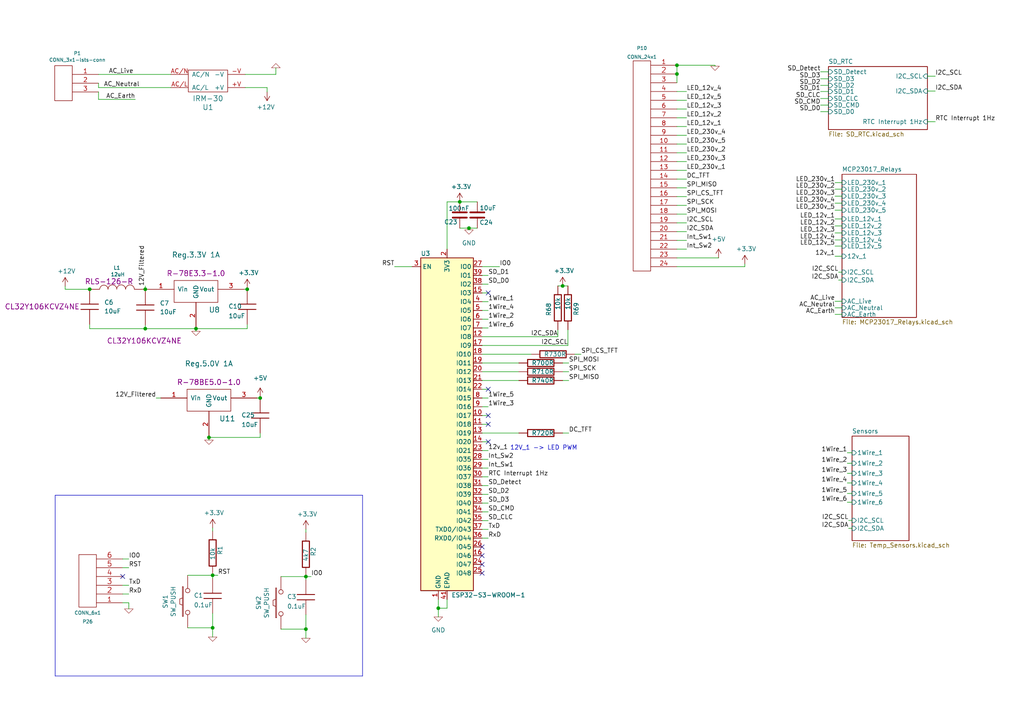
<source format=kicad_sch>
(kicad_sch
	(version 20231120)
	(generator "eeschema")
	(generator_version "8.0")
	(uuid "53f12de6-4c71-4f0d-81b1-fb6f0e439eff")
	(paper "A4")
	(title_block
		(title "Mesocosmos_2021/2021")
		(date "2021-12-01")
		(rev "1")
		(company "ElectricBlue")
		(comment 1 "Luís Pereira / Bruno Loureiro")
	)
	(lib_symbols
		(symbol "Chamber-rescue:CONN_3x1-lsts-conn-Chamber-rescue"
			(pin_names
				(offset 1.016) hide)
			(exclude_from_sim no)
			(in_bom yes)
			(on_board yes)
			(property "Reference" "P"
				(at 1.27 0 90)
				(effects
					(font
						(size 0.9906 0.9906)
					)
				)
			)
			(property "Value" "CONN_3x1-lsts-conn-Chamber-rescue"
				(at -1.27 0 90)
				(effects
					(font
						(size 0.9906 0.9906)
					)
				)
			)
			(property "Footprint" ""
				(at 0 0 0)
				(effects
					(font
						(size 1.524 1.524)
					)
				)
			)
			(property "Datasheet" ""
				(at 0 0 0)
				(effects
					(font
						(size 1.524 1.524)
					)
				)
			)
			(property "Description" ""
				(at 0 0 0)
				(effects
					(font
						(size 1.27 1.27)
					)
					(hide yes)
				)
			)
			(symbol "CONN_3x1-lsts-conn-Chamber-rescue_0_1"
				(rectangle
					(start 2.54 -5.08)
					(end -2.54 5.08)
					(stroke
						(width 0)
						(type default)
					)
					(fill
						(type none)
					)
				)
			)
			(symbol "CONN_3x1-lsts-conn-Chamber-rescue_1_1"
				(pin passive line
					(at 10.16 2.54 180)
					(length 7.62)
					(name "~"
						(effects
							(font
								(size 1.27 1.27)
							)
						)
					)
					(number "1"
						(effects
							(font
								(size 1.27 1.27)
							)
						)
					)
				)
				(pin passive line
					(at 10.16 0 180)
					(length 7.62)
					(name "~"
						(effects
							(font
								(size 1.27 1.27)
							)
						)
					)
					(number "2"
						(effects
							(font
								(size 1.27 1.27)
							)
						)
					)
				)
				(pin passive line
					(at 10.16 -2.54 180)
					(length 7.62)
					(name "~"
						(effects
							(font
								(size 1.27 1.27)
							)
						)
					)
					(number "3"
						(effects
							(font
								(size 1.27 1.27)
							)
						)
					)
				)
			)
		)
		(symbol "Device:C"
			(pin_numbers hide)
			(pin_names
				(offset 0.254)
			)
			(exclude_from_sim no)
			(in_bom yes)
			(on_board yes)
			(property "Reference" "C"
				(at 0.635 2.54 0)
				(effects
					(font
						(size 1.27 1.27)
					)
					(justify left)
				)
			)
			(property "Value" "C"
				(at 0.635 -2.54 0)
				(effects
					(font
						(size 1.27 1.27)
					)
					(justify left)
				)
			)
			(property "Footprint" ""
				(at 0.9652 -3.81 0)
				(effects
					(font
						(size 1.27 1.27)
					)
					(hide yes)
				)
			)
			(property "Datasheet" "~"
				(at 0 0 0)
				(effects
					(font
						(size 1.27 1.27)
					)
					(hide yes)
				)
			)
			(property "Description" "Unpolarized capacitor"
				(at 0 0 0)
				(effects
					(font
						(size 1.27 1.27)
					)
					(hide yes)
				)
			)
			(property "ki_keywords" "cap capacitor"
				(at 0 0 0)
				(effects
					(font
						(size 1.27 1.27)
					)
					(hide yes)
				)
			)
			(property "ki_fp_filters" "C_*"
				(at 0 0 0)
				(effects
					(font
						(size 1.27 1.27)
					)
					(hide yes)
				)
			)
			(symbol "C_0_1"
				(polyline
					(pts
						(xy -2.032 -0.762) (xy 2.032 -0.762)
					)
					(stroke
						(width 0.508)
						(type default)
					)
					(fill
						(type none)
					)
				)
				(polyline
					(pts
						(xy -2.032 0.762) (xy 2.032 0.762)
					)
					(stroke
						(width 0.508)
						(type default)
					)
					(fill
						(type none)
					)
				)
			)
			(symbol "C_1_1"
				(pin passive line
					(at 0 3.81 270)
					(length 2.794)
					(name "~"
						(effects
							(font
								(size 1.27 1.27)
							)
						)
					)
					(number "1"
						(effects
							(font
								(size 1.27 1.27)
							)
						)
					)
				)
				(pin passive line
					(at 0 -3.81 90)
					(length 2.794)
					(name "~"
						(effects
							(font
								(size 1.27 1.27)
							)
						)
					)
					(number "2"
						(effects
							(font
								(size 1.27 1.27)
							)
						)
					)
				)
			)
		)
		(symbol "ESPulse-rescue:GND-power"
			(power)
			(pin_names
				(offset 0)
			)
			(exclude_from_sim no)
			(in_bom yes)
			(on_board yes)
			(property "Reference" "#PWR"
				(at 0 0 0)
				(effects
					(font
						(size 0.762 0.762)
					)
					(hide yes)
				)
			)
			(property "Value" "GND-power"
				(at 0 -1.778 0)
				(effects
					(font
						(size 0.762 0.762)
					)
					(hide yes)
				)
			)
			(property "Footprint" ""
				(at 0 0 0)
				(effects
					(font
						(size 1.524 1.524)
					)
				)
			)
			(property "Datasheet" ""
				(at 0 0 0)
				(effects
					(font
						(size 1.524 1.524)
					)
				)
			)
			(property "Description" ""
				(at 0 0 0)
				(effects
					(font
						(size 1.27 1.27)
					)
					(hide yes)
				)
			)
			(symbol "GND-power_0_1"
				(polyline
					(pts
						(xy -1.27 0) (xy 0 -1.27) (xy 1.27 0) (xy -1.27 0)
					)
					(stroke
						(width 0.1016)
						(type default)
					)
					(fill
						(type none)
					)
				)
			)
			(symbol "GND-power_1_1"
				(pin power_in line
					(at 0 0 90)
					(length 0) hide
					(name "GND"
						(effects
							(font
								(size 0.762 0.762)
							)
						)
					)
					(number "1"
						(effects
							(font
								(size 0.762 0.762)
							)
						)
					)
				)
			)
		)
		(symbol "ESPulse-rescue:R-lsts-passives"
			(pin_numbers hide)
			(pin_names
				(offset 0)
			)
			(exclude_from_sim no)
			(in_bom yes)
			(on_board yes)
			(property "Reference" "R"
				(at 2.032 0 90)
				(effects
					(font
						(size 1.27 1.27)
					)
				)
			)
			(property "Value" "R-lsts-passives"
				(at 0 0 90)
				(effects
					(font
						(size 1.27 1.27)
					)
				)
			)
			(property "Footprint" ""
				(at 0 0 0)
				(effects
					(font
						(size 1.524 1.524)
					)
				)
			)
			(property "Datasheet" ""
				(at 0 0 0)
				(effects
					(font
						(size 1.524 1.524)
					)
				)
			)
			(property "Description" ""
				(at 0 0 0)
				(effects
					(font
						(size 1.27 1.27)
					)
					(hide yes)
				)
			)
			(property "ki_fp_filters" "R_*"
				(at 0 0 0)
				(effects
					(font
						(size 1.27 1.27)
					)
					(hide yes)
				)
			)
			(symbol "R-lsts-passives_0_1"
				(rectangle
					(start -1.016 3.81)
					(end 1.016 -3.81)
					(stroke
						(width 0.3048)
						(type default)
					)
					(fill
						(type none)
					)
				)
			)
			(symbol "R-lsts-passives_1_1"
				(pin passive line
					(at 0 6.35 270)
					(length 2.54)
					(name "~"
						(effects
							(font
								(size 1.524 1.524)
							)
						)
					)
					(number "1"
						(effects
							(font
								(size 1.524 1.524)
							)
						)
					)
				)
				(pin passive line
					(at 0 -6.35 90)
					(length 2.54)
					(name "~"
						(effects
							(font
								(size 1.524 1.524)
							)
						)
					)
					(number "2"
						(effects
							(font
								(size 1.524 1.524)
							)
						)
					)
				)
			)
		)
		(symbol "lsts-conn:CONN_24x1"
			(pin_names
				(offset 1.016) hide)
			(exclude_from_sim no)
			(in_bom yes)
			(on_board yes)
			(property "Reference" "P"
				(at 1.27 0 90)
				(effects
					(font
						(size 0.9906 0.9906)
					)
				)
			)
			(property "Value" "CONN_24x1"
				(at -1.27 0 90)
				(effects
					(font
						(size 0.9906 0.9906)
					)
				)
			)
			(property "Footprint" ""
				(at 0 0 0)
				(effects
					(font
						(size 1.524 1.524)
					)
				)
			)
			(property "Datasheet" ""
				(at 0 0 0)
				(effects
					(font
						(size 1.524 1.524)
					)
				)
			)
			(property "Description" ""
				(at 0 0 0)
				(effects
					(font
						(size 1.27 1.27)
					)
					(hide yes)
				)
			)
			(symbol "CONN_24x1_0_1"
				(rectangle
					(start -2.54 19.05)
					(end 2.54 -41.91)
					(stroke
						(width 0)
						(type default)
					)
					(fill
						(type none)
					)
				)
			)
			(symbol "CONN_24x1_1_1"
				(pin passive line
					(at 10.16 17.78 180)
					(length 7.62)
					(name "~"
						(effects
							(font
								(size 1.27 1.27)
							)
						)
					)
					(number "1"
						(effects
							(font
								(size 1.27 1.27)
							)
						)
					)
				)
				(pin passive line
					(at 10.16 -5.08 180)
					(length 7.62)
					(name "~"
						(effects
							(font
								(size 1.27 1.27)
							)
						)
					)
					(number "10"
						(effects
							(font
								(size 1.27 1.27)
							)
						)
					)
				)
				(pin passive line
					(at 10.16 -7.62 180)
					(length 7.62)
					(name "~"
						(effects
							(font
								(size 1.27 1.27)
							)
						)
					)
					(number "11"
						(effects
							(font
								(size 1.27 1.27)
							)
						)
					)
				)
				(pin passive line
					(at 10.16 -10.16 180)
					(length 7.62)
					(name "~"
						(effects
							(font
								(size 1.27 1.27)
							)
						)
					)
					(number "12"
						(effects
							(font
								(size 1.27 1.27)
							)
						)
					)
				)
				(pin passive line
					(at 10.16 -12.7 180)
					(length 7.62)
					(name "~"
						(effects
							(font
								(size 1.27 1.27)
							)
						)
					)
					(number "13"
						(effects
							(font
								(size 1.27 1.27)
							)
						)
					)
				)
				(pin passive line
					(at 10.16 -15.24 180)
					(length 7.62)
					(name "~"
						(effects
							(font
								(size 1.27 1.27)
							)
						)
					)
					(number "14"
						(effects
							(font
								(size 1.27 1.27)
							)
						)
					)
				)
				(pin passive line
					(at 10.16 -17.78 180)
					(length 7.62)
					(name "~"
						(effects
							(font
								(size 1.27 1.27)
							)
						)
					)
					(number "15"
						(effects
							(font
								(size 1.27 1.27)
							)
						)
					)
				)
				(pin passive line
					(at 10.16 -20.32 180)
					(length 7.62)
					(name "~"
						(effects
							(font
								(size 1.27 1.27)
							)
						)
					)
					(number "16"
						(effects
							(font
								(size 1.27 1.27)
							)
						)
					)
				)
				(pin passive line
					(at 10.16 -22.86 180)
					(length 7.62)
					(name "~"
						(effects
							(font
								(size 1.27 1.27)
							)
						)
					)
					(number "17"
						(effects
							(font
								(size 1.27 1.27)
							)
						)
					)
				)
				(pin passive line
					(at 10.16 -25.4 180)
					(length 7.62)
					(name "~"
						(effects
							(font
								(size 1.27 1.27)
							)
						)
					)
					(number "18"
						(effects
							(font
								(size 1.27 1.27)
							)
						)
					)
				)
				(pin passive line
					(at 10.16 -27.94 180)
					(length 7.62)
					(name "~"
						(effects
							(font
								(size 1.27 1.27)
							)
						)
					)
					(number "19"
						(effects
							(font
								(size 1.27 1.27)
							)
						)
					)
				)
				(pin passive line
					(at 10.16 15.24 180)
					(length 7.62)
					(name "~"
						(effects
							(font
								(size 1.27 1.27)
							)
						)
					)
					(number "2"
						(effects
							(font
								(size 1.524 1.524)
							)
						)
					)
				)
				(pin passive line
					(at 10.16 -30.48 180)
					(length 7.62)
					(name "~"
						(effects
							(font
								(size 1.27 1.27)
							)
						)
					)
					(number "20"
						(effects
							(font
								(size 1.27 1.27)
							)
						)
					)
				)
				(pin passive line
					(at 10.16 -33.02 180)
					(length 7.62)
					(name "~"
						(effects
							(font
								(size 1.27 1.27)
							)
						)
					)
					(number "21"
						(effects
							(font
								(size 1.27 1.27)
							)
						)
					)
				)
				(pin passive line
					(at 10.16 -35.56 180)
					(length 7.62)
					(name "~"
						(effects
							(font
								(size 1.27 1.27)
							)
						)
					)
					(number "22"
						(effects
							(font
								(size 1.27 1.27)
							)
						)
					)
				)
				(pin passive line
					(at 10.16 -38.1 180)
					(length 7.62)
					(name "~"
						(effects
							(font
								(size 1.27 1.27)
							)
						)
					)
					(number "23"
						(effects
							(font
								(size 1.27 1.27)
							)
						)
					)
				)
				(pin passive line
					(at 10.16 -40.64 180)
					(length 7.62)
					(name "~"
						(effects
							(font
								(size 1.27 1.27)
							)
						)
					)
					(number "24"
						(effects
							(font
								(size 1.27 1.27)
							)
						)
					)
				)
				(pin passive line
					(at 10.16 12.7 180)
					(length 7.62)
					(name "~"
						(effects
							(font
								(size 1.27 1.27)
							)
						)
					)
					(number "3"
						(effects
							(font
								(size 1.27 1.27)
							)
						)
					)
				)
				(pin passive line
					(at 10.16 10.16 180)
					(length 7.62)
					(name "~"
						(effects
							(font
								(size 1.27 1.27)
							)
						)
					)
					(number "4"
						(effects
							(font
								(size 1.27 1.27)
							)
						)
					)
				)
				(pin passive line
					(at 10.16 7.62 180)
					(length 7.62)
					(name "~"
						(effects
							(font
								(size 1.27 1.27)
							)
						)
					)
					(number "5"
						(effects
							(font
								(size 1.27 1.27)
							)
						)
					)
				)
				(pin passive line
					(at 10.16 5.08 180)
					(length 7.62)
					(name "~"
						(effects
							(font
								(size 1.27 1.27)
							)
						)
					)
					(number "6"
						(effects
							(font
								(size 1.27 1.27)
							)
						)
					)
				)
				(pin passive line
					(at 10.16 2.54 180)
					(length 7.62)
					(name "e~"
						(effects
							(font
								(size 1.27 1.27)
							)
						)
					)
					(number "7"
						(effects
							(font
								(size 1.27 1.27)
							)
						)
					)
				)
				(pin passive line
					(at 10.16 0 180)
					(length 7.62)
					(name "~"
						(effects
							(font
								(size 1.27 1.27)
							)
						)
					)
					(number "8"
						(effects
							(font
								(size 1.27 1.27)
							)
						)
					)
				)
				(pin passive line
					(at 10.16 -2.54 180)
					(length 7.62)
					(name "~"
						(effects
							(font
								(size 1.27 1.27)
							)
						)
					)
					(number "9"
						(effects
							(font
								(size 1.27 1.27)
							)
						)
					)
				)
			)
		)
		(symbol "lsts-conn:CONN_6x1"
			(pin_names
				(offset 1.016) hide)
			(exclude_from_sim no)
			(in_bom yes)
			(on_board yes)
			(property "Reference" "P"
				(at 1.27 -1.27 90)
				(effects
					(font
						(size 0.9906 0.9906)
					)
				)
			)
			(property "Value" "CONN_6x1"
				(at -1.27 -1.27 90)
				(effects
					(font
						(size 0.9906 0.9906)
					)
				)
			)
			(property "Footprint" ""
				(at 0 -1.27 0)
				(effects
					(font
						(size 1.524 1.524)
					)
				)
			)
			(property "Datasheet" ""
				(at 0 -1.27 0)
				(effects
					(font
						(size 1.524 1.524)
					)
				)
			)
			(property "Description" ""
				(at 0 0 0)
				(effects
					(font
						(size 1.27 1.27)
					)
					(hide yes)
				)
			)
			(symbol "CONN_6x1_0_1"
				(rectangle
					(start -2.54 7.62)
					(end 2.54 -7.62)
					(stroke
						(width 0)
						(type default)
					)
					(fill
						(type none)
					)
				)
			)
			(symbol "CONN_6x1_1_1"
				(pin passive line
					(at 10.16 6.35 180)
					(length 7.62)
					(name "~"
						(effects
							(font
								(size 1.27 1.27)
							)
						)
					)
					(number "1"
						(effects
							(font
								(size 1.27 1.27)
							)
						)
					)
				)
				(pin passive line
					(at 10.16 3.81 180)
					(length 7.62)
					(name "~"
						(effects
							(font
								(size 1.524 1.524)
							)
						)
					)
					(number "2"
						(effects
							(font
								(size 1.524 1.524)
							)
						)
					)
				)
				(pin passive line
					(at 10.16 1.27 180)
					(length 7.62)
					(name "~"
						(effects
							(font
								(size 1.524 1.524)
							)
						)
					)
					(number "3"
						(effects
							(font
								(size 1.524 1.524)
							)
						)
					)
				)
				(pin passive line
					(at 10.16 -1.27 180)
					(length 7.62)
					(name "~"
						(effects
							(font
								(size 1.524 1.524)
							)
						)
					)
					(number "4"
						(effects
							(font
								(size 1.524 1.524)
							)
						)
					)
				)
				(pin passive line
					(at 10.16 -3.81 180)
					(length 7.62)
					(name "~"
						(effects
							(font
								(size 1.524 1.524)
							)
						)
					)
					(number "5"
						(effects
							(font
								(size 1.524 1.524)
							)
						)
					)
				)
				(pin passive line
					(at 10.16 -6.35 180)
					(length 7.62)
					(name "~"
						(effects
							(font
								(size 1.524 1.524)
							)
						)
					)
					(number "6"
						(effects
							(font
								(size 1.524 1.524)
							)
						)
					)
				)
			)
		)
		(symbol "lsts-devices:SW_PUSH"
			(pin_numbers hide)
			(pin_names hide)
			(exclude_from_sim no)
			(in_bom yes)
			(on_board yes)
			(property "Reference" "SW"
				(at 3.81 2.794 0)
				(effects
					(font
						(size 1.27 1.27)
					)
				)
			)
			(property "Value" "SW_PUSH"
				(at 0 -2.032 0)
				(effects
					(font
						(size 1.27 1.27)
					)
				)
			)
			(property "Footprint" ""
				(at 0 0 0)
				(effects
					(font
						(size 1.524 1.524)
					)
				)
			)
			(property "Datasheet" ""
				(at 0 0 0)
				(effects
					(font
						(size 1.524 1.524)
					)
				)
			)
			(property "Description" ""
				(at 0 0 0)
				(effects
					(font
						(size 1.27 1.27)
					)
					(hide yes)
				)
			)
			(symbol "SW_PUSH_0_1"
				(rectangle
					(start -4.318 1.27)
					(end 4.318 1.524)
					(stroke
						(width 0)
						(type default)
					)
					(fill
						(type none)
					)
				)
				(polyline
					(pts
						(xy -1.016 1.524) (xy -0.762 2.286) (xy 0.762 2.286) (xy 1.016 1.524)
					)
					(stroke
						(width 0)
						(type default)
					)
					(fill
						(type none)
					)
				)
				(pin passive inverted
					(at -7.62 0 0)
					(length 5.08)
					(name "1"
						(effects
							(font
								(size 1.524 1.524)
							)
						)
					)
					(number "1"
						(effects
							(font
								(size 1.524 1.524)
							)
						)
					)
				)
				(pin passive inverted
					(at 7.62 0 180)
					(length 5.08)
					(name "2"
						(effects
							(font
								(size 1.524 1.524)
							)
						)
					)
					(number "2"
						(effects
							(font
								(size 1.524 1.524)
							)
						)
					)
				)
			)
		)
		(symbol "lsts-passives:C"
			(pin_numbers hide)
			(pin_names
				(offset 0.254)
			)
			(exclude_from_sim no)
			(in_bom yes)
			(on_board yes)
			(property "Reference" "C"
				(at 1.27 2.54 0)
				(effects
					(font
						(size 1.27 1.27)
					)
					(justify left)
				)
			)
			(property "Value" "C"
				(at 1.27 -2.54 0)
				(effects
					(font
						(size 1.27 1.27)
					)
					(justify left)
				)
			)
			(property "Footprint" ""
				(at 0 0 0)
				(effects
					(font
						(size 1.524 1.524)
					)
				)
			)
			(property "Datasheet" ""
				(at 0 0 0)
				(effects
					(font
						(size 1.524 1.524)
					)
				)
			)
			(property "Description" ""
				(at 0 0 0)
				(effects
					(font
						(size 1.27 1.27)
					)
					(hide yes)
				)
			)
			(property "ki_fp_filters" "C_*"
				(at 0 0 0)
				(effects
					(font
						(size 1.27 1.27)
					)
					(hide yes)
				)
			)
			(symbol "C_0_1"
				(polyline
					(pts
						(xy -2.54 -0.762) (xy 2.54 -0.762)
					)
					(stroke
						(width 0.254)
						(type default)
					)
					(fill
						(type none)
					)
				)
				(polyline
					(pts
						(xy -2.54 0.762) (xy 2.54 0.762)
					)
					(stroke
						(width 0.254)
						(type default)
					)
					(fill
						(type none)
					)
				)
			)
			(symbol "C_1_1"
				(pin passive line
					(at 0 5.08 270)
					(length 4.318)
					(name "~"
						(effects
							(font
								(size 1.016 1.016)
							)
						)
					)
					(number "1"
						(effects
							(font
								(size 1.016 1.016)
							)
						)
					)
				)
				(pin passive line
					(at 0 -5.08 90)
					(length 4.318)
					(name "~"
						(effects
							(font
								(size 1.016 1.016)
							)
						)
					)
					(number "2"
						(effects
							(font
								(size 1.016 1.016)
							)
						)
					)
				)
			)
		)
		(symbol "lsts-passives:INDUCTOR"
			(pin_numbers hide)
			(pin_names
				(offset 1.016) hide)
			(exclude_from_sim no)
			(in_bom yes)
			(on_board yes)
			(property "Reference" "L"
				(at -1.27 0 90)
				(effects
					(font
						(size 1.016 1.016)
					)
				)
			)
			(property "Value" "INDUCTOR"
				(at 2.54 0 90)
				(effects
					(font
						(size 1.016 1.016)
					)
				)
			)
			(property "Footprint" ""
				(at 0 0 0)
				(effects
					(font
						(size 1.524 1.524)
					)
				)
			)
			(property "Datasheet" ""
				(at 0 0 0)
				(effects
					(font
						(size 1.524 1.524)
					)
				)
			)
			(property "Description" ""
				(at 0 0 0)
				(effects
					(font
						(size 1.27 1.27)
					)
					(hide yes)
				)
			)
			(symbol "INDUCTOR_0_1"
				(arc
					(start 0.0254 -5.0546)
					(mid 1.2449 -3.8097)
					(end 0.0254 -2.54)
					(stroke
						(width 0)
						(type default)
					)
					(fill
						(type none)
					)
				)
				(arc
					(start 0.0254 -2.5146)
					(mid 1.2703 -1.2444)
					(end 0.0254 0.0508)
					(stroke
						(width 0)
						(type default)
					)
					(fill
						(type none)
					)
				)
				(arc
					(start 0.0254 0.0254)
					(mid 1.2703 1.2956)
					(end 0.0254 2.5908)
					(stroke
						(width 0)
						(type default)
					)
					(fill
						(type none)
					)
				)
				(arc
					(start 0.0254 2.5654)
					(mid 1.1941 3.7595)
					(end 0.0254 4.9784)
					(stroke
						(width 0)
						(type default)
					)
					(fill
						(type none)
					)
				)
			)
			(symbol "INDUCTOR_1_1"
				(pin passive line
					(at 0 7.62 270)
					(length 2.54)
					(name "1"
						(effects
							(font
								(size 1.778 1.778)
							)
						)
					)
					(number "1"
						(effects
							(font
								(size 1.778 1.778)
							)
						)
					)
				)
				(pin passive line
					(at 0 -7.62 90)
					(length 2.54)
					(name "2"
						(effects
							(font
								(size 1.778 1.778)
							)
						)
					)
					(number "2"
						(effects
							(font
								(size 1.778 1.778)
							)
						)
					)
				)
			)
		)
		(symbol "lsts-passives:R"
			(pin_numbers hide)
			(pin_names
				(offset 0)
			)
			(exclude_from_sim no)
			(in_bom yes)
			(on_board yes)
			(property "Reference" "R"
				(at 2.032 0 90)
				(effects
					(font
						(size 1.27 1.27)
					)
				)
			)
			(property "Value" "R"
				(at 0 0 90)
				(effects
					(font
						(size 1.27 1.27)
					)
				)
			)
			(property "Footprint" ""
				(at 0 0 0)
				(effects
					(font
						(size 1.524 1.524)
					)
				)
			)
			(property "Datasheet" ""
				(at 0 0 0)
				(effects
					(font
						(size 1.524 1.524)
					)
				)
			)
			(property "Description" ""
				(at 0 0 0)
				(effects
					(font
						(size 1.27 1.27)
					)
					(hide yes)
				)
			)
			(property "ki_fp_filters" "R_*"
				(at 0 0 0)
				(effects
					(font
						(size 1.27 1.27)
					)
					(hide yes)
				)
			)
			(symbol "R_0_1"
				(rectangle
					(start -1.016 3.81)
					(end 1.016 -3.81)
					(stroke
						(width 0.3048)
						(type default)
					)
					(fill
						(type none)
					)
				)
			)
			(symbol "R_1_1"
				(pin passive line
					(at 0 6.35 270)
					(length 2.54)
					(name "~"
						(effects
							(font
								(size 1.524 1.524)
							)
						)
					)
					(number "1"
						(effects
							(font
								(size 1.524 1.524)
							)
						)
					)
				)
				(pin passive line
					(at 0 -6.35 90)
					(length 2.54)
					(name "~"
						(effects
							(font
								(size 1.524 1.524)
							)
						)
					)
					(number "2"
						(effects
							(font
								(size 1.524 1.524)
							)
						)
					)
				)
			)
		)
		(symbol "lsts-regul:IRM-30"
			(pin_names
				(offset 1.016)
			)
			(exclude_from_sim no)
			(in_bom yes)
			(on_board yes)
			(property "Reference" "U"
				(at 4.445 4.445 0)
				(effects
					(font
						(size 1.524 1.524)
					)
				)
			)
			(property "Value" "IRM-30"
				(at -0.635 -4.445 0)
				(effects
					(font
						(size 1.524 1.524)
					)
				)
			)
			(property "Footprint" ""
				(at 0.635 0.635 0)
				(effects
					(font
						(size 1.524 1.524)
					)
					(hide yes)
				)
			)
			(property "Datasheet" ""
				(at 0.635 0.635 0)
				(effects
					(font
						(size 1.524 1.524)
					)
					(hide yes)
				)
			)
			(property "Description" ""
				(at 0 0 0)
				(effects
					(font
						(size 1.27 1.27)
					)
					(hide yes)
				)
			)
			(symbol "IRM-30_0_1"
				(rectangle
					(start -5.715 3.175)
					(end 5.715 -3.175)
					(stroke
						(width 0)
						(type default)
					)
					(fill
						(type none)
					)
				)
			)
			(symbol "IRM-30_1_1"
				(pin input line
					(at 10.795 1.905 180)
					(length 5.08)
					(name "+V"
						(effects
							(font
								(size 1.27 1.27)
							)
						)
					)
					(number "+V"
						(effects
							(font
								(size 1.27 1.27)
							)
						)
					)
				)
				(pin input line
					(at 10.795 -1.905 180)
					(length 5.08)
					(name "-V"
						(effects
							(font
								(size 1.27 1.27)
							)
						)
					)
					(number "-V"
						(effects
							(font
								(size 1.27 1.27)
							)
						)
					)
				)
				(pin input line
					(at -10.795 1.905 0)
					(length 5.08)
					(name "AC/L"
						(effects
							(font
								(size 1.27 1.27)
							)
						)
					)
					(number "AC/L"
						(effects
							(font
								(size 1.27 1.27)
							)
						)
					)
				)
				(pin input line
					(at -10.795 -1.905 0)
					(length 5.08)
					(name "AC/N"
						(effects
							(font
								(size 1.27 1.27)
							)
						)
					)
					(number "AC/N"
						(effects
							(font
								(size 1.27 1.27)
							)
						)
					)
				)
			)
		)
		(symbol "lsts-regul:REG_Recom"
			(pin_names
				(offset 1.016)
			)
			(exclude_from_sim no)
			(in_bom yes)
			(on_board yes)
			(property "Reference" "U"
				(at 2.54 -5.08 0)
				(effects
					(font
						(size 1.524 1.524)
					)
				)
			)
			(property "Value" "REG_Recom"
				(at 0 3.81 0)
				(effects
					(font
						(size 1.524 1.524)
					)
				)
			)
			(property "Footprint" ""
				(at 0 0 0)
				(effects
					(font
						(size 1.524 1.524)
					)
				)
			)
			(property "Datasheet" ""
				(at 0 0 0)
				(effects
					(font
						(size 1.524 1.524)
					)
				)
			)
			(property "Description" ""
				(at 0 0 0)
				(effects
					(font
						(size 1.27 1.27)
					)
					(hide yes)
				)
			)
			(symbol "REG_Recom_0_1"
				(rectangle
					(start -6.35 2.54)
					(end 6.35 -3.81)
					(stroke
						(width 0)
						(type default)
					)
					(fill
						(type none)
					)
				)
			)
			(symbol "REG_Recom_1_1"
				(pin input line
					(at -13.97 0 0)
					(length 7.62)
					(name "Vin"
						(effects
							(font
								(size 1.27 1.27)
							)
						)
					)
					(number "1"
						(effects
							(font
								(size 1.27 1.27)
							)
						)
					)
				)
				(pin input line
					(at 0 -11.43 90)
					(length 7.62)
					(name "GND"
						(effects
							(font
								(size 1.27 1.27)
							)
						)
					)
					(number "2"
						(effects
							(font
								(size 1.27 1.27)
							)
						)
					)
				)
				(pin input line
					(at 13.97 0 180)
					(length 7.62)
					(name "Vout"
						(effects
							(font
								(size 1.27 1.27)
							)
						)
					)
					(number "3"
						(effects
							(font
								(size 1.27 1.27)
							)
						)
					)
				)
			)
		)
		(symbol "myDevices:ESP32-S3-WROOM-1"
			(exclude_from_sim no)
			(in_bom yes)
			(on_board yes)
			(property "Reference" "U"
				(at -6.35 49.53 0)
				(effects
					(font
						(size 1.27 1.27)
					)
				)
			)
			(property "Value" "ESP32-S3-WROOM-1"
				(at 11.43 49.53 0)
				(effects
					(font
						(size 1.27 1.27)
					)
				)
			)
			(property "Footprint" "RF_Module:ESP32-S3-WROOM-1"
				(at 17.78 -49.53 0)
				(effects
					(font
						(size 1.27 1.27)
					)
					(hide yes)
				)
			)
			(property "Datasheet" "https://www.espressif.com/sites/default/files/documentation/esp32-s3-wroom-1_wroom-1u_datasheet_en.pdf"
				(at 0 0 0)
				(effects
					(font
						(size 1.27 1.27)
					)
					(hide yes)
				)
			)
			(property "Description" "RF Module, ESP32-S3 SoC, Wi-Fi 802.11b/g/n, Bluetooth 5, BLE, 32-bit, 3.0-3.6V, onboard antenna, SMD"
				(at 0 0 0)
				(effects
					(font
						(size 1.27 1.27)
					)
					(hide yes)
				)
			)
			(property "ki_keywords" "RF Radio BT ESP ESP32 Espressif onboard PCB antenna"
				(at 0 0 0)
				(effects
					(font
						(size 1.27 1.27)
					)
					(hide yes)
				)
			)
			(property "ki_fp_filters" "ESP32?WROOM?1*"
				(at 0 0 0)
				(effects
					(font
						(size 1.27 1.27)
					)
					(hide yes)
				)
			)
			(symbol "ESP32-S3-WROOM-1_0_1"
				(rectangle
					(start -7.62 48.26)
					(end 7.62 -48.26)
					(stroke
						(width 0.254)
						(type default)
					)
					(fill
						(type background)
					)
				)
			)
			(symbol "ESP32-S3-WROOM-1_1_1"
				(pin power_in line
					(at -2.54 -50.8 90)
					(length 2.54)
					(name "GND"
						(effects
							(font
								(size 1.27 1.27)
							)
						)
					)
					(number "1"
						(effects
							(font
								(size 1.27 1.27)
							)
						)
					)
				)
				(pin bidirectional line
					(at 10.16 2.54 180)
					(length 2.54)
					(name "IO17"
						(effects
							(font
								(size 1.27 1.27)
							)
						)
					)
					(number "10"
						(effects
							(font
								(size 1.27 1.27)
							)
						)
					)
				)
				(pin bidirectional line
					(at 10.16 0 180)
					(length 2.54)
					(name "IO18"
						(effects
							(font
								(size 1.27 1.27)
							)
						)
					)
					(number "11"
						(effects
							(font
								(size 1.27 1.27)
							)
						)
					)
				)
				(pin bidirectional line
					(at 10.16 25.4 180)
					(length 2.54)
					(name "IO8"
						(effects
							(font
								(size 1.27 1.27)
							)
						)
					)
					(number "12"
						(effects
							(font
								(size 1.27 1.27)
							)
						)
					)
				)
				(pin bidirectional line
					(at 10.16 -2.54 180)
					(length 2.54)
					(name "IO19"
						(effects
							(font
								(size 1.27 1.27)
							)
						)
					)
					(number "13"
						(effects
							(font
								(size 1.27 1.27)
							)
						)
					)
				)
				(pin bidirectional line
					(at 10.16 -5.08 180)
					(length 2.54)
					(name "IO20"
						(effects
							(font
								(size 1.27 1.27)
							)
						)
					)
					(number "14"
						(effects
							(font
								(size 1.27 1.27)
							)
						)
					)
				)
				(pin bidirectional line
					(at 10.16 38.1 180)
					(length 2.54)
					(name "IO3"
						(effects
							(font
								(size 1.27 1.27)
							)
						)
					)
					(number "15"
						(effects
							(font
								(size 1.27 1.27)
							)
						)
					)
				)
				(pin bidirectional line
					(at 10.16 -38.1 180)
					(length 2.54)
					(name "IO46"
						(effects
							(font
								(size 1.27 1.27)
							)
						)
					)
					(number "16"
						(effects
							(font
								(size 1.27 1.27)
							)
						)
					)
				)
				(pin bidirectional line
					(at 10.16 22.86 180)
					(length 2.54)
					(name "IO9"
						(effects
							(font
								(size 1.27 1.27)
							)
						)
					)
					(number "17"
						(effects
							(font
								(size 1.27 1.27)
							)
						)
					)
				)
				(pin bidirectional line
					(at 10.16 20.32 180)
					(length 2.54)
					(name "IO10"
						(effects
							(font
								(size 1.27 1.27)
							)
						)
					)
					(number "18"
						(effects
							(font
								(size 1.27 1.27)
							)
						)
					)
				)
				(pin bidirectional line
					(at 10.16 17.78 180)
					(length 2.54)
					(name "IO11"
						(effects
							(font
								(size 1.27 1.27)
							)
						)
					)
					(number "19"
						(effects
							(font
								(size 1.27 1.27)
							)
						)
					)
				)
				(pin power_in line
					(at 0 50.8 270)
					(length 2.54)
					(name "3V3"
						(effects
							(font
								(size 1.27 1.27)
							)
						)
					)
					(number "2"
						(effects
							(font
								(size 1.27 1.27)
							)
						)
					)
				)
				(pin bidirectional line
					(at 10.16 15.24 180)
					(length 2.54)
					(name "IO12"
						(effects
							(font
								(size 1.27 1.27)
							)
						)
					)
					(number "20"
						(effects
							(font
								(size 1.27 1.27)
							)
						)
					)
				)
				(pin bidirectional line
					(at 10.16 12.7 180)
					(length 2.54)
					(name "IO13"
						(effects
							(font
								(size 1.27 1.27)
							)
						)
					)
					(number "21"
						(effects
							(font
								(size 1.27 1.27)
							)
						)
					)
				)
				(pin bidirectional line
					(at 10.16 10.16 180)
					(length 2.54)
					(name "IO14"
						(effects
							(font
								(size 1.27 1.27)
							)
						)
					)
					(number "22"
						(effects
							(font
								(size 1.27 1.27)
							)
						)
					)
				)
				(pin bidirectional line
					(at 10.16 -7.62 180)
					(length 2.54)
					(name "IO21"
						(effects
							(font
								(size 1.27 1.27)
							)
						)
					)
					(number "23"
						(effects
							(font
								(size 1.27 1.27)
							)
						)
					)
				)
				(pin bidirectional line
					(at 10.16 -40.64 180)
					(length 2.54)
					(name "IO47"
						(effects
							(font
								(size 1.27 1.27)
							)
						)
					)
					(number "24"
						(effects
							(font
								(size 1.27 1.27)
							)
						)
					)
				)
				(pin bidirectional line
					(at 10.16 -43.18 180)
					(length 2.54)
					(name "IO48"
						(effects
							(font
								(size 1.27 1.27)
							)
						)
					)
					(number "25"
						(effects
							(font
								(size 1.27 1.27)
							)
						)
					)
				)
				(pin bidirectional line
					(at 10.16 -35.56 180)
					(length 2.54)
					(name "IO45"
						(effects
							(font
								(size 1.27 1.27)
							)
						)
					)
					(number "26"
						(effects
							(font
								(size 1.27 1.27)
							)
						)
					)
				)
				(pin bidirectional line
					(at 10.16 45.72 180)
					(length 2.54)
					(name "IO0"
						(effects
							(font
								(size 1.27 1.27)
							)
						)
					)
					(number "27"
						(effects
							(font
								(size 1.27 1.27)
							)
						)
					)
				)
				(pin bidirectional line
					(at 10.16 -10.16 180)
					(length 2.54)
					(name "IO35"
						(effects
							(font
								(size 1.27 1.27)
							)
						)
					)
					(number "28"
						(effects
							(font
								(size 1.27 1.27)
							)
						)
					)
				)
				(pin bidirectional line
					(at 10.16 -12.7 180)
					(length 2.54)
					(name "IO36"
						(effects
							(font
								(size 1.27 1.27)
							)
						)
					)
					(number "29"
						(effects
							(font
								(size 1.27 1.27)
							)
						)
					)
				)
				(pin input line
					(at -10.16 45.72 0)
					(length 2.54)
					(name "EN"
						(effects
							(font
								(size 1.27 1.27)
							)
						)
					)
					(number "3"
						(effects
							(font
								(size 1.27 1.27)
							)
						)
					)
				)
				(pin bidirectional line
					(at 10.16 -15.24 180)
					(length 2.54)
					(name "IO37"
						(effects
							(font
								(size 1.27 1.27)
							)
						)
					)
					(number "30"
						(effects
							(font
								(size 1.27 1.27)
							)
						)
					)
				)
				(pin bidirectional line
					(at 10.16 -17.78 180)
					(length 2.54)
					(name "IO38"
						(effects
							(font
								(size 1.27 1.27)
							)
						)
					)
					(number "31"
						(effects
							(font
								(size 1.27 1.27)
							)
						)
					)
				)
				(pin bidirectional line
					(at 10.16 -20.32 180)
					(length 2.54)
					(name "IO39"
						(effects
							(font
								(size 1.27 1.27)
							)
						)
					)
					(number "32"
						(effects
							(font
								(size 1.27 1.27)
							)
						)
					)
				)
				(pin bidirectional line
					(at 10.16 -22.86 180)
					(length 2.54)
					(name "IO40"
						(effects
							(font
								(size 1.27 1.27)
							)
						)
					)
					(number "33"
						(effects
							(font
								(size 1.27 1.27)
							)
						)
					)
				)
				(pin bidirectional line
					(at 10.16 -25.4 180)
					(length 2.54)
					(name "IO41"
						(effects
							(font
								(size 1.27 1.27)
							)
						)
					)
					(number "34"
						(effects
							(font
								(size 1.27 1.27)
							)
						)
					)
				)
				(pin bidirectional line
					(at 10.16 -27.94 180)
					(length 2.54)
					(name "IO42"
						(effects
							(font
								(size 1.27 1.27)
							)
						)
					)
					(number "35"
						(effects
							(font
								(size 1.27 1.27)
							)
						)
					)
				)
				(pin bidirectional line
					(at 10.16 -33.02 180)
					(length 2.54)
					(name "RXD0/IO44"
						(effects
							(font
								(size 1.27 1.27)
							)
						)
					)
					(number "36"
						(effects
							(font
								(size 1.27 1.27)
							)
						)
					)
				)
				(pin bidirectional line
					(at 10.16 -30.48 180)
					(length 2.54)
					(name "TXD0/IO43"
						(effects
							(font
								(size 1.27 1.27)
							)
						)
					)
					(number "37"
						(effects
							(font
								(size 1.27 1.27)
							)
						)
					)
				)
				(pin bidirectional line
					(at 10.16 40.64 180)
					(length 2.54)
					(name "IO2"
						(effects
							(font
								(size 1.27 1.27)
							)
						)
					)
					(number "38"
						(effects
							(font
								(size 1.27 1.27)
							)
						)
					)
				)
				(pin bidirectional line
					(at 10.16 43.18 180)
					(length 2.54)
					(name "IO1"
						(effects
							(font
								(size 1.27 1.27)
							)
						)
					)
					(number "39"
						(effects
							(font
								(size 1.27 1.27)
							)
						)
					)
				)
				(pin bidirectional line
					(at 10.16 35.56 180)
					(length 2.54)
					(name "IO4"
						(effects
							(font
								(size 1.27 1.27)
							)
						)
					)
					(number "4"
						(effects
							(font
								(size 1.27 1.27)
							)
						)
					)
				)
				(pin passive line
					(at -2.54 -50.8 90)
					(length 2.54) hide
					(name "GND"
						(effects
							(font
								(size 1.27 1.27)
							)
						)
					)
					(number "40"
						(effects
							(font
								(size 1.27 1.27)
							)
						)
					)
				)
				(pin power_in line
					(at 0 -50.8 90)
					(length 2.54)
					(name "EPAD"
						(effects
							(font
								(size 1.27 1.27)
							)
						)
					)
					(number "41"
						(effects
							(font
								(size 1.27 1.27)
							)
						)
					)
				)
				(pin bidirectional line
					(at 10.16 33.02 180)
					(length 2.54)
					(name "IO5"
						(effects
							(font
								(size 1.27 1.27)
							)
						)
					)
					(number "5"
						(effects
							(font
								(size 1.27 1.27)
							)
						)
					)
				)
				(pin bidirectional line
					(at 10.16 30.48 180)
					(length 2.54)
					(name "IO6"
						(effects
							(font
								(size 1.27 1.27)
							)
						)
					)
					(number "6"
						(effects
							(font
								(size 1.27 1.27)
							)
						)
					)
				)
				(pin bidirectional line
					(at 10.16 27.94 180)
					(length 2.54)
					(name "IO7"
						(effects
							(font
								(size 1.27 1.27)
							)
						)
					)
					(number "7"
						(effects
							(font
								(size 1.27 1.27)
							)
						)
					)
				)
				(pin bidirectional line
					(at 10.16 7.62 180)
					(length 2.54)
					(name "IO15"
						(effects
							(font
								(size 1.27 1.27)
							)
						)
					)
					(number "8"
						(effects
							(font
								(size 1.27 1.27)
							)
						)
					)
				)
				(pin bidirectional line
					(at 10.16 5.08 180)
					(length 2.54)
					(name "IO16"
						(effects
							(font
								(size 1.27 1.27)
							)
						)
					)
					(number "9"
						(effects
							(font
								(size 1.27 1.27)
							)
						)
					)
				)
			)
		)
		(symbol "power1:+12V"
			(power)
			(pin_names
				(offset 0)
			)
			(exclude_from_sim no)
			(in_bom yes)
			(on_board yes)
			(property "Reference" "#PWR"
				(at 0 -3.81 0)
				(effects
					(font
						(size 1.27 1.27)
					)
					(hide yes)
				)
			)
			(property "Value" "+12V"
				(at 0 3.556 0)
				(effects
					(font
						(size 1.27 1.27)
					)
				)
			)
			(property "Footprint" ""
				(at 0 0 0)
				(effects
					(font
						(size 1.27 1.27)
					)
					(hide yes)
				)
			)
			(property "Datasheet" ""
				(at 0 0 0)
				(effects
					(font
						(size 1.27 1.27)
					)
					(hide yes)
				)
			)
			(property "Description" "Power symbol creates a global label with name \"+12V\""
				(at 0 0 0)
				(effects
					(font
						(size 1.27 1.27)
					)
					(hide yes)
				)
			)
			(property "ki_keywords" "power-flag"
				(at 0 0 0)
				(effects
					(font
						(size 1.27 1.27)
					)
					(hide yes)
				)
			)
			(symbol "+12V_0_1"
				(polyline
					(pts
						(xy -0.762 1.27) (xy 0 2.54)
					)
					(stroke
						(width 0)
						(type default)
					)
					(fill
						(type none)
					)
				)
				(polyline
					(pts
						(xy 0 0) (xy 0 2.54)
					)
					(stroke
						(width 0)
						(type default)
					)
					(fill
						(type none)
					)
				)
				(polyline
					(pts
						(xy 0 2.54) (xy 0.762 1.27)
					)
					(stroke
						(width 0)
						(type default)
					)
					(fill
						(type none)
					)
				)
			)
			(symbol "+12V_1_1"
				(pin power_in line
					(at 0 0 90)
					(length 0) hide
					(name "+12V"
						(effects
							(font
								(size 1.27 1.27)
							)
						)
					)
					(number "1"
						(effects
							(font
								(size 1.27 1.27)
							)
						)
					)
				)
			)
		)
		(symbol "power1:+3.3V"
			(power)
			(pin_names
				(offset 0)
			)
			(exclude_from_sim no)
			(in_bom yes)
			(on_board yes)
			(property "Reference" "#PWR"
				(at 0 -3.81 0)
				(effects
					(font
						(size 1.27 1.27)
					)
					(hide yes)
				)
			)
			(property "Value" "+3.3V"
				(at 0 3.556 0)
				(effects
					(font
						(size 1.27 1.27)
					)
				)
			)
			(property "Footprint" ""
				(at 0 0 0)
				(effects
					(font
						(size 1.27 1.27)
					)
					(hide yes)
				)
			)
			(property "Datasheet" ""
				(at 0 0 0)
				(effects
					(font
						(size 1.27 1.27)
					)
					(hide yes)
				)
			)
			(property "Description" "Power symbol creates a global label with name \"+3.3V\""
				(at 0 0 0)
				(effects
					(font
						(size 1.27 1.27)
					)
					(hide yes)
				)
			)
			(property "ki_keywords" "power-flag"
				(at 0 0 0)
				(effects
					(font
						(size 1.27 1.27)
					)
					(hide yes)
				)
			)
			(symbol "+3.3V_0_1"
				(polyline
					(pts
						(xy -0.762 1.27) (xy 0 2.54)
					)
					(stroke
						(width 0)
						(type default)
					)
					(fill
						(type none)
					)
				)
				(polyline
					(pts
						(xy 0 0) (xy 0 2.54)
					)
					(stroke
						(width 0)
						(type default)
					)
					(fill
						(type none)
					)
				)
				(polyline
					(pts
						(xy 0 2.54) (xy 0.762 1.27)
					)
					(stroke
						(width 0)
						(type default)
					)
					(fill
						(type none)
					)
				)
			)
			(symbol "+3.3V_1_1"
				(pin power_in line
					(at 0 0 90)
					(length 0) hide
					(name "+3.3V"
						(effects
							(font
								(size 1.27 1.27)
							)
						)
					)
					(number "1"
						(effects
							(font
								(size 1.27 1.27)
							)
						)
					)
				)
			)
		)
		(symbol "power1:+5V"
			(power)
			(pin_names
				(offset 0)
			)
			(exclude_from_sim no)
			(in_bom yes)
			(on_board yes)
			(property "Reference" "#PWR"
				(at 0 -3.81 0)
				(effects
					(font
						(size 1.27 1.27)
					)
					(hide yes)
				)
			)
			(property "Value" "+5V"
				(at 0 3.556 0)
				(effects
					(font
						(size 1.27 1.27)
					)
				)
			)
			(property "Footprint" ""
				(at 0 0 0)
				(effects
					(font
						(size 1.27 1.27)
					)
					(hide yes)
				)
			)
			(property "Datasheet" ""
				(at 0 0 0)
				(effects
					(font
						(size 1.27 1.27)
					)
					(hide yes)
				)
			)
			(property "Description" "Power symbol creates a global label with name \"+5V\""
				(at 0 0 0)
				(effects
					(font
						(size 1.27 1.27)
					)
					(hide yes)
				)
			)
			(property "ki_keywords" "global power"
				(at 0 0 0)
				(effects
					(font
						(size 1.27 1.27)
					)
					(hide yes)
				)
			)
			(symbol "+5V_0_1"
				(polyline
					(pts
						(xy -0.762 1.27) (xy 0 2.54)
					)
					(stroke
						(width 0)
						(type default)
					)
					(fill
						(type none)
					)
				)
				(polyline
					(pts
						(xy 0 0) (xy 0 2.54)
					)
					(stroke
						(width 0)
						(type default)
					)
					(fill
						(type none)
					)
				)
				(polyline
					(pts
						(xy 0 2.54) (xy 0.762 1.27)
					)
					(stroke
						(width 0)
						(type default)
					)
					(fill
						(type none)
					)
				)
			)
			(symbol "+5V_1_1"
				(pin power_in line
					(at 0 0 90)
					(length 0) hide
					(name "+5V"
						(effects
							(font
								(size 1.27 1.27)
							)
						)
					)
					(number "1"
						(effects
							(font
								(size 1.27 1.27)
							)
						)
					)
				)
			)
		)
		(symbol "power:GND"
			(power)
			(pin_names
				(offset 0)
			)
			(exclude_from_sim no)
			(in_bom yes)
			(on_board yes)
			(property "Reference" "#PWR"
				(at 0 0 0)
				(effects
					(font
						(size 0.762 0.762)
					)
					(hide yes)
				)
			)
			(property "Value" "GND"
				(at 0 -1.778 0)
				(effects
					(font
						(size 0.762 0.762)
					)
					(hide yes)
				)
			)
			(property "Footprint" ""
				(at 0 0 0)
				(effects
					(font
						(size 1.524 1.524)
					)
				)
			)
			(property "Datasheet" ""
				(at 0 0 0)
				(effects
					(font
						(size 1.524 1.524)
					)
				)
			)
			(property "Description" ""
				(at 0 0 0)
				(effects
					(font
						(size 1.27 1.27)
					)
					(hide yes)
				)
			)
			(symbol "GND_0_1"
				(polyline
					(pts
						(xy -1.27 0) (xy 0 -1.27) (xy 1.27 0) (xy -1.27 0)
					)
					(stroke
						(width 0.1016)
						(type default)
					)
					(fill
						(type none)
					)
				)
			)
			(symbol "GND_1_1"
				(pin power_in line
					(at 0 0 90)
					(length 0) hide
					(name "GND"
						(effects
							(font
								(size 0.762 0.762)
							)
						)
					)
					(number "1"
						(effects
							(font
								(size 0.762 0.762)
							)
						)
					)
				)
			)
		)
	)
	(junction
		(at 88.7222 182.4736)
		(diameter 0)
		(color 0 0 0 0)
		(uuid "0c6cb0b1-8c6b-497b-b3f4-0b1e42c66a3a")
	)
	(junction
		(at 42.1386 95.3262)
		(diameter 0)
		(color 0 0 0 0)
		(uuid "10eef14a-61d2-428e-9c2c-03bcb885e2d0")
	)
	(junction
		(at 61.6712 166.8526)
		(diameter 0)
		(color 0 0 0 0)
		(uuid "1b0bf78c-e379-46dd-a639-fadb52874443")
	)
	(junction
		(at 61.6712 182.0926)
		(diameter 0)
		(color 0 0 0 0)
		(uuid "31524a90-a1e4-4b8c-96db-aa0673eebdc1")
	)
	(junction
		(at 60.6044 126.873)
		(diameter 0)
		(color 0 0 0 0)
		(uuid "5a07df75-5551-435f-b9ec-610dbf87d696")
	)
	(junction
		(at 196.342 21.463)
		(diameter 0)
		(color 0 0 0 0)
		(uuid "642a0edb-b178-457a-b176-8d13942e65da")
	)
	(junction
		(at 127.127 176.403)
		(diameter 0)
		(color 0 0 0 0)
		(uuid "683ccf3f-fbad-49ef-93a7-74bcd2cd0bcf")
	)
	(junction
		(at 196.342 18.923)
		(diameter 0)
		(color 0 0 0 0)
		(uuid "6b6292b2-3fe1-4911-9a22-bc628c3b2b83")
	)
	(junction
		(at 136.017 66.167)
		(diameter 0)
		(color 0 0 0 0)
		(uuid "7b3dee3e-431a-4f4a-9a85-a518cfbd37d6")
	)
	(junction
		(at 75.4634 115.443)
		(diameter 0)
		(color 0 0 0 0)
		(uuid "7e8d28eb-73dd-4878-bb56-034a86723b85")
	)
	(junction
		(at 88.7222 167.2336)
		(diameter 0)
		(color 0 0 0 0)
		(uuid "a3e4e912-1ae3-4a94-8124-e212a94456f7")
	)
	(junction
		(at 26.0096 83.8962)
		(diameter 0)
		(color 0 0 0 0)
		(uuid "ad5060ec-82b0-4e5f-a560-4776dfc82220")
	)
	(junction
		(at 42.1386 83.8962)
		(diameter 0)
		(color 0 0 0 0)
		(uuid "b3f10842-8c3f-4653-b949-53952812a024")
	)
	(junction
		(at 163.195 82.931)
		(diameter 0)
		(color 0 0 0 0)
		(uuid "c291b4de-9915-4328-8f66-00a0c5fa3a08")
	)
	(junction
		(at 133.35 58.547)
		(diameter 0)
		(color 0 0 0 0)
		(uuid "d8f66602-9a74-4c52-912e-d442071c7ff7")
	)
	(junction
		(at 56.8452 95.3262)
		(diameter 0)
		(color 0 0 0 0)
		(uuid "e2593931-7a18-4b70-a80a-7c941929f18f")
	)
	(junction
		(at 71.7042 83.8962)
		(diameter 0)
		(color 0 0 0 0)
		(uuid "ee66c9de-72af-4f99-b471-3507ff08ff2c")
	)
	(no_connect
		(at 141.605 123.063)
		(uuid "2a6ef2da-1602-4e88-9a1c-d5a1dece1376")
	)
	(no_connect
		(at 139.827 158.623)
		(uuid "3cf7c82f-4fa2-498e-a286-da0da0b334ef")
	)
	(no_connect
		(at 141.605 84.963)
		(uuid "42c763a1-52cc-4a5f-92c6-626d71cba943")
	)
	(no_connect
		(at 35.5854 167.2082)
		(uuid "74baa3bf-d2c9-4091-8f9a-e8b06ec48545")
	)
	(no_connect
		(at 139.827 163.703)
		(uuid "76b020a9-b4b0-451c-b912-bebb7fd90e46")
	)
	(no_connect
		(at 139.827 166.243)
		(uuid "b18cdeef-88b8-42a1-9611-7584c5af726a")
	)
	(no_connect
		(at 141.605 112.903)
		(uuid "d38a8967-30df-49cb-8cd0-b9cce7f3b77d")
	)
	(no_connect
		(at 139.827 161.163)
		(uuid "ebe76623-4ef3-4fda-8d60-19645e335e35")
	)
	(no_connect
		(at 141.605 120.523)
		(uuid "ec68c5b3-2d29-45ec-a369-515849dd9adc")
	)
	(no_connect
		(at 141.605 128.143)
		(uuid "fe833f53-e14d-4681-893e-4df7d52267d5")
	)
	(wire
		(pts
			(xy 114.427 77.343) (xy 119.507 77.343)
		)
		(stroke
			(width 0)
			(type default)
		)
		(uuid "004d5630-8f61-422e-84a9-8b59805889dc")
	)
	(wire
		(pts
			(xy 77.47 26.67) (xy 77.47 25.4)
		)
		(stroke
			(width 0)
			(type default)
		)
		(uuid "01c052bf-ff95-489b-bff2-aa573f5c14a4")
	)
	(wire
		(pts
			(xy 208.407 74.7776) (xy 208.407 74.803)
		)
		(stroke
			(width 0)
			(type default)
		)
		(uuid "02190e4a-a059-4f3c-be8e-6a8645d9ca13")
	)
	(wire
		(pts
			(xy 42.1386 95.3262) (xy 56.8452 95.3262)
		)
		(stroke
			(width 0)
			(type default)
		)
		(uuid "03fbb0a8-4795-4087-9a5f-1464f4e4d2f4")
	)
	(wire
		(pts
			(xy 35.5854 164.6682) (xy 37.3634 164.6682)
		)
		(stroke
			(width 0)
			(type default)
		)
		(uuid "07cbd51e-697c-4305-a325-81265a5c3561")
	)
	(wire
		(pts
			(xy 60.6044 126.873) (xy 60.6044 127.635)
		)
		(stroke
			(width 0)
			(type default)
		)
		(uuid "088df34a-01be-43fb-9688-7677445865d9")
	)
	(wire
		(pts
			(xy 196.342 18.923) (xy 196.342 21.463)
		)
		(stroke
			(width 0)
			(type default)
		)
		(uuid "09863591-ec76-4eee-8dd7-b054ce3aca2b")
	)
	(wire
		(pts
			(xy 88.7222 182.4736) (xy 88.7222 185.1406)
		)
		(stroke
			(width 0)
			(type default)
		)
		(uuid "0aaaa07e-8fe3-467f-8acc-df2b3993e53d")
	)
	(wire
		(pts
			(xy 139.827 105.283) (xy 150.495 105.283)
		)
		(stroke
			(width 0)
			(type default)
		)
		(uuid "0d6086f0-4fd9-4d90-b827-a368b60e7b9f")
	)
	(wire
		(pts
			(xy 61.6712 154.0256) (xy 61.6712 153.1366)
		)
		(stroke
			(width 0)
			(type default)
		)
		(uuid "0f2e085e-f58d-4a45-8759-61bb83428bb3")
	)
	(wire
		(pts
			(xy 139.827 110.363) (xy 150.495 110.363)
		)
		(stroke
			(width 0)
			(type default)
		)
		(uuid "0f6952d5-3646-41a1-87f3-5324471197f4")
	)
	(wire
		(pts
			(xy 196.342 62.103) (xy 199.136 62.103)
		)
		(stroke
			(width 0)
			(type default)
		)
		(uuid "12d3bd6e-c835-43c1-b99e-65a369ba1d28")
	)
	(wire
		(pts
			(xy 242.189 71.374) (xy 244.221 71.374)
		)
		(stroke
			(width 0)
			(type default)
		)
		(uuid "12eadfc3-9184-435a-a205-5b253a6e3cb7")
	)
	(polyline
		(pts
			(xy 105.156 143.637) (xy 105.156 196.0626)
		)
		(stroke
			(width 0)
			(type default)
		)
		(uuid "13e3980c-90a4-4a1f-9ef7-ab874f07024e")
	)
	(wire
		(pts
			(xy 141.605 151.003) (xy 139.827 151.003)
		)
		(stroke
			(width 0)
			(type default)
		)
		(uuid "159751d1-48e3-40e9-b036-fa1967e4ff39")
	)
	(wire
		(pts
			(xy 35.5854 162.1282) (xy 37.3634 162.1282)
		)
		(stroke
			(width 0)
			(type default)
		)
		(uuid "1763a2ef-e632-4bc6-9366-4b984be834b6")
	)
	(wire
		(pts
			(xy 75.4634 115.062) (xy 75.4634 115.443)
		)
		(stroke
			(width 0)
			(type default)
		)
		(uuid "1911b91b-8656-4748-bf06-cf909ff1cc67")
	)
	(wire
		(pts
			(xy 237.998 28.575) (xy 240.284 28.575)
		)
		(stroke
			(width 0)
			(type default)
		)
		(uuid "1b932fe0-8e46-4f57-bd9e-f036a4e8bb96")
	)
	(wire
		(pts
			(xy 60.6044 126.873) (xy 75.4634 126.873)
		)
		(stroke
			(width 0)
			(type default)
		)
		(uuid "1c0c81d2-0715-48e4-9b75-d3229f4a615b")
	)
	(wire
		(pts
			(xy 61.6712 182.0926) (xy 61.6712 184.7596)
		)
		(stroke
			(width 0)
			(type default)
		)
		(uuid "1c894ee2-eab2-4096-a5bf-a71dbf82dc19")
	)
	(wire
		(pts
			(xy 245.745 145.669) (xy 247.142 145.669)
		)
		(stroke
			(width 0)
			(type default)
		)
		(uuid "21a6976b-98c9-4b7a-8d94-03748d32842c")
	)
	(wire
		(pts
			(xy 141.605 117.983) (xy 139.827 117.983)
		)
		(stroke
			(width 0)
			(type default)
		)
		(uuid "2249e50b-fe43-4f59-94a0-009a3536b652")
	)
	(polyline
		(pts
			(xy 16.002 143.637) (xy 105.156 143.637)
		)
		(stroke
			(width 0)
			(type default)
		)
		(uuid "23090297-5489-45ca-94f3-a2b61473e9ab")
	)
	(wire
		(pts
			(xy 164.719 95.631) (xy 164.719 100.203)
		)
		(stroke
			(width 0)
			(type default)
		)
		(uuid "2353b23e-59f7-4f4a-94a7-bf34790a4293")
	)
	(wire
		(pts
			(xy 163.195 82.931) (xy 164.719 82.931)
		)
		(stroke
			(width 0)
			(type default)
		)
		(uuid "2388e25e-17e1-4639-bdef-002110f57b12")
	)
	(wire
		(pts
			(xy 136.017 66.167) (xy 136.017 66.675)
		)
		(stroke
			(width 0)
			(type default)
		)
		(uuid "242e997e-15de-4291-ad4f-a9df58f7499c")
	)
	(wire
		(pts
			(xy 141.605 123.063) (xy 139.827 123.063)
		)
		(stroke
			(width 0)
			(type default)
		)
		(uuid "244daa0b-c97d-4d3b-b69f-84b9acb52b30")
	)
	(wire
		(pts
			(xy 133.35 58.547) (xy 129.667 58.547)
		)
		(stroke
			(width 0)
			(type default)
		)
		(uuid "2569d60e-4e22-4a01-b3e2-1a73d405c3b6")
	)
	(wire
		(pts
			(xy 37.3634 174.8282) (xy 37.3634 176.6062)
		)
		(stroke
			(width 0)
			(type default)
		)
		(uuid "2636960c-ded5-451f-a87a-b86752917968")
	)
	(wire
		(pts
			(xy 268.986 22.098) (xy 271.272 22.098)
		)
		(stroke
			(width 0)
			(type default)
		)
		(uuid "29e23ef7-ea95-49b9-a755-6ecb0e531bed")
	)
	(polyline
		(pts
			(xy 16.002 196.0626) (xy 16.002 143.637)
		)
		(stroke
			(width 0)
			(type default)
		)
		(uuid "2c734cc0-240e-43c4-958c-39b3afe735ee")
	)
	(wire
		(pts
			(xy 237.998 22.86) (xy 240.284 22.86)
		)
		(stroke
			(width 0)
			(type default)
		)
		(uuid "2d2b179f-f312-4fe6-b3ec-cf8af289ddec")
	)
	(wire
		(pts
			(xy 196.342 72.263) (xy 199.136 72.263)
		)
		(stroke
			(width 0)
			(type default)
		)
		(uuid "31960b15-87fb-478a-92c0-3d0e1bf39daf")
	)
	(wire
		(pts
			(xy 141.605 112.903) (xy 139.827 112.903)
		)
		(stroke
			(width 0)
			(type default)
		)
		(uuid "34e45bb0-8f32-431c-b070-5d23cadacc92")
	)
	(wire
		(pts
			(xy 127.127 173.863) (xy 127.127 176.403)
		)
		(stroke
			(width 0)
			(type default)
		)
		(uuid "356e7648-e3e8-4c3c-857b-acde58a7fc9d")
	)
	(wire
		(pts
			(xy 196.342 41.783) (xy 199.136 41.783)
		)
		(stroke
			(width 0)
			(type default)
		)
		(uuid "373a4607-759b-4450-b675-efe1e6e1a22e")
	)
	(wire
		(pts
			(xy 71.7042 95.3262) (xy 71.7042 94.0562)
		)
		(stroke
			(width 0)
			(type default)
		)
		(uuid "37a33a2c-9354-495a-82e5-f77f8595dc96")
	)
	(wire
		(pts
			(xy 61.6712 166.7256) (xy 61.6712 166.8526)
		)
		(stroke
			(width 0)
			(type default)
		)
		(uuid "37a56b3a-a0ca-49b4-95d1-278fc8a7eb81")
	)
	(wire
		(pts
			(xy 196.342 29.083) (xy 199.136 29.083)
		)
		(stroke
			(width 0)
			(type default)
		)
		(uuid "3bbf0a8e-fb57-4c39-8c0f-de95f668c67f")
	)
	(wire
		(pts
			(xy 141.605 84.963) (xy 139.827 84.963)
		)
		(stroke
			(width 0)
			(type default)
		)
		(uuid "3c2d125c-b30d-4cf9-8e66-683c7bc7df6e")
	)
	(wire
		(pts
			(xy 42.1386 83.8962) (xy 42.1386 84.1248)
		)
		(stroke
			(width 0)
			(type default)
		)
		(uuid "3ccd349d-d3f8-49d7-bac0-cd467ea394fa")
	)
	(wire
		(pts
			(xy 141.605 128.143) (xy 139.827 128.143)
		)
		(stroke
			(width 0)
			(type default)
		)
		(uuid "3d077fbe-36fb-42be-b4e5-ec6ac27dc520")
	)
	(wire
		(pts
			(xy 245.745 140.081) (xy 247.142 140.081)
		)
		(stroke
			(width 0)
			(type default)
		)
		(uuid "3e67eadf-6015-4a0d-aed9-0db2d371f7a7")
	)
	(wire
		(pts
			(xy 42.1386 83.8962) (xy 42.8752 83.8962)
		)
		(stroke
			(width 0)
			(type default)
		)
		(uuid "3f24f310-5a75-40ca-bbe2-c10504b87ab9")
	)
	(wire
		(pts
			(xy 56.8452 95.3262) (xy 71.7042 95.3262)
		)
		(stroke
			(width 0)
			(type default)
		)
		(uuid "40b6f7ec-ebf2-4162-a1c0-9d108a954d4e")
	)
	(wire
		(pts
			(xy 242.189 74.3204) (xy 244.221 74.3204)
		)
		(stroke
			(width 0)
			(type default)
		)
		(uuid "42d87b80-11e8-4709-8999-599547cd5612")
	)
	(wire
		(pts
			(xy 28.575 21.59) (xy 49.53 21.59)
		)
		(stroke
			(width 0)
			(type default)
		)
		(uuid "4440c2c0-5fde-48f6-9e7e-35af973b1c97")
	)
	(wire
		(pts
			(xy 41.529 83.8962) (xy 42.1386 83.8962)
		)
		(stroke
			(width 0)
			(type default)
		)
		(uuid "458357ba-fc2c-4fd6-a0e0-8b03ea295008")
	)
	(wire
		(pts
			(xy 71.12 21.59) (xy 80.01 21.59)
		)
		(stroke
			(width 0)
			(type default)
		)
		(uuid "471fa8fb-5c06-4d64-8fd0-79c02348ef3f")
	)
	(wire
		(pts
			(xy 18.8976 83.8962) (xy 26.0096 83.8962)
		)
		(stroke
			(width 0)
			(type default)
		)
		(uuid "4a46060e-1fdc-4176-b942-fd98dcc2a89d")
	)
	(wire
		(pts
			(xy 216.027 77.343) (xy 216.027 76.581)
		)
		(stroke
			(width 0)
			(type default)
		)
		(uuid "4d8810cb-eb26-4408-8201-813a0d36e1ad")
	)
	(wire
		(pts
			(xy 28.575 25.4) (xy 49.53 25.4)
		)
		(stroke
			(width 0)
			(type default)
		)
		(uuid "4facf352-2bb2-4483-a66b-6cd844551de0")
	)
	(wire
		(pts
			(xy 244.221 81.2292) (xy 243.205 81.2292)
		)
		(stroke
			(width 0)
			(type default)
		)
		(uuid "50aafadc-4892-4f16-a8ff-44097d853d0a")
	)
	(wire
		(pts
			(xy 28.575 28.829) (xy 39.243 28.829)
		)
		(stroke
			(width 0)
			(type default)
		)
		(uuid "52582009-ddd6-4cdd-a14b-66ff71d9c634")
	)
	(wire
		(pts
			(xy 168.529 102.743) (xy 166.751 102.743)
		)
		(stroke
			(width 0)
			(type default)
		)
		(uuid "53213028-a63e-4129-937a-528f5f7d7a39")
	)
	(wire
		(pts
			(xy 139.827 135.763) (xy 141.605 135.763)
		)
		(stroke
			(width 0)
			(type default)
		)
		(uuid "540fad52-251e-44d3-bede-18e0baf6286a")
	)
	(wire
		(pts
			(xy 42.1386 94.2848) (xy 42.1386 95.3262)
		)
		(stroke
			(width 0)
			(type default)
		)
		(uuid "55ab1861-b3fb-4920-a1e5-d3c8441a1b49")
	)
	(wire
		(pts
			(xy 54.4322 166.8526) (xy 61.6712 166.8526)
		)
		(stroke
			(width 0)
			(type default)
		)
		(uuid "5779b3bb-0e16-4e26-9d9c-dd143a981cb3")
	)
	(wire
		(pts
			(xy 242.189 56.896) (xy 244.221 56.896)
		)
		(stroke
			(width 0)
			(type default)
		)
		(uuid "58a4f5f4-bcde-4cb5-9836-2c50d7913f04")
	)
	(wire
		(pts
			(xy 18.8976 83.8962) (xy 18.8976 83.0326)
		)
		(stroke
			(width 0)
			(type default)
		)
		(uuid "5913d228-bd7f-4051-9b80-df55e8155729")
	)
	(wire
		(pts
			(xy 139.827 130.683) (xy 141.605 130.683)
		)
		(stroke
			(width 0)
			(type default)
		)
		(uuid "593d3352-0be9-42aa-90c6-d1e0be8a3ba1")
	)
	(wire
		(pts
			(xy 245.745 134.366) (xy 247.142 134.366)
		)
		(stroke
			(width 0)
			(type default)
		)
		(uuid "5a295ed2-9a72-405d-960b-3821ce584c3f")
	)
	(wire
		(pts
			(xy 88.7222 178.2826) (xy 88.7222 182.4736)
		)
		(stroke
			(width 0)
			(type default)
		)
		(uuid "5d307175-bd72-4dfe-b293-0adf5c389636")
	)
	(wire
		(pts
			(xy 141.605 79.883) (xy 139.827 79.883)
		)
		(stroke
			(width 0)
			(type default)
		)
		(uuid "5d4e6483-806a-4462-857c-4ce3dbbde885")
	)
	(wire
		(pts
			(xy 196.342 77.343) (xy 216.027 77.343)
		)
		(stroke
			(width 0)
			(type default)
		)
		(uuid "5da394c9-8010-4415-8891-625665be7ac8")
	)
	(wire
		(pts
			(xy 28.575 24.13) (xy 28.575 25.4)
		)
		(stroke
			(width 0)
			(type default)
		)
		(uuid "5e9bee74-cd7f-43a9-ad24-8a84bcdcbee1")
	)
	(wire
		(pts
			(xy 196.342 18.923) (xy 207.391 18.923)
		)
		(stroke
			(width 0)
			(type default)
		)
		(uuid "5ea16b19-d594-4e12-ae83-4ec655c8f61c")
	)
	(wire
		(pts
			(xy 88.7222 167.2336) (xy 88.7222 168.1226)
		)
		(stroke
			(width 0)
			(type default)
		)
		(uuid "63291f19-1670-49be-aa85-7fa522abe1ff")
	)
	(wire
		(pts
			(xy 80.01 21.59) (xy 80.01 19.685)
		)
		(stroke
			(width 0)
			(type default)
		)
		(uuid "64c0ad14-1d76-4b77-83fb-8f5376c667bc")
	)
	(wire
		(pts
			(xy 196.342 34.163) (xy 199.136 34.163)
		)
		(stroke
			(width 0)
			(type default)
		)
		(uuid "650236b0-6d00-4a49-8277-7d6d32755372")
	)
	(wire
		(pts
			(xy 61.6712 166.8526) (xy 61.6712 167.7416)
		)
		(stroke
			(width 0)
			(type default)
		)
		(uuid "6657a167-013e-476e-9bee-0f3ec69a1647")
	)
	(wire
		(pts
			(xy 88.7222 167.1066) (xy 88.7222 167.2336)
		)
		(stroke
			(width 0)
			(type default)
		)
		(uuid "682f40b0-f51d-4e50-b698-af6703260f5a")
	)
	(wire
		(pts
			(xy 139.827 102.743) (xy 154.051 102.743)
		)
		(stroke
			(width 0)
			(type default)
		)
		(uuid "6bb0510e-e4f2-4f76-a2ba-e00479fa4d82")
	)
	(wire
		(pts
			(xy 164.973 105.283) (xy 163.195 105.283)
		)
		(stroke
			(width 0)
			(type default)
		)
		(uuid "6c2903dc-ca5b-474a-80bb-daa8f274f35b")
	)
	(wire
		(pts
			(xy 139.827 143.383) (xy 141.605 143.383)
		)
		(stroke
			(width 0)
			(type default)
		)
		(uuid "6cbcc9e2-e000-460e-b65f-f7ad7c03c1ec")
	)
	(wire
		(pts
			(xy 139.827 138.303) (xy 141.605 138.303)
		)
		(stroke
			(width 0)
			(type default)
		)
		(uuid "6f449b19-8cce-4c34-b8cf-ccb4a68894a8")
	)
	(wire
		(pts
			(xy 139.827 97.663) (xy 161.798 97.663)
		)
		(stroke
			(width 0)
			(type default)
		)
		(uuid "70750fa5-9c54-493d-973f-97ed52e871ea")
	)
	(wire
		(pts
			(xy 45.2882 115.443) (xy 46.6344 115.443)
		)
		(stroke
			(width 0)
			(type default)
		)
		(uuid "71dd2390-aee9-4e7a-bde3-199cbf7e9995")
	)
	(wire
		(pts
			(xy 196.342 49.403) (xy 199.136 49.403)
		)
		(stroke
			(width 0)
			(type default)
		)
		(uuid "758fdbaa-635e-4678-865f-f81f9f5ad74b")
	)
	(wire
		(pts
			(xy 164.973 107.823) (xy 163.195 107.823)
		)
		(stroke
			(width 0)
			(type default)
		)
		(uuid "75afd9af-5320-425f-9f4f-6ec2ece2826a")
	)
	(wire
		(pts
			(xy 71.7042 83.5152) (xy 71.7042 83.8962)
		)
		(stroke
			(width 0)
			(type default)
		)
		(uuid "75fb41ee-6e0a-400e-974c-0947b5a73cdb")
	)
	(wire
		(pts
			(xy 139.827 140.843) (xy 141.605 140.843)
		)
		(stroke
			(width 0)
			(type default)
		)
		(uuid "76a5a39b-5958-4e1f-9bcf-3e245735c4d0")
	)
	(polyline
		(pts
			(xy 105.156 196.0626) (xy 16.002 196.0626)
		)
		(stroke
			(width 0)
			(type default)
		)
		(uuid "76ef7e34-20c2-46bd-b7f4-f8695b871b24")
	)
	(wire
		(pts
			(xy 35.5854 174.8282) (xy 37.3634 174.8282)
		)
		(stroke
			(width 0)
			(type default)
		)
		(uuid "772053a5-3dd0-4b0f-9bd1-ab4da768e078")
	)
	(wire
		(pts
			(xy 196.342 59.563) (xy 199.136 59.563)
		)
		(stroke
			(width 0)
			(type default)
		)
		(uuid "77472b51-73a8-4205-949b-f0026cba2a1f")
	)
	(wire
		(pts
			(xy 141.605 115.443) (xy 139.827 115.443)
		)
		(stroke
			(width 0)
			(type default)
		)
		(uuid "8168dde4-3dd3-448d-8303-27c955d1d71c")
	)
	(wire
		(pts
			(xy 141.605 90.043) (xy 139.827 90.043)
		)
		(stroke
			(width 0)
			(type default)
		)
		(uuid "81b8cabe-6745-43ae-b8cd-2c12fb66e941")
	)
	(wire
		(pts
			(xy 71.12 25.4) (xy 77.47 25.4)
		)
		(stroke
			(width 0)
			(type default)
		)
		(uuid "847f5549-7b46-4040-85c7-19397f4683ba")
	)
	(wire
		(pts
			(xy 196.342 74.803) (xy 208.407 74.803)
		)
		(stroke
			(width 0)
			(type default)
		)
		(uuid "84f2bfa1-1666-4ebe-97bb-79edcf951485")
	)
	(wire
		(pts
			(xy 28.575 26.67) (xy 28.575 28.829)
		)
		(stroke
			(width 0)
			(type default)
		)
		(uuid "854a1f14-c736-47af-a242-de2e9f337fc4")
	)
	(wire
		(pts
			(xy 237.998 32.385) (xy 240.284 32.385)
		)
		(stroke
			(width 0)
			(type default)
		)
		(uuid "8705faee-6cb3-4715-ad3e-c8aaebfee8fd")
	)
	(wire
		(pts
			(xy 81.4832 167.2336) (xy 88.7222 167.2336)
		)
		(stroke
			(width 0)
			(type default)
		)
		(uuid "90a3e70b-a06f-4305-b618-992bb5958b30")
	)
	(wire
		(pts
			(xy 242.189 52.959) (xy 244.221 52.959)
		)
		(stroke
			(width 0)
			(type default)
		)
		(uuid "92b29870-a41e-49c0-be28-9b95fb60b882")
	)
	(wire
		(pts
			(xy 90.2462 167.2336) (xy 88.7222 167.2336)
		)
		(stroke
			(width 0)
			(type default)
		)
		(uuid "92f22207-2932-4901-b7a5-24ea6545fecc")
	)
	(wire
		(pts
			(xy 139.827 145.923) (xy 141.605 145.923)
		)
		(stroke
			(width 0)
			(type default)
		)
		(uuid "9334f89e-5393-4271-a7e8-960d444d4da6")
	)
	(wire
		(pts
			(xy 139.827 148.463) (xy 141.605 148.463)
		)
		(stroke
			(width 0)
			(type default)
		)
		(uuid "9385e1a5-44c7-46d7-81e4-f6bfbd8aceba")
	)
	(wire
		(pts
			(xy 81.4832 182.4736) (xy 88.7222 182.4736)
		)
		(stroke
			(width 0)
			(type default)
		)
		(uuid "9622e4f9-4ef7-4810-97fd-5ec64699d84c")
	)
	(wire
		(pts
			(xy 88.7222 154.4066) (xy 88.7222 153.5176)
		)
		(stroke
			(width 0)
			(type default)
		)
		(uuid "97db43aa-68b7-42ab-bdf1-5926ecc05572")
	)
	(wire
		(pts
			(xy 196.342 26.543) (xy 199.136 26.543)
		)
		(stroke
			(width 0)
			(type default)
		)
		(uuid "986c1bf0-733f-45e6-a4ab-351a8126597a")
	)
	(wire
		(pts
			(xy 139.827 153.543) (xy 141.605 153.543)
		)
		(stroke
			(width 0)
			(type default)
		)
		(uuid "997fb6a9-c94e-4eeb-8dda-f500069b4768")
	)
	(wire
		(pts
			(xy 139.827 107.823) (xy 150.495 107.823)
		)
		(stroke
			(width 0)
			(type default)
		)
		(uuid "9bd7a50f-2a1a-4a2b-be70-03ecaf8ac6ef")
	)
	(wire
		(pts
			(xy 133.35 58.547) (xy 138.43 58.547)
		)
		(stroke
			(width 0)
			(type default)
		)
		(uuid "9c048531-fcae-4148-90a8-8a79ad6fbd48")
	)
	(wire
		(pts
			(xy 196.342 44.323) (xy 199.136 44.323)
		)
		(stroke
			(width 0)
			(type default)
		)
		(uuid "9ec1e835-fd36-4852-a33a-33218e940414")
	)
	(wire
		(pts
			(xy 244.221 78.9432) (xy 243.205 78.9432)
		)
		(stroke
			(width 0)
			(type default)
		)
		(uuid "a2bff0b6-2b85-4702-b653-716f90583cac")
	)
	(wire
		(pts
			(xy 196.342 51.943) (xy 199.136 51.943)
		)
		(stroke
			(width 0)
			(type default)
		)
		(uuid "a48a24fd-67d8-487f-827a-9cf8d8521593")
	)
	(wire
		(pts
			(xy 242.189 87.376) (xy 244.221 87.376)
		)
		(stroke
			(width 0)
			(type default)
		)
		(uuid "a4e11257-4863-4ce8-b12e-5d93ca963644")
	)
	(wire
		(pts
			(xy 196.342 69.723) (xy 199.136 69.723)
		)
		(stroke
			(width 0)
			(type default)
		)
		(uuid "a5913d93-9ea3-48c7-8dfb-ab0e23c68c8d")
	)
	(wire
		(pts
			(xy 141.605 92.583) (xy 139.827 92.583)
		)
		(stroke
			(width 0)
			(type default)
		)
		(uuid "a5ec0210-cdb1-4ffb-b8b8-b04959a7e62b")
	)
	(wire
		(pts
			(xy 129.667 58.547) (xy 129.667 72.263)
		)
		(stroke
			(width 0)
			(type default)
		)
		(uuid "aa463b5a-f48f-44ce-84a4-ff4d14418b88")
	)
	(wire
		(pts
			(xy 161.798 97.663) (xy 161.798 95.631)
		)
		(stroke
			(width 0)
			(type default)
		)
		(uuid "ab9a4d1a-5643-48a7-95e5-68c22a827232")
	)
	(wire
		(pts
			(xy 129.667 176.403) (xy 127.127 176.403)
		)
		(stroke
			(width 0)
			(type default)
		)
		(uuid "ac6c9474-2e2e-4007-81c0-6bdde70dcee0")
	)
	(wire
		(pts
			(xy 141.605 82.423) (xy 139.827 82.423)
		)
		(stroke
			(width 0)
			(type default)
		)
		(uuid "ae32e6cb-c1af-4c93-9a58-e0537f941c4f")
	)
	(wire
		(pts
			(xy 26.0096 95.3262) (xy 26.0096 94.0562)
		)
		(stroke
			(width 0)
			(type default)
		)
		(uuid "ae8de9a2-fe5d-48fb-8d04-f940f212dcbe")
	)
	(wire
		(pts
			(xy 268.986 26.416) (xy 271.272 26.416)
		)
		(stroke
			(width 0)
			(type default)
		)
		(uuid "b00955e3-5320-422e-b696-f6084e4ad455")
	)
	(wire
		(pts
			(xy 196.342 21.463) (xy 196.342 24.003)
		)
		(stroke
			(width 0)
			(type default)
		)
		(uuid "b06c6230-9742-4697-8b89-64a682e6a177")
	)
	(wire
		(pts
			(xy 196.342 57.023) (xy 199.136 57.023)
		)
		(stroke
			(width 0)
			(type default)
		)
		(uuid "b1bca903-0f32-4ead-867c-1d2404221550")
	)
	(wire
		(pts
			(xy 245.745 143.129) (xy 247.142 143.129)
		)
		(stroke
			(width 0)
			(type default)
		)
		(uuid "b3420d00-5e45-4687-aace-5b8af6d9ab8e")
	)
	(wire
		(pts
			(xy 242.189 54.864) (xy 244.221 54.864)
		)
		(stroke
			(width 0)
			(type default)
		)
		(uuid "b3b4ff4a-4453-4649-8f96-6630a7c16eca")
	)
	(wire
		(pts
			(xy 74.5744 115.443) (xy 75.4634 115.443)
		)
		(stroke
			(width 0)
			(type default)
		)
		(uuid "b6822b2c-b113-4266-910b-47462bed4cfe")
	)
	(wire
		(pts
			(xy 242.189 58.928) (xy 244.221 58.928)
		)
		(stroke
			(width 0)
			(type default)
		)
		(uuid "bbf563da-90d3-47e3-b6bc-61f5e05b0bd4")
	)
	(wire
		(pts
			(xy 242.189 69.596) (xy 244.221 69.596)
		)
		(stroke
			(width 0)
			(type default)
		)
		(uuid "bcd43015-112b-4858-838f-af38c1f7cfee")
	)
	(wire
		(pts
			(xy 247.142 150.9522) (xy 246.126 150.9522)
		)
		(stroke
			(width 0)
			(type default)
		)
		(uuid "bf8ffc62-b032-4f10-b931-8d21bf335b59")
	)
	(wire
		(pts
			(xy 139.827 133.223) (xy 141.5796 133.223)
		)
		(stroke
			(width 0)
			(type default)
		)
		(uuid "c19c3faf-3336-4d05-b709-ecff28dff1ad")
	)
	(wire
		(pts
			(xy 245.745 131.318) (xy 247.142 131.318)
		)
		(stroke
			(width 0)
			(type default)
		)
		(uuid "c78ccd19-65bc-486c-9ac4-04d8ae96d7e9")
	)
	(wire
		(pts
			(xy 127.127 178.943) (xy 127.127 176.403)
		)
		(stroke
			(width 0)
			(type default)
		)
		(uuid "c7da42d9-3555-4f8e-832a-3ecee294a46a")
	)
	(wire
		(pts
			(xy 141.605 87.503) (xy 139.827 87.503)
		)
		(stroke
			(width 0)
			(type default)
		)
		(uuid "c88716c6-a8a3-4fa0-b7e5-384220bff854")
	)
	(wire
		(pts
			(xy 63.1952 166.8526) (xy 61.6712 166.8526)
		)
		(stroke
			(width 0)
			(type default)
		)
		(uuid "c8bf996c-5618-49f9-afa0-97b7edffb931")
	)
	(wire
		(pts
			(xy 141.605 120.523) (xy 139.827 120.523)
		)
		(stroke
			(width 0)
			(type default)
		)
		(uuid "c8f93ed9-8fd9-4b58-9642-1aeaa8f38be0")
	)
	(wire
		(pts
			(xy 61.6712 177.9016) (xy 61.6712 182.0926)
		)
		(stroke
			(width 0)
			(type default)
		)
		(uuid "c9938f23-322d-4236-b68b-201502eec400")
	)
	(wire
		(pts
			(xy 196.342 46.863) (xy 199.136 46.863)
		)
		(stroke
			(width 0)
			(type default)
		)
		(uuid "cbed8af0-71c4-40af-82d0-76595c272319")
	)
	(wire
		(pts
			(xy 196.342 64.643) (xy 199.136 64.643)
		)
		(stroke
			(width 0)
			(type default)
		)
		(uuid "cc661ffa-254e-4b35-88f5-3ecf2ccc3e27")
	)
	(wire
		(pts
			(xy 245.745 137.287) (xy 247.142 137.287)
		)
		(stroke
			(width 0)
			(type default)
		)
		(uuid "cef48c70-9c59-4431-bae8-ee388bc891af")
	)
	(wire
		(pts
			(xy 129.667 173.863) (xy 129.667 176.403)
		)
		(stroke
			(width 0)
			(type default)
		)
		(uuid "cf012d90-9b83-4056-8c1f-d1a1e6e06e24")
	)
	(wire
		(pts
			(xy 54.4322 182.0926) (xy 61.6712 182.0926)
		)
		(stroke
			(width 0)
			(type default)
		)
		(uuid "d03f9d5d-a02b-4489-920a-19166892b0ce")
	)
	(wire
		(pts
			(xy 35.5854 169.7482) (xy 37.3634 169.7482)
		)
		(stroke
			(width 0)
			(type default)
		)
		(uuid "d1120659-63e4-408e-a4c5-dbedc62e4899")
	)
	(wire
		(pts
			(xy 75.4634 126.873) (xy 75.4634 125.603)
		)
		(stroke
			(width 0)
			(type default)
		)
		(uuid "d1314327-9a04-4e1e-acb7-7f751fdb12e3")
	)
	(wire
		(pts
			(xy 196.342 36.703) (xy 199.136 36.703)
		)
		(stroke
			(width 0)
			(type default)
		)
		(uuid "d1d63bc7-4c89-49f9-97e0-a3a3a4de632d")
	)
	(wire
		(pts
			(xy 133.35 66.167) (xy 136.017 66.167)
		)
		(stroke
			(width 0)
			(type default)
		)
		(uuid "d1f9a2ff-3ffc-44ff-81dc-c148ca23ca3e")
	)
	(wire
		(pts
			(xy 237.998 24.765) (xy 240.284 24.765)
		)
		(stroke
			(width 0)
			(type default)
		)
		(uuid "d28a8de7-fc0d-40c1-b77f-03933e6eb218")
	)
	(wire
		(pts
			(xy 268.986 35.306) (xy 271.272 35.306)
		)
		(stroke
			(width 0)
			(type default)
		)
		(uuid "d2b340c4-a3a8-4323-b5aa-ff54dfc0dc10")
	)
	(wire
		(pts
			(xy 56.8452 95.3262) (xy 56.8452 96.0882)
		)
		(stroke
			(width 0)
			(type default)
		)
		(uuid "d38b4fb2-cbe7-4371-8d10-d8d5d980fa07")
	)
	(wire
		(pts
			(xy 196.342 31.623) (xy 199.136 31.623)
		)
		(stroke
			(width 0)
			(type default)
		)
		(uuid "d393ad9b-34dc-4927-bb4f-c1122c3ad666")
	)
	(wire
		(pts
			(xy 164.973 110.363) (xy 163.195 110.363)
		)
		(stroke
			(width 0)
			(type default)
		)
		(uuid "d48f52db-5111-48be-875a-35bff1a83e1c")
	)
	(wire
		(pts
			(xy 139.827 100.203) (xy 164.719 100.203)
		)
		(stroke
			(width 0)
			(type default)
		)
		(uuid "d4f110e4-597a-4230-bcdc-14e057c93935")
	)
	(wire
		(pts
			(xy 42.1386 82.9564) (xy 42.1386 83.8962)
		)
		(stroke
			(width 0)
			(type default)
		)
		(uuid "d4f59532-3eb8-4f45-892d-a4a0933e359b")
	)
	(wire
		(pts
			(xy 164.973 125.603) (xy 163.195 125.603)
		)
		(stroke
			(width 0)
			(type default)
		)
		(uuid "d9df4c02-3f70-4b84-bee6-b76c4c5ae21d")
	)
	(wire
		(pts
			(xy 136.017 66.167) (xy 138.43 66.167)
		)
		(stroke
			(width 0)
			(type default)
		)
		(uuid "da6dcd54-6982-49f9-9306-9c87edd5f419")
	)
	(wire
		(pts
			(xy 242.189 67.564) (xy 244.221 67.564)
		)
		(stroke
			(width 0)
			(type default)
		)
		(uuid "db867c6e-7ab0-49b8-84ab-e0ce40efacf1")
	)
	(wire
		(pts
			(xy 237.998 20.828) (xy 240.284 20.828)
		)
		(stroke
			(width 0)
			(type default)
		)
		(uuid "de5d9558-b1a7-47d3-90fd-dd54f77b4e22")
	)
	(wire
		(pts
			(xy 26.0096 83.8962) (xy 26.289 83.8962)
		)
		(stroke
			(width 0)
			(type default)
		)
		(uuid "e0e28b29-8e1c-4b8f-9ac1-57717ebd6d00")
	)
	(wire
		(pts
			(xy 139.827 77.343) (xy 144.907 77.343)
		)
		(stroke
			(width 0)
			(type default)
		)
		(uuid "e16429a5-a603-4b59-8091-9afd5e7c4353")
	)
	(wire
		(pts
			(xy 199.136 39.243) (xy 196.342 39.243)
		)
		(stroke
			(width 0)
			(type default)
		)
		(uuid "e20fd843-2ff3-4a5f-bbfd-9c7781471d53")
	)
	(wire
		(pts
			(xy 161.798 82.931) (xy 163.195 82.931)
		)
		(stroke
			(width 0)
			(type default)
		)
		(uuid "e314f92e-1576-4b90-ae53-c4a2981748c1")
	)
	(wire
		(pts
			(xy 139.827 156.083) (xy 141.605 156.083)
		)
		(stroke
			(width 0)
			(type default)
		)
		(uuid "e353bd56-fdbb-40ea-9dc4-6d298ebd4e66")
	)
	(wire
		(pts
			(xy 242.189 65.532) (xy 244.221 65.532)
		)
		(stroke
			(width 0)
			(type default)
		)
		(uuid "e945a737-61ba-4d70-8b7e-21294c287476")
	)
	(wire
		(pts
			(xy 207.391 18.923) (xy 207.391 19.177)
		)
		(stroke
			(width 0)
			(type default)
		)
		(uuid "ea22c9f7-afbc-4998-8ee3-d83305cd3763")
	)
	(wire
		(pts
			(xy 141.605 95.123) (xy 139.827 95.123)
		)
		(stroke
			(width 0)
			(type default)
		)
		(uuid "ec3c75bb-0cfa-438e-a26a-b8fa72bd29d5")
	)
	(wire
		(pts
			(xy 196.342 54.483) (xy 199.136 54.483)
		)
		(stroke
			(width 0)
			(type default)
		)
		(uuid "ec7d335b-e2a0-43c7-aafd-cd555a3f89aa")
	)
	(wire
		(pts
			(xy 247.142 153.2382) (xy 246.126 153.2382)
		)
		(stroke
			(width 0)
			(type default)
		)
		(uuid "ecb2d16d-7e8f-4356-acca-b9bf3b9e6e25")
	)
	(wire
		(pts
			(xy 242.189 89.281) (xy 244.221 89.281)
		)
		(stroke
			(width 0)
			(type default)
		)
		(uuid "ed19dcc9-b167-4eff-982f-9ce57dc1b9d7")
	)
	(wire
		(pts
			(xy 242.189 91.186) (xy 244.221 91.186)
		)
		(stroke
			(width 0)
			(type default)
		)
		(uuid "ee47201a-cbd2-40af-95d5-d46d36e2bc65")
	)
	(wire
		(pts
			(xy 237.998 30.48) (xy 240.284 30.48)
		)
		(stroke
			(width 0)
			(type default)
		)
		(uuid "ef3c7e11-f54c-43b8-a435-914d72f67645")
	)
	(wire
		(pts
			(xy 26.0096 95.3262) (xy 42.1386 95.3262)
		)
		(stroke
			(width 0)
			(type default)
		)
		(uuid "f106e59d-c886-48bb-84ce-425a41703cd4")
	)
	(wire
		(pts
			(xy 139.827 125.603) (xy 150.495 125.603)
		)
		(stroke
			(width 0)
			(type default)
		)
		(uuid "f3f5c1a0-a291-4a5b-8280-7c9e459060f5")
	)
	(wire
		(pts
			(xy 242.189 60.96) (xy 244.221 60.96)
		)
		(stroke
			(width 0)
			(type default)
		)
		(uuid "f4f560b9-1a21-43da-9d92-48c581406ab6")
	)
	(wire
		(pts
			(xy 70.8152 83.8962) (xy 71.7042 83.8962)
		)
		(stroke
			(width 0)
			(type default)
		)
		(uuid "f59153c1-f72a-4334-881d-11dc0cceb63d")
	)
	(wire
		(pts
			(xy 196.342 67.183) (xy 199.136 67.183)
		)
		(stroke
			(width 0)
			(type default)
		)
		(uuid "f85dcd5f-aed1-4212-81a5-b6c3e8d6055f")
	)
	(wire
		(pts
			(xy 35.5854 172.2882) (xy 37.3634 172.2882)
		)
		(stroke
			(width 0)
			(type default)
		)
		(uuid "f8f596c5-e21f-4f8a-bfc5-fd37603f6df2")
	)
	(wire
		(pts
			(xy 237.998 26.543) (xy 240.284 26.543)
		)
		(stroke
			(width 0)
			(type default)
		)
		(uuid "fadd8d85-9b82-4f69-9621-6b8fe83e5427")
	)
	(wire
		(pts
			(xy 242.189 63.5) (xy 244.221 63.5)
		)
		(stroke
			(width 0)
			(type default)
		)
		(uuid "fc8a33e2-9ccf-42ab-9492-0699732ba2d5")
	)
	(text "12V_1 -> LED PWM"
		(exclude_from_sim no)
		(at 147.9296 130.7338 0)
		(effects
			(font
				(size 1.27 1.27)
			)
			(justify left bottom)
		)
		(uuid "749b874a-c733-4853-a303-e553efe3d04e")
	)
	(label "Int_Sw2"
		(at 199.136 72.263 0)
		(fields_autoplaced yes)
		(effects
			(font
				(size 1.27 1.27)
			)
			(justify left bottom)
		)
		(uuid "03cbbbeb-e14a-4973-8cb8-2cefc97c0cdd")
	)
	(label "1Wire_1"
		(at 245.745 131.318 180)
		(fields_autoplaced yes)
		(effects
			(font
				(size 1.27 1.27)
			)
			(justify right bottom)
		)
		(uuid "04dc797d-d96a-4215-bd37-3d78f42509a7")
	)
	(label "I2C_SDA"
		(at 199.136 67.183 0)
		(fields_autoplaced yes)
		(effects
			(font
				(size 1.27 1.27)
			)
			(justify left bottom)
		)
		(uuid "0652c087-3ba0-4f69-ac3d-9aa1551b7510")
	)
	(label "LED_230v_5"
		(at 199.136 41.783 0)
		(fields_autoplaced yes)
		(effects
			(font
				(size 1.27 1.27)
			)
			(justify left bottom)
		)
		(uuid "0e6dea2e-ca33-4ce6-8465-99717c864eb5")
	)
	(label "12v_1"
		(at 141.605 130.683 0)
		(fields_autoplaced yes)
		(effects
			(font
				(size 1.27 1.27)
			)
			(justify left bottom)
		)
		(uuid "0f3a2205-4a9d-4ff9-9337-51140600da53")
	)
	(label "RTC Interrupt 1Hz"
		(at 141.605 138.303 0)
		(fields_autoplaced yes)
		(effects
			(font
				(size 1.27 1.27)
			)
			(justify left bottom)
		)
		(uuid "122ea951-962e-4ce6-9bb3-76ba08aa4a70")
	)
	(label "SPI_MOSI"
		(at 164.973 105.283 0)
		(fields_autoplaced yes)
		(effects
			(font
				(size 1.27 1.27)
			)
			(justify left bottom)
		)
		(uuid "1db35a50-0a08-4c8d-baf1-5ffecc52cd49")
	)
	(label "SD_D0"
		(at 141.605 82.423 0)
		(fields_autoplaced yes)
		(effects
			(font
				(size 1.27 1.27)
			)
			(justify left bottom)
		)
		(uuid "1dda47d7-8a33-4aef-a0fe-b97ae9a55aed")
	)
	(label "TxD"
		(at 141.605 153.543 0)
		(fields_autoplaced yes)
		(effects
			(font
				(size 1.27 1.27)
			)
			(justify left bottom)
		)
		(uuid "24bf4d4f-d64b-446f-a0ea-368dac361bf3")
	)
	(label "I2C_SCL"
		(at 164.719 100.203 180)
		(fields_autoplaced yes)
		(effects
			(font
				(size 1.27 1.27)
			)
			(justify right bottom)
		)
		(uuid "26ece5ce-a232-4169-baad-7d403a60701c")
	)
	(label "SPI_MOSI"
		(at 199.136 62.103 0)
		(fields_autoplaced yes)
		(effects
			(font
				(size 1.27 1.27)
			)
			(justify left bottom)
		)
		(uuid "27deb78c-1648-44c9-b8a6-90ae3138f896")
	)
	(label "AC_Earth"
		(at 242.189 91.186 180)
		(fields_autoplaced yes)
		(effects
			(font
				(size 1.27 1.27)
			)
			(justify right bottom)
		)
		(uuid "2f7ec27a-9920-49bc-b2e4-0eef35c5aa6c")
	)
	(label "IO0"
		(at 144.907 77.343 0)
		(fields_autoplaced yes)
		(effects
			(font
				(size 1.27 1.27)
			)
			(justify left bottom)
		)
		(uuid "312db953-23be-49e1-b29c-c1fffa51f8fb")
	)
	(label "RTC Interrupt 1Hz"
		(at 271.272 35.306 0)
		(fields_autoplaced yes)
		(effects
			(font
				(size 1.27 1.27)
			)
			(justify left bottom)
		)
		(uuid "34b185cb-0a8e-431d-ba08-af4c643dcf6b")
	)
	(label "RxD"
		(at 141.605 156.083 0)
		(fields_autoplaced yes)
		(effects
			(font
				(size 1.27 1.27)
			)
			(justify left bottom)
		)
		(uuid "368d15b1-2db7-44f2-a639-3b390b579e07")
	)
	(label "I2C_SDA"
		(at 243.205 81.2292 180)
		(fields_autoplaced yes)
		(effects
			(font
				(size 1.27 1.27)
			)
			(justify right bottom)
		)
		(uuid "37166d3e-854d-4a29-8047-21e2d0210952")
	)
	(label "SD_D2"
		(at 237.998 24.765 180)
		(fields_autoplaced yes)
		(effects
			(font
				(size 1.27 1.27)
			)
			(justify right bottom)
		)
		(uuid "38014e72-e152-47fb-b68e-635c15f9497c")
	)
	(label "AC_Earth"
		(at 39.243 28.829 180)
		(fields_autoplaced yes)
		(effects
			(font
				(size 1.27 1.27)
			)
			(justify right bottom)
		)
		(uuid "399b1e7c-2283-4d16-be4d-598b0ca38a71")
	)
	(label "SPI_SCK"
		(at 199.136 59.563 0)
		(fields_autoplaced yes)
		(effects
			(font
				(size 1.27 1.27)
			)
			(justify left bottom)
		)
		(uuid "3ac0e1b5-fe70-4143-bb03-642c736048ea")
	)
	(label "LED_12v_1"
		(at 199.136 36.703 0)
		(fields_autoplaced yes)
		(effects
			(font
				(size 1.27 1.27)
			)
			(justify left bottom)
		)
		(uuid "3c22d556-2408-4d64-94f7-56de9c61107b")
	)
	(label "12V_Filtered"
		(at 45.2882 115.443 180)
		(fields_autoplaced yes)
		(effects
			(font
				(size 1.27 1.27)
			)
			(justify right bottom)
		)
		(uuid "3eaf9a55-8792-47ad-b0d8-6e2a0412e026")
	)
	(label "SD_D3"
		(at 237.998 22.86 180)
		(fields_autoplaced yes)
		(effects
			(font
				(size 1.27 1.27)
			)
			(justify right bottom)
		)
		(uuid "43a884f1-ef30-48e6-973b-0e569b0dede2")
	)
	(label "I2C_SCL"
		(at 271.272 22.098 0)
		(fields_autoplaced yes)
		(effects
			(font
				(size 1.27 1.27)
			)
			(justify left bottom)
		)
		(uuid "470857e9-ec6b-4acc-ad06-805661c58a52")
	)
	(label "LED_230v_4"
		(at 199.136 39.243 0)
		(fields_autoplaced yes)
		(effects
			(font
				(size 1.27 1.27)
			)
			(justify left bottom)
		)
		(uuid "495a8b98-02c8-47d4-8179-8d504fb6753e")
	)
	(label "IO0"
		(at 37.3634 162.1282 0)
		(fields_autoplaced yes)
		(effects
			(font
				(size 1.27 1.27)
			)
			(justify left bottom)
		)
		(uuid "49c0c0dc-9c1d-455f-babc-ff968878a416")
	)
	(label "LED_230v_4"
		(at 242.189 58.928 180)
		(fields_autoplaced yes)
		(effects
			(font
				(size 1.27 1.27)
			)
			(justify right bottom)
		)
		(uuid "4d5d47ba-94aa-485f-8f93-7af95ca4c061")
	)
	(label "SD_D3"
		(at 141.605 145.923 0)
		(fields_autoplaced yes)
		(effects
			(font
				(size 1.27 1.27)
			)
			(justify left bottom)
		)
		(uuid "4e4b230f-3244-4579-a3e0-be379663ee4c")
	)
	(label "LED_12v_3"
		(at 199.136 31.623 0)
		(fields_autoplaced yes)
		(effects
			(font
				(size 1.27 1.27)
			)
			(justify left bottom)
		)
		(uuid "50e1e329-e6de-4ab4-9f3b-deddf103b573")
	)
	(label "DC_TFT"
		(at 199.136 51.943 0)
		(fields_autoplaced yes)
		(effects
			(font
				(size 1.27 1.27)
			)
			(justify left bottom)
		)
		(uuid "536ee6ca-a4d3-4e5f-a1ea-e0fd3f780e8c")
	)
	(label "SD_CMD"
		(at 237.998 30.48 180)
		(fields_autoplaced yes)
		(effects
			(font
				(size 1.27 1.27)
			)
			(justify right bottom)
		)
		(uuid "57919b19-4380-440c-b5a0-504613728fd2")
	)
	(label "LED_12v_5"
		(at 242.189 71.374 180)
		(fields_autoplaced yes)
		(effects
			(font
				(size 1.27 1.27)
			)
			(justify right bottom)
		)
		(uuid "58faf337-45d1-470c-af84-a4929d543317")
	)
	(label "DC_TFT"
		(at 164.973 125.603 0)
		(fields_autoplaced yes)
		(effects
			(font
				(size 1.27 1.27)
			)
			(justify left bottom)
		)
		(uuid "5befc1b1-ceca-4d7b-b8e9-d3869649caca")
	)
	(label "RxD"
		(at 37.3634 172.2882 0)
		(fields_autoplaced yes)
		(effects
			(font
				(size 1.27 1.27)
			)
			(justify left bottom)
		)
		(uuid "5d43ec04-4b4d-4855-93a1-e14afd6c04d1")
	)
	(label "RST"
		(at 63.1952 166.8526 0)
		(fields_autoplaced yes)
		(effects
			(font
				(size 1.27 1.27)
			)
			(justify left bottom)
		)
		(uuid "5f81352d-4b69-4f0c-943e-7ea3b6cc8076")
	)
	(label "AC_Neutral"
		(at 242.189 89.281 180)
		(fields_autoplaced yes)
		(effects
			(font
				(size 1.27 1.27)
			)
			(justify right bottom)
		)
		(uuid "62bd3dca-8155-4ccb-bd62-56e8bfb8e5fb")
	)
	(label "LED_230v_3"
		(at 199.136 46.863 0)
		(fields_autoplaced yes)
		(effects
			(font
				(size 1.27 1.27)
			)
			(justify left bottom)
		)
		(uuid "63b39beb-eae9-4591-ad6f-4dbd04efa26c")
	)
	(label "LED_230v_1"
		(at 199.136 49.403 0)
		(fields_autoplaced yes)
		(effects
			(font
				(size 1.27 1.27)
			)
			(justify left bottom)
		)
		(uuid "654cee30-0077-406b-b2aa-c5d70d7a472f")
	)
	(label "1Wire_1"
		(at 141.605 87.503 0)
		(fields_autoplaced yes)
		(effects
			(font
				(size 1.27 1.27)
			)
			(justify left bottom)
		)
		(uuid "688b089b-d9a3-46e4-853d-69b694270bfe")
	)
	(label "LED_230v_2"
		(at 199.136 44.323 0)
		(fields_autoplaced yes)
		(effects
			(font
				(size 1.27 1.27)
			)
			(justify left bottom)
		)
		(uuid "6a2e857d-4aaa-4358-ba8a-1fe14ae1a596")
	)
	(label "Int_Sw2"
		(at 141.5796 133.223 0)
		(fields_autoplaced yes)
		(effects
			(font
				(size 1.27 1.27)
			)
			(justify left bottom)
		)
		(uuid "6ac92605-0b0d-4a8d-a156-641113ebbd90")
	)
	(label "SPI_MISO"
		(at 164.973 110.363 0)
		(fields_autoplaced yes)
		(effects
			(font
				(size 1.27 1.27)
			)
			(justify left bottom)
		)
		(uuid "6fd407a1-c72b-42e6-b76e-7e851b3f61aa")
	)
	(label "SD_CMD"
		(at 141.605 148.463 0)
		(fields_autoplaced yes)
		(effects
			(font
				(size 1.27 1.27)
			)
			(justify left bottom)
		)
		(uuid "772ff9ac-54e7-4cee-9737-9de459e4dfa2")
	)
	(label "1Wire_6"
		(at 245.745 145.669 180)
		(fields_autoplaced yes)
		(effects
			(font
				(size 1.27 1.27)
			)
			(justify right bottom)
		)
		(uuid "792cc429-7c78-4032-9a6c-fb463ececdd2")
	)
	(label "RST"
		(at 37.3634 164.6682 0)
		(fields_autoplaced yes)
		(effects
			(font
				(size 1.27 1.27)
			)
			(justify left bottom)
		)
		(uuid "7b7207bf-cca9-48e5-926b-7c36eb420ee6")
	)
	(label "LED_12v_4"
		(at 199.136 26.543 0)
		(fields_autoplaced yes)
		(effects
			(font
				(size 1.27 1.27)
			)
			(justify left bottom)
		)
		(uuid "7c511743-0b9f-4f4a-83cb-3eaf333f5a03")
	)
	(label "TxD"
		(at 37.3634 169.7482 0)
		(fields_autoplaced yes)
		(effects
			(font
				(size 1.27 1.27)
			)
			(justify left bottom)
		)
		(uuid "87096515-bf7b-41f0-890f-20faa08846ae")
	)
	(label "SD_Detect"
		(at 141.605 140.843 0)
		(fields_autoplaced yes)
		(effects
			(font
				(size 1.27 1.27)
			)
			(justify left bottom)
		)
		(uuid "8739655f-5a53-4b5c-b11e-24ef6f963b19")
	)
	(label "1Wire_5"
		(at 141.605 115.443 0)
		(fields_autoplaced yes)
		(effects
			(font
				(size 1.27 1.27)
			)
			(justify left bottom)
		)
		(uuid "8896420a-fa69-4492-b31a-8ffc2ad4f9c4")
	)
	(label "LED_12v_5"
		(at 199.136 29.083 0)
		(fields_autoplaced yes)
		(effects
			(font
				(size 1.27 1.27)
			)
			(justify left bottom)
		)
		(uuid "8d759f34-78a8-4cee-ae1d-4848535cebf1")
	)
	(label "LED_12v_3"
		(at 242.189 67.564 180)
		(fields_autoplaced yes)
		(effects
			(font
				(size 1.27 1.27)
			)
			(justify right bottom)
		)
		(uuid "90b0ae4f-545a-45ff-9706-3b9e5fc8156b")
	)
	(label "LED_12v_2"
		(at 199.136 34.163 0)
		(fields_autoplaced yes)
		(effects
			(font
				(size 1.27 1.27)
			)
			(justify left bottom)
		)
		(uuid "925624e2-ce27-443e-aa53-c6d15c78d642")
	)
	(label "1Wire_3"
		(at 141.605 117.983 0)
		(fields_autoplaced yes)
		(effects
			(font
				(size 1.27 1.27)
			)
			(justify left bottom)
		)
		(uuid "960b1463-c549-4368-a757-4e6c46f66527")
	)
	(label "1Wire_6"
		(at 141.605 95.123 0)
		(fields_autoplaced yes)
		(effects
			(font
				(size 1.27 1.27)
			)
			(justify left bottom)
		)
		(uuid "9e5c9421-3544-4d83-89e0-5eda02f919a2")
	)
	(label "LED_230v_2"
		(at 242.189 54.864 180)
		(fields_autoplaced yes)
		(effects
			(font
				(size 1.27 1.27)
			)
			(justify right bottom)
		)
		(uuid "9ed3c5ec-768a-4c14-84cd-00fa8e99d41e")
	)
	(label "I2C_SCL"
		(at 246.126 150.9522 180)
		(fields_autoplaced yes)
		(effects
			(font
				(size 1.27 1.27)
			)
			(justify right bottom)
		)
		(uuid "a27b9fff-f1b8-48ec-b9b3-2b116ed055fe")
	)
	(label "12V_Filtered"
		(at 42.1386 82.9564 90)
		(fields_autoplaced yes)
		(effects
			(font
				(size 1.27 1.27)
			)
			(justify left bottom)
		)
		(uuid "a27f0ec9-0398-46fa-a429-7ab96a073fcc")
	)
	(label "LED_230v_5"
		(at 242.189 60.96 180)
		(fields_autoplaced yes)
		(effects
			(font
				(size 1.27 1.27)
			)
			(justify right bottom)
		)
		(uuid "a3ee7d7c-28a7-42e4-9158-a22af4206b68")
	)
	(label "1Wire_2"
		(at 245.745 134.366 180)
		(fields_autoplaced yes)
		(effects
			(font
				(size 1.27 1.27)
			)
			(justify right bottom)
		)
		(uuid "a87d24a8-cba1-4305-9dd9-2785b7bf6ba3")
	)
	(label "AC_Neutral"
		(at 40.513 25.4 180)
		(fields_autoplaced yes)
		(effects
			(font
				(size 1.27 1.27)
			)
			(justify right bottom)
		)
		(uuid "aa93c695-83ec-45af-a273-f5f6297578ef")
	)
	(label "1Wire_2"
		(at 141.605 92.583 0)
		(fields_autoplaced yes)
		(effects
			(font
				(size 1.27 1.27)
			)
			(justify left bottom)
		)
		(uuid "ad97d95e-0dd9-4aba-8190-2fa99b8e6684")
	)
	(label "SPI_CS_TFT"
		(at 168.529 102.743 0)
		(fields_autoplaced yes)
		(effects
			(font
				(size 1.27 1.27)
			)
			(justify left bottom)
		)
		(uuid "af10ff14-6dc4-422c-ba02-0e5ba9d2d882")
	)
	(label "LED_230v_1"
		(at 242.189 52.959 180)
		(fields_autoplaced yes)
		(effects
			(font
				(size 1.27 1.27)
			)
			(justify right bottom)
		)
		(uuid "b0a1d291-0295-4eb3-9cbf-ab2f83ed7e6a")
	)
	(label "I2C_SCL"
		(at 199.136 64.643 0)
		(fields_autoplaced yes)
		(effects
			(font
				(size 1.27 1.27)
			)
			(justify left bottom)
		)
		(uuid "b31ba975-eadf-4266-a2a8-8d22f46d343f")
	)
	(label "SD_D2"
		(at 141.605 143.383 0)
		(fields_autoplaced yes)
		(effects
			(font
				(size 1.27 1.27)
			)
			(justify left bottom)
		)
		(uuid "b4ce3ab8-8009-42f9-a60b-ef6be91919b9")
	)
	(label "SD_D0"
		(at 237.998 32.385 180)
		(fields_autoplaced yes)
		(effects
			(font
				(size 1.27 1.27)
			)
			(justify right bottom)
		)
		(uuid "b799cd11-4b9a-403d-8bd4-aedbabeec60d")
	)
	(label "I2C_SDA"
		(at 161.798 97.663 180)
		(fields_autoplaced yes)
		(effects
			(font
				(size 1.27 1.27)
			)
			(justify right bottom)
		)
		(uuid "b7e48a8a-a70f-441d-b653-4da39f9149fd")
	)
	(label "LED_12v_1"
		(at 242.189 63.5 180)
		(fields_autoplaced yes)
		(effects
			(font
				(size 1.27 1.27)
			)
			(justify right bottom)
		)
		(uuid "b9faed25-c68e-4782-8cf9-cb69fc772835")
	)
	(label "1Wire_5"
		(at 245.745 143.129 180)
		(fields_autoplaced yes)
		(effects
			(font
				(size 1.27 1.27)
			)
			(justify right bottom)
		)
		(uuid "c1ba8e06-1931-4de8-8732-d27478ab8a20")
	)
	(label "1Wire_3"
		(at 245.745 137.287 180)
		(fields_autoplaced yes)
		(effects
			(font
				(size 1.27 1.27)
			)
			(justify right bottom)
		)
		(uuid "c4b432c0-d5ff-43aa-8032-516775308219")
	)
	(label "I2C_SCL"
		(at 243.205 78.9432 180)
		(fields_autoplaced yes)
		(effects
			(font
				(size 1.27 1.27)
			)
			(justify right bottom)
		)
		(uuid "c6887555-2286-48c9-ade3-e18cc78498fb")
	)
	(label "SPI_MISO"
		(at 199.136 54.483 0)
		(fields_autoplaced yes)
		(effects
			(font
				(size 1.27 1.27)
			)
			(justify left bottom)
		)
		(uuid "c7e1b2c5-268c-45ef-8ace-b7db32f2072a")
	)
	(label "LED_230v_3"
		(at 242.189 56.896 180)
		(fields_autoplaced yes)
		(effects
			(font
				(size 1.27 1.27)
			)
			(justify right bottom)
		)
		(uuid "cc924df7-ed71-45ff-96fa-2b4b0a8b7c95")
	)
	(label "SPI_CS_TFT"
		(at 199.136 57.023 0)
		(fields_autoplaced yes)
		(effects
			(font
				(size 1.27 1.27)
			)
			(justify left bottom)
		)
		(uuid "cd432d0c-9c0d-4d48-a7cb-adf57db0f396")
	)
	(label "AC_Live"
		(at 38.735 21.59 180)
		(fields_autoplaced yes)
		(effects
			(font
				(size 1.27 1.27)
			)
			(justify right bottom)
		)
		(uuid "cfe3b88d-331d-462e-ac31-d3e53325e405")
	)
	(label "1Wire_4"
		(at 245.745 140.081 180)
		(fields_autoplaced yes)
		(effects
			(font
				(size 1.27 1.27)
			)
			(justify right bottom)
		)
		(uuid "d317e225-6b43-4693-bad8-b98e7c5d182a")
	)
	(label "SD_D1"
		(at 237.998 26.543 180)
		(fields_autoplaced yes)
		(effects
			(font
				(size 1.27 1.27)
			)
			(justify right bottom)
		)
		(uuid "d4caf186-d587-4fa7-9c32-b757b4dda3f1")
	)
	(label "IO0"
		(at 90.2462 167.2336 0)
		(fields_autoplaced yes)
		(effects
			(font
				(size 1.27 1.27)
			)
			(justify left bottom)
		)
		(uuid "d89804ab-571f-4ddd-883d-e56899f1cb0c")
	)
	(label "I2C_SDA"
		(at 271.272 26.416 0)
		(fields_autoplaced yes)
		(effects
			(font
				(size 1.27 1.27)
			)
			(justify left bottom)
		)
		(uuid "dc6e75fa-b9e7-498d-9bd5-7ddb49353bff")
	)
	(label "AC_Live"
		(at 242.189 87.376 180)
		(fields_autoplaced yes)
		(effects
			(font
				(size 1.27 1.27)
			)
			(justify right bottom)
		)
		(uuid "e45d6b6f-508a-4c36-b70c-ff28270acf08")
	)
	(label "SD_CLC"
		(at 237.998 28.575 180)
		(fields_autoplaced yes)
		(effects
			(font
				(size 1.27 1.27)
			)
			(justify right bottom)
		)
		(uuid "e7fb3d74-3fb6-4d13-a885-ee160792acbd")
	)
	(label "LED_12v_2"
		(at 242.189 65.532 180)
		(fields_autoplaced yes)
		(effects
			(font
				(size 1.27 1.27)
			)
			(justify right bottom)
		)
		(uuid "e9d2bbda-90fe-4d11-a86b-c698c8117c0f")
	)
	(label "1Wire_4"
		(at 141.605 90.043 0)
		(fields_autoplaced yes)
		(effects
			(font
				(size 1.27 1.27)
			)
			(justify left bottom)
		)
		(uuid "ea018dd1-1f0a-4f01-80b9-684fe0786b0f")
	)
	(label "Int_Sw1"
		(at 141.605 135.763 0)
		(fields_autoplaced yes)
		(effects
			(font
				(size 1.27 1.27)
			)
			(justify left bottom)
		)
		(uuid "ea128461-644e-4fd8-a30c-0d01cf16ce23")
	)
	(label "SD_Detect"
		(at 237.998 20.828 180)
		(fields_autoplaced yes)
		(effects
			(font
				(size 1.27 1.27)
			)
			(justify right bottom)
		)
		(uuid "eaf92a4e-a05a-412e-ac7b-6e201a7695ef")
	)
	(label "LED_12v_4"
		(at 242.189 69.596 180)
		(fields_autoplaced yes)
		(effects
			(font
				(size 1.27 1.27)
			)
			(justify right bottom)
		)
		(uuid "eb3bd36d-104c-4af6-98df-6fb6afac1b6b")
	)
	(label "SPI_SCK"
		(at 164.973 107.823 0)
		(fields_autoplaced yes)
		(effects
			(font
				(size 1.27 1.27)
			)
			(justify left bottom)
		)
		(uuid "ecf37fd4-dac9-4d0d-a75f-d248d2eb9fb7")
	)
	(label "I2C_SDA"
		(at 246.126 153.2382 180)
		(fields_autoplaced yes)
		(effects
			(font
				(size 1.27 1.27)
			)
			(justify right bottom)
		)
		(uuid "f1493e7b-e823-4cf0-b44a-958e390eeb64")
	)
	(label "SD_D1"
		(at 141.605 79.883 0)
		(fields_autoplaced yes)
		(effects
			(font
				(size 1.27 1.27)
			)
			(justify left bottom)
		)
		(uuid "f34918e5-d2ed-4f2e-9937-c7c57ee8a5d2")
	)
	(label "RST"
		(at 114.427 77.343 180)
		(fields_autoplaced yes)
		(effects
			(font
				(size 1.27 1.27)
			)
			(justify right bottom)
		)
		(uuid "f42ae796-5c11-4e5f-a3c2-cdc8c807ad4d")
	)
	(label "12v_1"
		(at 242.189 74.3204 180)
		(fields_autoplaced yes)
		(effects
			(font
				(size 1.27 1.27)
			)
			(justify right bottom)
		)
		(uuid "f922834c-8fe8-4cab-bf22-b018b90d9e7b")
	)
	(label "SD_CLC"
		(at 141.605 151.003 0)
		(fields_autoplaced yes)
		(effects
			(font
				(size 1.27 1.27)
			)
			(justify left bottom)
		)
		(uuid "fa207229-5b4d-403d-ab6e-81f53ee409c0")
	)
	(label "Int_Sw1"
		(at 199.136 69.723 0)
		(fields_autoplaced yes)
		(effects
			(font
				(size 1.27 1.27)
			)
			(justify left bottom)
		)
		(uuid "fea52d72-a373-4b22-9cf6-b98bfdda1f16")
	)
	(symbol
		(lib_id "power:GND")
		(at 80.01 19.685 0)
		(mirror x)
		(unit 1)
		(exclude_from_sim no)
		(in_bom yes)
		(on_board yes)
		(dnp no)
		(uuid "00000000-0000-0000-0000-000062037b3e")
		(property "Reference" "#PWR018"
			(at 80.01 19.685 0)
			(effects
				(font
					(size 0.762 0.762)
				)
				(hide yes)
			)
		)
		(property "Value" "GND"
			(at 80.01 17.907 0)
			(effects
				(font
					(size 0.762 0.762)
				)
				(hide yes)
			)
		)
		(property "Footprint" ""
			(at 80.01 19.685 0)
			(effects
				(font
					(size 1.524 1.524)
				)
			)
		)
		(property "Datasheet" ""
			(at 80.01 19.685 0)
			(effects
				(font
					(size 1.524 1.524)
				)
			)
		)
		(property "Description" ""
			(at 80.01 19.685 0)
			(effects
				(font
					(size 1.27 1.27)
				)
				(hide yes)
			)
		)
		(pin "1"
			(uuid "adc7cb0e-b5b5-4c44-94cd-a91da353d0d5")
		)
		(instances
			(project "Chamber"
				(path "/53f12de6-4c71-4f0d-81b1-fb6f0e439eff"
					(reference "#PWR018")
					(unit 1)
				)
			)
		)
	)
	(symbol
		(lib_id "power:GND")
		(at 207.391 19.177 0)
		(unit 1)
		(exclude_from_sim no)
		(in_bom yes)
		(on_board yes)
		(dnp no)
		(uuid "00000000-0000-0000-0000-0000621e3b5a")
		(property "Reference" "#PWR0116"
			(at 207.391 19.177 0)
			(effects
				(font
					(size 0.762 0.762)
				)
				(hide yes)
			)
		)
		(property "Value" "GND"
			(at 207.391 20.955 0)
			(effects
				(font
					(size 0.762 0.762)
				)
				(hide yes)
			)
		)
		(property "Footprint" ""
			(at 207.391 19.177 0)
			(effects
				(font
					(size 1.524 1.524)
				)
			)
		)
		(property "Datasheet" ""
			(at 207.391 19.177 0)
			(effects
				(font
					(size 1.524 1.524)
				)
			)
		)
		(property "Description" ""
			(at 207.391 19.177 0)
			(effects
				(font
					(size 1.27 1.27)
				)
				(hide yes)
			)
		)
		(pin "1"
			(uuid "5d5e3e98-7c1c-4968-9bbb-ff321b9c89ec")
		)
		(instances
			(project "Chamber"
				(path "/53f12de6-4c71-4f0d-81b1-fb6f0e439eff"
					(reference "#PWR0116")
					(unit 1)
				)
			)
		)
	)
	(symbol
		(lib_id "Chamber-rescue:CONN_3x1-lsts-conn-Chamber-rescue")
		(at 18.415 24.13 0)
		(unit 1)
		(exclude_from_sim no)
		(in_bom yes)
		(on_board yes)
		(dnp no)
		(uuid "00000000-0000-0000-0000-00006222e080")
		(property "Reference" "P1"
			(at 22.4282 15.4686 0)
			(effects
				(font
					(size 0.9906 0.9906)
				)
			)
		)
		(property "Value" "CONN_3x1-lsts-conn"
			(at 22.4282 17.3736 0)
			(effects
				(font
					(size 0.9906 0.9906)
				)
			)
		)
		(property "Footprint" "lsts-conn:ClampTerminal_3P_5.08mm_Vertical"
			(at 18.415 24.13 0)
			(effects
				(font
					(size 1.524 1.524)
				)
				(hide yes)
			)
		)
		(property "Datasheet" ""
			(at 18.415 24.13 0)
			(effects
				(font
					(size 1.524 1.524)
				)
			)
		)
		(property "Description" ""
			(at 18.415 24.13 0)
			(effects
				(font
					(size 1.27 1.27)
				)
				(hide yes)
			)
		)
		(pin "1"
			(uuid "1bae00ee-74cb-40d5-96aa-df64a384bff8")
		)
		(pin "2"
			(uuid "2efb03ff-f867-44f8-b48f-83bb122adb55")
		)
		(pin "3"
			(uuid "90feea3b-edf8-482d-9ca7-d7591e945416")
		)
		(instances
			(project "Chamber"
				(path "/53f12de6-4c71-4f0d-81b1-fb6f0e439eff"
					(reference "P1")
					(unit 1)
				)
			)
		)
	)
	(symbol
		(lib_id "power1:+12V")
		(at 77.47 26.67 180)
		(unit 1)
		(exclude_from_sim no)
		(in_bom yes)
		(on_board yes)
		(dnp no)
		(uuid "00000000-0000-0000-0000-00006258b212")
		(property "Reference" "#PWR011"
			(at 77.47 22.86 0)
			(effects
				(font
					(size 1.27 1.27)
				)
				(hide yes)
			)
		)
		(property "Value" "+12V"
			(at 77.089 31.0642 0)
			(effects
				(font
					(size 1.27 1.27)
				)
			)
		)
		(property "Footprint" ""
			(at 77.47 26.67 0)
			(effects
				(font
					(size 1.27 1.27)
				)
				(hide yes)
			)
		)
		(property "Datasheet" ""
			(at 77.47 26.67 0)
			(effects
				(font
					(size 1.27 1.27)
				)
				(hide yes)
			)
		)
		(property "Description" ""
			(at 77.47 26.67 0)
			(effects
				(font
					(size 1.27 1.27)
				)
				(hide yes)
			)
		)
		(pin "1"
			(uuid "76d439ee-ce76-418b-a332-09dac3a0ec99")
		)
		(instances
			(project "Chamber"
				(path "/53f12de6-4c71-4f0d-81b1-fb6f0e439eff"
					(reference "#PWR011")
					(unit 1)
				)
			)
		)
	)
	(symbol
		(lib_id "power1:+12V")
		(at 18.8976 83.0326 0)
		(unit 1)
		(exclude_from_sim no)
		(in_bom yes)
		(on_board yes)
		(dnp no)
		(uuid "0946332c-4003-4ea1-9cc6-ce65bda8ef2d")
		(property "Reference" "#PWR080"
			(at 18.8976 86.8426 0)
			(effects
				(font
					(size 1.27 1.27)
				)
				(hide yes)
			)
		)
		(property "Value" "+12V"
			(at 19.2786 78.6384 0)
			(effects
				(font
					(size 1.27 1.27)
				)
			)
		)
		(property "Footprint" ""
			(at 18.8976 83.0326 0)
			(effects
				(font
					(size 1.27 1.27)
				)
				(hide yes)
			)
		)
		(property "Datasheet" ""
			(at 18.8976 83.0326 0)
			(effects
				(font
					(size 1.27 1.27)
				)
				(hide yes)
			)
		)
		(property "Description" ""
			(at 18.8976 83.0326 0)
			(effects
				(font
					(size 1.27 1.27)
				)
				(hide yes)
			)
		)
		(pin "1"
			(uuid "7f5716dc-7e56-4cd6-81a9-33fbeb4ede13")
		)
		(instances
			(project "Chamber"
				(path "/53f12de6-4c71-4f0d-81b1-fb6f0e439eff"
					(reference "#PWR080")
					(unit 1)
				)
			)
		)
	)
	(symbol
		(lib_id "Device:C")
		(at 138.43 62.357 0)
		(mirror y)
		(unit 1)
		(exclude_from_sim no)
		(in_bom yes)
		(on_board yes)
		(dnp no)
		(uuid "134a39ac-b85d-48a0-93d7-e5517da701a9")
		(property "Reference" "C24"
			(at 139.065 64.516 0)
			(effects
				(font
					(size 1.27 1.27)
				)
				(justify right)
			)
		)
		(property "Value" "10uF"
			(at 139.065 60.325 0)
			(effects
				(font
					(size 1.27 1.27)
				)
				(justify right)
			)
		)
		(property "Footprint" "lsts-passives:C_0603"
			(at 137.4648 66.167 0)
			(effects
				(font
					(size 1.27 1.27)
				)
				(hide yes)
			)
		)
		(property "Datasheet" "~"
			(at 138.43 62.357 0)
			(effects
				(font
					(size 1.27 1.27)
				)
				(hide yes)
			)
		)
		(property "Description" ""
			(at 138.43 62.357 0)
			(effects
				(font
					(size 1.27 1.27)
				)
				(hide yes)
			)
		)
		(property "manf#" "JMK107ABJ106MA-T"
			(at 138.43 62.357 0)
			(effects
				(font
					(size 1.27 1.27)
				)
				(hide yes)
			)
		)
		(pin "1"
			(uuid "78dfd46f-3b43-4c42-8c76-d9928b6aae2e")
		)
		(pin "2"
			(uuid "34527307-82f3-4c18-9699-e4a6c1b37f41")
		)
		(instances
			(project "Chamber"
				(path "/53f12de6-4c71-4f0d-81b1-fb6f0e439eff"
					(reference "C24")
					(unit 1)
				)
			)
			(project "ESPulse"
				(path "/a7db1c9d-2391-4a58-9d8c-8aec4b83e415"
					(reference "C5")
					(unit 1)
				)
			)
			(project "trident"
				(path "/b6c9e582-bdf4-4b3b-9abe-7b8c143d02b2"
					(reference "C8")
					(unit 1)
				)
			)
		)
	)
	(symbol
		(lib_id "power:GND")
		(at 61.6712 184.7596 0)
		(unit 1)
		(exclude_from_sim no)
		(in_bom yes)
		(on_board yes)
		(dnp no)
		(uuid "1418fc23-e03a-4f91-b80e-eb3860bf8d28")
		(property "Reference" "#PWR03"
			(at 61.6712 184.7596 0)
			(effects
				(font
					(size 0.762 0.762)
				)
				(hide yes)
			)
		)
		(property "Value" "GND"
			(at 61.6712 186.5376 0)
			(effects
				(font
					(size 0.762 0.762)
				)
				(hide yes)
			)
		)
		(property "Footprint" ""
			(at 61.6712 184.7596 0)
			(effects
				(font
					(size 1.524 1.524)
				)
			)
		)
		(property "Datasheet" ""
			(at 61.6712 184.7596 0)
			(effects
				(font
					(size 1.524 1.524)
				)
			)
		)
		(property "Description" ""
			(at 61.6712 184.7596 0)
			(effects
				(font
					(size 1.27 1.27)
				)
				(hide yes)
			)
		)
		(pin "1"
			(uuid "9019d43c-4126-4699-8818-3a69c951d5bb")
		)
		(instances
			(project "Chamber"
				(path "/53f12de6-4c71-4f0d-81b1-fb6f0e439eff"
					(reference "#PWR03")
					(unit 1)
				)
			)
		)
	)
	(symbol
		(lib_id "lsts-conn:CONN_6x1")
		(at 25.4254 168.4782 0)
		(mirror x)
		(unit 1)
		(exclude_from_sim no)
		(in_bom yes)
		(on_board yes)
		(dnp no)
		(uuid "14a8e4d8-afe7-49bb-9c16-28408f4aaa3b")
		(property "Reference" "P26"
			(at 25.4254 180.2892 0)
			(effects
				(font
					(size 0.9906 0.9906)
				)
			)
		)
		(property "Value" "CONN_6x1"
			(at 25.4254 177.7492 0)
			(effects
				(font
					(size 0.9906 0.9906)
				)
			)
		)
		(property "Footprint" "lsts-conn:PIN_ARRAY_6x1"
			(at 25.4254 167.2082 0)
			(effects
				(font
					(size 1.524 1.524)
				)
				(hide yes)
			)
		)
		(property "Datasheet" ""
			(at 25.4254 167.2082 0)
			(effects
				(font
					(size 1.524 1.524)
				)
			)
		)
		(property "Description" ""
			(at 25.4254 168.4782 0)
			(effects
				(font
					(size 1.27 1.27)
				)
				(hide yes)
			)
		)
		(pin "1"
			(uuid "e4f7c414-78a0-4e64-87f7-3c458e6226fd")
		)
		(pin "2"
			(uuid "d85cdfac-2cd1-42db-8b5d-388a67caed36")
		)
		(pin "3"
			(uuid "ef8cbe85-90d2-4888-914d-06681ee535a4")
		)
		(pin "4"
			(uuid "98d6a21b-b4db-4230-a7f8-9a24126c0ab3")
		)
		(pin "5"
			(uuid "1666cc8c-8979-4c77-8b80-ba84d5be9ee8")
		)
		(pin "6"
			(uuid "8dc80624-b2a0-47f0-958f-b82466ee68c8")
		)
		(instances
			(project "Chamber"
				(path "/53f12de6-4c71-4f0d-81b1-fb6f0e439eff"
					(reference "P26")
					(unit 1)
				)
			)
			(project "ESPulse"
				(path "/a7db1c9d-2391-4a58-9d8c-8aec4b83e415"
					(reference "P4")
					(unit 1)
				)
			)
		)
	)
	(symbol
		(lib_id "ESPulse-rescue:R-lsts-passives")
		(at 156.845 110.363 90)
		(mirror x)
		(unit 1)
		(exclude_from_sim no)
		(in_bom yes)
		(on_board yes)
		(dnp no)
		(uuid "1599ded7-d788-4842-a001-1e52a1f1a22c")
		(property "Reference" "R74"
			(at 158.115 110.363 90)
			(effects
				(font
					(size 1.27 1.27)
				)
				(justify left)
			)
		)
		(property "Value" "0R"
			(at 160.655 110.363 90)
			(effects
				(font
					(size 1.27 1.27)
				)
				(justify left)
			)
		)
		(property "Footprint" "lsts-passives:R_0603"
			(at 156.845 110.363 0)
			(effects
				(font
					(size 1.524 1.524)
				)
				(hide yes)
			)
		)
		(property "Datasheet" ""
			(at 156.845 110.363 0)
			(effects
				(font
					(size 1.524 1.524)
				)
			)
		)
		(property "Description" ""
			(at 156.845 110.363 0)
			(effects
				(font
					(size 1.27 1.27)
				)
				(hide yes)
			)
		)
		(pin "1"
			(uuid "9cea21ab-ebd7-47d6-8f20-4f1dd678e142")
		)
		(pin "2"
			(uuid "ad6afc84-3b1b-4283-ac6f-f6eca46e6c78")
		)
		(instances
			(project "Chamber"
				(path "/53f12de6-4c71-4f0d-81b1-fb6f0e439eff"
					(reference "R74")
					(unit 1)
				)
			)
			(project "ESPulse"
				(path "/a7db1c9d-2391-4a58-9d8c-8aec4b83e415"
					(reference "R108")
					(unit 1)
				)
			)
		)
	)
	(symbol
		(lib_id "lsts-passives:C")
		(at 42.1386 89.2048 0)
		(unit 1)
		(exclude_from_sim no)
		(in_bom yes)
		(on_board yes)
		(dnp no)
		(uuid "1772c137-e87e-479d-b261-84d2f3e1fe41")
		(property "Reference" "C7"
			(at 46.355 87.9348 0)
			(effects
				(font
					(size 1.27 1.27)
				)
				(justify left)
			)
		)
		(property "Value" "10uF"
			(at 46.355 90.4748 0)
			(effects
				(font
					(size 1.27 1.27)
				)
				(justify left)
			)
		)
		(property "Footprint" "lsts-passives:C_1210"
			(at 42.1386 89.2048 0)
			(effects
				(font
					(size 1.524 1.524)
				)
				(hide yes)
			)
		)
		(property "Datasheet" "CL32Y106KCVZ4NE"
			(at 41.8592 98.8568 0)
			(effects
				(font
					(size 1.524 1.524)
				)
			)
		)
		(property "Description" ""
			(at 42.1386 89.2048 0)
			(effects
				(font
					(size 1.27 1.27)
				)
				(hide yes)
			)
		)
		(pin "1"
			(uuid "e29f144b-16f0-495e-9c0e-a3d9fc7bd233")
		)
		(pin "2"
			(uuid "8157451e-d615-4cd4-a92e-872240ddd0c5")
		)
		(instances
			(project "Chamber"
				(path "/53f12de6-4c71-4f0d-81b1-fb6f0e439eff"
					(reference "C7")
					(unit 1)
				)
			)
		)
	)
	(symbol
		(lib_id "lsts-passives:C")
		(at 75.4634 120.523 0)
		(unit 1)
		(exclude_from_sim no)
		(in_bom yes)
		(on_board yes)
		(dnp no)
		(uuid "22fdcd38-0bf8-4a6c-b29b-6fc75da84704")
		(property "Reference" "C25"
			(at 70.0024 120.396 0)
			(effects
				(font
					(size 1.27 1.27)
				)
				(justify left)
			)
		)
		(property "Value" "10uF"
			(at 70.0024 123.19 0)
			(effects
				(font
					(size 1.27 1.27)
				)
				(justify left)
			)
		)
		(property "Footprint" "lsts-passives:C_0603"
			(at 75.4634 120.523 0)
			(effects
				(font
					(size 1.524 1.524)
				)
				(hide yes)
			)
		)
		(property "Datasheet" ""
			(at 75.4634 120.523 0)
			(effects
				(font
					(size 1.524 1.524)
				)
			)
		)
		(property "Description" ""
			(at 75.4634 120.523 0)
			(effects
				(font
					(size 1.27 1.27)
				)
				(hide yes)
			)
		)
		(pin "1"
			(uuid "ccf731f7-9978-4c2f-a5fe-c81d328a9c94")
		)
		(pin "2"
			(uuid "7b2ad17b-d306-4734-a0de-b2aa8a33a5b3")
		)
		(instances
			(project "Chamber"
				(path "/53f12de6-4c71-4f0d-81b1-fb6f0e439eff"
					(reference "C25")
					(unit 1)
				)
			)
		)
	)
	(symbol
		(lib_id "power1:+5V")
		(at 75.4634 115.062 0)
		(unit 1)
		(exclude_from_sim no)
		(in_bom yes)
		(on_board yes)
		(dnp no)
		(fields_autoplaced yes)
		(uuid "238ebb93-d273-43e2-a566-6a69c12fb095")
		(property "Reference" "#PWR084"
			(at 75.4634 118.872 0)
			(effects
				(font
					(size 1.27 1.27)
				)
				(hide yes)
			)
		)
		(property "Value" "+5V"
			(at 75.4634 109.6518 0)
			(effects
				(font
					(size 1.27 1.27)
				)
			)
		)
		(property "Footprint" ""
			(at 75.4634 115.062 0)
			(effects
				(font
					(size 1.27 1.27)
				)
				(hide yes)
			)
		)
		(property "Datasheet" ""
			(at 75.4634 115.062 0)
			(effects
				(font
					(size 1.27 1.27)
				)
				(hide yes)
			)
		)
		(property "Description" ""
			(at 75.4634 115.062 0)
			(effects
				(font
					(size 1.27 1.27)
				)
				(hide yes)
			)
		)
		(pin "1"
			(uuid "9873d534-c3f8-4957-8edf-cbb76038bbff")
		)
		(instances
			(project "Chamber"
				(path "/53f12de6-4c71-4f0d-81b1-fb6f0e439eff"
					(reference "#PWR084")
					(unit 1)
				)
			)
		)
	)
	(symbol
		(lib_id "power1:+3.3V")
		(at 133.35 58.547 0)
		(unit 1)
		(exclude_from_sim no)
		(in_bom yes)
		(on_board yes)
		(dnp no)
		(uuid "38a6b7b1-a230-4b68-896f-457327c57b69")
		(property "Reference" "#PWR04"
			(at 133.35 62.357 0)
			(effects
				(font
					(size 1.27 1.27)
				)
				(hide yes)
			)
		)
		(property "Value" "+3.3V"
			(at 133.731 54.1528 0)
			(effects
				(font
					(size 1.27 1.27)
				)
			)
		)
		(property "Footprint" ""
			(at 133.35 58.547 0)
			(effects
				(font
					(size 1.27 1.27)
				)
				(hide yes)
			)
		)
		(property "Datasheet" ""
			(at 133.35 58.547 0)
			(effects
				(font
					(size 1.27 1.27)
				)
				(hide yes)
			)
		)
		(property "Description" ""
			(at 133.35 58.547 0)
			(effects
				(font
					(size 1.27 1.27)
				)
				(hide yes)
			)
		)
		(pin "1"
			(uuid "27516074-950e-47d1-8497-61fae315195e")
		)
		(instances
			(project "Chamber"
				(path "/53f12de6-4c71-4f0d-81b1-fb6f0e439eff"
					(reference "#PWR04")
					(unit 1)
				)
			)
		)
	)
	(symbol
		(lib_id "ESPulse-rescue:GND-power")
		(at 37.3634 176.6062 0)
		(unit 1)
		(exclude_from_sim no)
		(in_bom yes)
		(on_board yes)
		(dnp no)
		(uuid "3e8da1e1-d87d-4a90-8266-ac4397c72e30")
		(property "Reference" "#PWR01"
			(at 37.3634 176.6062 0)
			(effects
				(font
					(size 0.762 0.762)
				)
				(hide yes)
			)
		)
		(property "Value" "GND"
			(at 37.3634 178.3842 0)
			(effects
				(font
					(size 0.762 0.762)
				)
				(hide yes)
			)
		)
		(property "Footprint" ""
			(at 37.3634 176.6062 0)
			(effects
				(font
					(size 1.524 1.524)
				)
			)
		)
		(property "Datasheet" ""
			(at 37.3634 176.6062 0)
			(effects
				(font
					(size 1.524 1.524)
				)
			)
		)
		(property "Description" ""
			(at 37.3634 176.6062 0)
			(effects
				(font
					(size 1.27 1.27)
				)
				(hide yes)
			)
		)
		(pin "1"
			(uuid "7dc1cdc7-7582-4180-b636-6197f1beaa2b")
		)
		(instances
			(project "Chamber"
				(path "/53f12de6-4c71-4f0d-81b1-fb6f0e439eff"
					(reference "#PWR01")
					(unit 1)
				)
			)
			(project "ESPulse"
				(path "/a7db1c9d-2391-4a58-9d8c-8aec4b83e415"
					(reference "#PWR080")
					(unit 1)
				)
			)
		)
	)
	(symbol
		(lib_id "power:GND")
		(at 88.7222 185.1406 0)
		(unit 1)
		(exclude_from_sim no)
		(in_bom yes)
		(on_board yes)
		(dnp no)
		(uuid "4093d254-3ac4-434c-84e8-e60c3e3a1998")
		(property "Reference" "#PWR07"
			(at 88.7222 185.1406 0)
			(effects
				(font
					(size 0.762 0.762)
				)
				(hide yes)
			)
		)
		(property "Value" "GND"
			(at 88.7222 186.9186 0)
			(effects
				(font
					(size 0.762 0.762)
				)
				(hide yes)
			)
		)
		(property "Footprint" ""
			(at 88.7222 185.1406 0)
			(effects
				(font
					(size 1.524 1.524)
				)
			)
		)
		(property "Datasheet" ""
			(at 88.7222 185.1406 0)
			(effects
				(font
					(size 1.524 1.524)
				)
			)
		)
		(property "Description" ""
			(at 88.7222 185.1406 0)
			(effects
				(font
					(size 1.27 1.27)
				)
				(hide yes)
			)
		)
		(pin "1"
			(uuid "f6f33028-991b-469b-8a98-4d0153d0f92a")
		)
		(instances
			(project "Chamber"
				(path "/53f12de6-4c71-4f0d-81b1-fb6f0e439eff"
					(reference "#PWR07")
					(unit 1)
				)
			)
		)
	)
	(symbol
		(lib_id "ESPulse-rescue:R-lsts-passives")
		(at 161.798 89.281 0)
		(mirror y)
		(unit 1)
		(exclude_from_sim no)
		(in_bom yes)
		(on_board yes)
		(dnp no)
		(uuid "4411368d-30d4-4125-a003-78e4f215b976")
		(property "Reference" "R68"
			(at 159.131 91.694 90)
			(effects
				(font
					(size 1.27 1.27)
				)
				(justify left)
			)
		)
		(property "Value" "10k"
			(at 161.798 89.916 90)
			(effects
				(font
					(size 1.27 1.27)
				)
				(justify left)
			)
		)
		(property "Footprint" "lsts-passives:R_0603"
			(at 161.798 89.281 0)
			(effects
				(font
					(size 1.524 1.524)
				)
				(hide yes)
			)
		)
		(property "Datasheet" ""
			(at 161.798 89.281 0)
			(effects
				(font
					(size 1.524 1.524)
				)
			)
		)
		(property "Description" ""
			(at 161.798 89.281 0)
			(effects
				(font
					(size 1.27 1.27)
				)
				(hide yes)
			)
		)
		(pin "1"
			(uuid "bd643a4b-3505-4f23-b743-40ba9f080ea1")
		)
		(pin "2"
			(uuid "054313ca-de13-4fb6-9984-f1a10ca82561")
		)
		(instances
			(project "Chamber"
				(path "/53f12de6-4c71-4f0d-81b1-fb6f0e439eff"
					(reference "R68")
					(unit 1)
				)
			)
			(project "ESPulse"
				(path "/a7db1c9d-2391-4a58-9d8c-8aec4b83e415"
					(reference "R103")
					(unit 1)
				)
			)
		)
	)
	(symbol
		(lib_id "power1:+3.3V")
		(at 88.7222 153.5176 0)
		(unit 1)
		(exclude_from_sim no)
		(in_bom yes)
		(on_board yes)
		(dnp no)
		(uuid "44f6b081-f91c-429d-9b1f-7c78eb38df39")
		(property "Reference" "#PWR06"
			(at 88.7222 157.3276 0)
			(effects
				(font
					(size 1.27 1.27)
				)
				(hide yes)
			)
		)
		(property "Value" "+3.3V"
			(at 89.1032 149.1234 0)
			(effects
				(font
					(size 1.27 1.27)
				)
			)
		)
		(property "Footprint" ""
			(at 88.7222 153.5176 0)
			(effects
				(font
					(size 1.27 1.27)
				)
				(hide yes)
			)
		)
		(property "Datasheet" ""
			(at 88.7222 153.5176 0)
			(effects
				(font
					(size 1.27 1.27)
				)
				(hide yes)
			)
		)
		(property "Description" ""
			(at 88.7222 153.5176 0)
			(effects
				(font
					(size 1.27 1.27)
				)
				(hide yes)
			)
		)
		(pin "1"
			(uuid "c5c70c7c-a10b-4363-86d7-b6524fc16803")
		)
		(instances
			(project "Chamber"
				(path "/53f12de6-4c71-4f0d-81b1-fb6f0e439eff"
					(reference "#PWR06")
					(unit 1)
				)
			)
		)
	)
	(symbol
		(lib_id "lsts-devices:SW_PUSH")
		(at 54.4322 174.4726 90)
		(unit 1)
		(exclude_from_sim no)
		(in_bom yes)
		(on_board yes)
		(dnp no)
		(uuid "4d90204a-2037-42ed-a936-4cbd1d540db0")
		(property "Reference" "SW1"
			(at 47.9552 174.4726 0)
			(effects
				(font
					(size 1.27 1.27)
				)
			)
		)
		(property "Value" "SW_PUSH"
			(at 50.2666 174.4726 0)
			(effects
				(font
					(size 1.27 1.27)
				)
			)
		)
		(property "Footprint" "lsts-discretes:EVQP2"
			(at 54.4322 174.4726 0)
			(effects
				(font
					(size 1.524 1.524)
				)
				(hide yes)
			)
		)
		(property "Datasheet" ""
			(at 54.4322 174.4726 0)
			(effects
				(font
					(size 1.524 1.524)
				)
			)
		)
		(property "Description" ""
			(at 54.4322 174.4726 0)
			(effects
				(font
					(size 1.27 1.27)
				)
				(hide yes)
			)
		)
		(pin "1"
			(uuid "7dd4ecfd-e46a-44a9-8b18-6779f8c57b8f")
		)
		(pin "2"
			(uuid "8e5af7c3-7a12-42e8-8be1-23add86e7bd9")
		)
		(instances
			(project "Chamber"
				(path "/53f12de6-4c71-4f0d-81b1-fb6f0e439eff"
					(reference "SW1")
					(unit 1)
				)
			)
		)
	)
	(symbol
		(lib_id "lsts-passives:C")
		(at 61.6712 172.8216 0)
		(unit 1)
		(exclude_from_sim no)
		(in_bom yes)
		(on_board yes)
		(dnp no)
		(uuid "57503a4b-bd33-4451-b3f3-f2fc7f13341a")
		(property "Reference" "C1"
			(at 56.2102 172.6946 0)
			(effects
				(font
					(size 1.27 1.27)
				)
				(justify left)
			)
		)
		(property "Value" "0.1uF"
			(at 56.2102 175.4886 0)
			(effects
				(font
					(size 1.27 1.27)
				)
				(justify left)
			)
		)
		(property "Footprint" "lsts-passives:C_0603"
			(at 61.6712 172.8216 0)
			(effects
				(font
					(size 1.524 1.524)
				)
				(hide yes)
			)
		)
		(property "Datasheet" ""
			(at 61.6712 172.8216 0)
			(effects
				(font
					(size 1.524 1.524)
				)
			)
		)
		(property "Description" ""
			(at 61.6712 172.8216 0)
			(effects
				(font
					(size 1.27 1.27)
				)
				(hide yes)
			)
		)
		(pin "1"
			(uuid "b2234f58-ad53-4984-a342-1c66c23d918e")
		)
		(pin "2"
			(uuid "00f48bd6-c15a-48ef-b093-908f989c852f")
		)
		(instances
			(project "Chamber"
				(path "/53f12de6-4c71-4f0d-81b1-fb6f0e439eff"
					(reference "C1")
					(unit 1)
				)
			)
		)
	)
	(symbol
		(lib_id "lsts-passives:R")
		(at 61.6712 160.3756 180)
		(unit 1)
		(exclude_from_sim no)
		(in_bom yes)
		(on_board yes)
		(dnp no)
		(uuid "58a91f1e-eb72-403d-95da-9abd07c05dfb")
		(property "Reference" "R1"
			(at 63.8302 159.6136 90)
			(effects
				(font
					(size 1.27 1.27)
				)
			)
		)
		(property "Value" "10k"
			(at 61.6712 160.6296 90)
			(effects
				(font
					(size 1.27 1.27)
				)
			)
		)
		(property "Footprint" "lsts-passives:R_0603"
			(at 61.6712 160.3756 0)
			(effects
				(font
					(size 1.524 1.524)
				)
				(hide yes)
			)
		)
		(property "Datasheet" ""
			(at 61.6712 160.3756 0)
			(effects
				(font
					(size 1.524 1.524)
				)
			)
		)
		(property "Description" ""
			(at 61.6712 160.3756 0)
			(effects
				(font
					(size 1.27 1.27)
				)
				(hide yes)
			)
		)
		(pin "1"
			(uuid "ddf1b423-2989-48cb-9ea8-eb6ce0ab163e")
		)
		(pin "2"
			(uuid "eb0dbb06-3f7c-4ba0-b341-1019e1716d79")
		)
		(instances
			(project "Chamber"
				(path "/53f12de6-4c71-4f0d-81b1-fb6f0e439eff"
					(reference "R1")
					(unit 1)
				)
			)
		)
	)
	(symbol
		(lib_id "power1:+3.3V")
		(at 71.7042 83.5152 0)
		(unit 1)
		(exclude_from_sim no)
		(in_bom yes)
		(on_board yes)
		(dnp no)
		(uuid "5b4432e7-6647-45f9-9396-ef441085028d")
		(property "Reference" "#PWR083"
			(at 71.7042 87.3252 0)
			(effects
				(font
					(size 1.27 1.27)
				)
				(hide yes)
			)
		)
		(property "Value" "+3.3V"
			(at 72.0852 79.121 0)
			(effects
				(font
					(size 1.27 1.27)
				)
			)
		)
		(property "Footprint" ""
			(at 71.7042 83.5152 0)
			(effects
				(font
					(size 1.27 1.27)
				)
				(hide yes)
			)
		)
		(property "Datasheet" ""
			(at 71.7042 83.5152 0)
			(effects
				(font
					(size 1.27 1.27)
				)
				(hide yes)
			)
		)
		(property "Description" ""
			(at 71.7042 83.5152 0)
			(effects
				(font
					(size 1.27 1.27)
				)
				(hide yes)
			)
		)
		(pin "1"
			(uuid "73eab785-a8f1-4ea0-bacb-5206329ebce4")
		)
		(instances
			(project "Chamber"
				(path "/53f12de6-4c71-4f0d-81b1-fb6f0e439eff"
					(reference "#PWR083")
					(unit 1)
				)
			)
		)
	)
	(symbol
		(lib_id "power:GND")
		(at 60.6044 127.635 0)
		(unit 1)
		(exclude_from_sim no)
		(in_bom yes)
		(on_board yes)
		(dnp no)
		(uuid "6ff3f8fd-e0e6-4cf3-8097-244952e3ed9d")
		(property "Reference" "#PWR082"
			(at 60.6044 127.635 0)
			(effects
				(font
					(size 0.762 0.762)
				)
				(hide yes)
			)
		)
		(property "Value" "GND"
			(at 60.6044 129.413 0)
			(effects
				(font
					(size 0.762 0.762)
				)
				(hide yes)
			)
		)
		(property "Footprint" ""
			(at 60.6044 127.635 0)
			(effects
				(font
					(size 1.524 1.524)
				)
			)
		)
		(property "Datasheet" ""
			(at 60.6044 127.635 0)
			(effects
				(font
					(size 1.524 1.524)
				)
			)
		)
		(property "Description" ""
			(at 60.6044 127.635 0)
			(effects
				(font
					(size 1.27 1.27)
				)
				(hide yes)
			)
		)
		(pin "1"
			(uuid "cd150b02-34d1-4884-8049-8c79b71783ed")
		)
		(instances
			(project "Chamber"
				(path "/53f12de6-4c71-4f0d-81b1-fb6f0e439eff"
					(reference "#PWR082")
					(unit 1)
				)
			)
		)
	)
	(symbol
		(lib_id "lsts-regul:REG_Recom")
		(at 60.6044 115.443 0)
		(unit 1)
		(exclude_from_sim no)
		(in_bom yes)
		(on_board yes)
		(dnp no)
		(uuid "7cf4cbab-b16d-401c-ae62-e228658837f0")
		(property "Reference" "U11"
			(at 65.9384 121.412 0)
			(effects
				(font
					(size 1.524 1.524)
				)
			)
		)
		(property "Value" "Reg.5.0V 1A"
			(at 60.6044 105.4608 0)
			(effects
				(font
					(size 1.524 1.524)
				)
			)
		)
		(property "Footprint" "lsts-devices:R-785.0-1.0"
			(at 60.6044 108.1532 0)
			(effects
				(font
					(size 1.524 1.524)
				)
				(hide yes)
			)
		)
		(property "Datasheet" "R-78BE5.0-1.0"
			(at 60.6044 110.8456 0)
			(effects
				(font
					(size 1.524 1.524)
				)
			)
		)
		(property "Description" ""
			(at 60.6044 115.443 0)
			(effects
				(font
					(size 1.27 1.27)
				)
				(hide yes)
			)
		)
		(pin "1"
			(uuid "cea25859-485a-4c69-ab7d-10f1fd5f190f")
		)
		(pin "2"
			(uuid "5832c9c2-b30d-4516-8797-b3ca10a03386")
		)
		(pin "3"
			(uuid "2888a0ed-43c9-4259-beba-38b73c1549d9")
		)
		(instances
			(project "Chamber"
				(path "/53f12de6-4c71-4f0d-81b1-fb6f0e439eff"
					(reference "U11")
					(unit 1)
				)
			)
		)
	)
	(symbol
		(lib_id "lsts-passives:R")
		(at 88.7222 160.7566 180)
		(unit 1)
		(exclude_from_sim no)
		(in_bom yes)
		(on_board yes)
		(dnp no)
		(uuid "7eb7d91f-fbe9-4f3a-8b68-729edef6d87e")
		(property "Reference" "R2"
			(at 90.8812 159.9946 90)
			(effects
				(font
					(size 1.27 1.27)
				)
			)
		)
		(property "Value" "4k7"
			(at 88.7222 161.0106 90)
			(effects
				(font
					(size 1.27 1.27)
				)
			)
		)
		(property "Footprint" "lsts-passives:R_0603"
			(at 88.7222 160.7566 0)
			(effects
				(font
					(size 1.524 1.524)
				)
				(hide yes)
			)
		)
		(property "Datasheet" ""
			(at 88.7222 160.7566 0)
			(effects
				(font
					(size 1.524 1.524)
				)
			)
		)
		(property "Description" ""
			(at 88.7222 160.7566 0)
			(effects
				(font
					(size 1.27 1.27)
				)
				(hide yes)
			)
		)
		(pin "1"
			(uuid "28d1b5b1-091a-4426-9138-f8d1d81ebc33")
		)
		(pin "2"
			(uuid "394c86e3-b34b-46e3-bfdc-4f7c6a51beb5")
		)
		(instances
			(project "Chamber"
				(path "/53f12de6-4c71-4f0d-81b1-fb6f0e439eff"
					(reference "R2")
					(unit 1)
				)
			)
		)
	)
	(symbol
		(lib_id "ESPulse-rescue:R-lsts-passives")
		(at 160.401 102.743 90)
		(mirror x)
		(unit 1)
		(exclude_from_sim no)
		(in_bom yes)
		(on_board yes)
		(dnp no)
		(uuid "7f8d4311-fdde-40eb-b33e-b606508ce737")
		(property "Reference" "R73"
			(at 161.671 102.743 90)
			(effects
				(font
					(size 1.27 1.27)
				)
				(justify left)
			)
		)
		(property "Value" "0R"
			(at 164.211 102.743 90)
			(effects
				(font
					(size 1.27 1.27)
				)
				(justify left)
			)
		)
		(property "Footprint" "lsts-passives:R_0603"
			(at 160.401 102.743 0)
			(effects
				(font
					(size 1.524 1.524)
				)
				(hide yes)
			)
		)
		(property "Datasheet" ""
			(at 160.401 102.743 0)
			(effects
				(font
					(size 1.524 1.524)
				)
			)
		)
		(property "Description" ""
			(at 160.401 102.743 0)
			(effects
				(font
					(size 1.27 1.27)
				)
				(hide yes)
			)
		)
		(pin "1"
			(uuid "d0918131-fe22-44b9-9141-0c308f9121e5")
		)
		(pin "2"
			(uuid "f4ba8481-73b7-430a-ab2d-85b6bc3d466f")
		)
		(instances
			(project "Chamber"
				(path "/53f12de6-4c71-4f0d-81b1-fb6f0e439eff"
					(reference "R73")
					(unit 1)
				)
			)
			(project "ESPulse"
				(path "/a7db1c9d-2391-4a58-9d8c-8aec4b83e415"
					(reference "R104")
					(unit 1)
				)
			)
		)
	)
	(symbol
		(lib_id "lsts-devices:SW_PUSH")
		(at 81.4832 174.8536 90)
		(unit 1)
		(exclude_from_sim no)
		(in_bom yes)
		(on_board yes)
		(dnp no)
		(uuid "8169741c-b640-4479-b8c4-8a0d01d09902")
		(property "Reference" "SW2"
			(at 75.0062 174.8536 0)
			(effects
				(font
					(size 1.27 1.27)
				)
			)
		)
		(property "Value" "SW_PUSH"
			(at 77.3176 174.8536 0)
			(effects
				(font
					(size 1.27 1.27)
				)
			)
		)
		(property "Footprint" "lsts-discretes:EVQP2"
			(at 81.4832 174.8536 0)
			(effects
				(font
					(size 1.524 1.524)
				)
				(hide yes)
			)
		)
		(property "Datasheet" ""
			(at 81.4832 174.8536 0)
			(effects
				(font
					(size 1.524 1.524)
				)
			)
		)
		(property "Description" ""
			(at 81.4832 174.8536 0)
			(effects
				(font
					(size 1.27 1.27)
				)
				(hide yes)
			)
		)
		(pin "1"
			(uuid "d4a8cf1f-8684-4ce7-a607-07b3436886fa")
		)
		(pin "2"
			(uuid "4861190b-9bfe-4d62-9a9a-108d843d8df3")
		)
		(instances
			(project "Chamber"
				(path "/53f12de6-4c71-4f0d-81b1-fb6f0e439eff"
					(reference "SW2")
					(unit 1)
				)
			)
		)
	)
	(symbol
		(lib_id "lsts-passives:C")
		(at 71.7042 88.9762 0)
		(unit 1)
		(exclude_from_sim no)
		(in_bom yes)
		(on_board yes)
		(dnp no)
		(uuid "8ad06f67-f883-45e3-918e-9138c0ade83d")
		(property "Reference" "C10"
			(at 66.2432 88.8492 0)
			(effects
				(font
					(size 1.27 1.27)
				)
				(justify left)
			)
		)
		(property "Value" "10uF"
			(at 66.2432 91.6432 0)
			(effects
				(font
					(size 1.27 1.27)
				)
				(justify left)
			)
		)
		(property "Footprint" "lsts-passives:C_0603"
			(at 71.7042 88.9762 0)
			(effects
				(font
					(size 1.524 1.524)
				)
				(hide yes)
			)
		)
		(property "Datasheet" ""
			(at 71.7042 88.9762 0)
			(effects
				(font
					(size 1.524 1.524)
				)
			)
		)
		(property "Description" ""
			(at 71.7042 88.9762 0)
			(effects
				(font
					(size 1.27 1.27)
				)
				(hide yes)
			)
		)
		(pin "1"
			(uuid "8fab2a76-1e47-45f2-90f3-afbe351bfb78")
		)
		(pin "2"
			(uuid "884fe203-a5ff-4868-a13e-c278a3a47e18")
		)
		(instances
			(project "Chamber"
				(path "/53f12de6-4c71-4f0d-81b1-fb6f0e439eff"
					(reference "C10")
					(unit 1)
				)
			)
		)
	)
	(symbol
		(lib_id "lsts-passives:C")
		(at 26.0096 88.9762 0)
		(unit 1)
		(exclude_from_sim no)
		(in_bom yes)
		(on_board yes)
		(dnp no)
		(uuid "8bb5dc7d-a15c-4fc4-8ad4-6ba837770d72")
		(property "Reference" "C6"
			(at 30.226 87.7062 0)
			(effects
				(font
					(size 1.27 1.27)
				)
				(justify left)
			)
		)
		(property "Value" "10uF"
			(at 30.226 90.2462 0)
			(effects
				(font
					(size 1.27 1.27)
				)
				(justify left)
			)
		)
		(property "Footprint" "lsts-passives:C_1210"
			(at 26.0096 88.9762 0)
			(effects
				(font
					(size 1.524 1.524)
				)
				(hide yes)
			)
		)
		(property "Datasheet" "CL32Y106KCVZ4NE"
			(at 12.2428 88.9254 0)
			(effects
				(font
					(size 1.524 1.524)
				)
			)
		)
		(property "Description" ""
			(at 26.0096 88.9762 0)
			(effects
				(font
					(size 1.27 1.27)
				)
				(hide yes)
			)
		)
		(pin "1"
			(uuid "ad8fc569-9156-452e-bd7f-888d94e61867")
		)
		(pin "2"
			(uuid "44e7d07f-362a-4a79-8685-b32d823a15d8")
		)
		(instances
			(project "Chamber"
				(path "/53f12de6-4c71-4f0d-81b1-fb6f0e439eff"
					(reference "C6")
					(unit 1)
				)
			)
		)
	)
	(symbol
		(lib_id "Device:C")
		(at 133.35 62.357 0)
		(mirror x)
		(unit 1)
		(exclude_from_sim no)
		(in_bom yes)
		(on_board yes)
		(dnp no)
		(uuid "8e59421a-1173-4bbb-9cdd-2c431d4ff87d")
		(property "Reference" "C23"
			(at 132.715 64.389 0)
			(effects
				(font
					(size 1.27 1.27)
				)
				(justify right)
			)
		)
		(property "Value" "100nF"
			(at 136.144 60.452 0)
			(effects
				(font
					(size 1.27 1.27)
				)
				(justify right)
			)
		)
		(property "Footprint" "lsts-passives:C_0603"
			(at 134.3152 58.547 0)
			(effects
				(font
					(size 1.27 1.27)
				)
				(hide yes)
			)
		)
		(property "Datasheet" "~"
			(at 133.35 62.357 0)
			(effects
				(font
					(size 1.27 1.27)
				)
				(hide yes)
			)
		)
		(property "Description" ""
			(at 133.35 62.357 0)
			(effects
				(font
					(size 1.27 1.27)
				)
				(hide yes)
			)
		)
		(property "manf#" "0603YC104JAT2A"
			(at 133.35 62.357 0)
			(effects
				(font
					(size 1.27 1.27)
				)
				(hide yes)
			)
		)
		(pin "1"
			(uuid "66ee6eda-8e52-4d96-9e51-8d1047d60053")
		)
		(pin "2"
			(uuid "45929c9a-786f-4de8-9a73-2158cfc9b20a")
		)
		(instances
			(project "Chamber"
				(path "/53f12de6-4c71-4f0d-81b1-fb6f0e439eff"
					(reference "C23")
					(unit 1)
				)
			)
			(project "ESPulse"
				(path "/a7db1c9d-2391-4a58-9d8c-8aec4b83e415"
					(reference "C4")
					(unit 1)
				)
			)
			(project "trident"
				(path "/b6c9e582-bdf4-4b3b-9abe-7b8c143d02b2"
					(reference "C7")
					(unit 1)
				)
			)
		)
	)
	(symbol
		(lib_id "lsts-regul:IRM-30")
		(at 60.325 23.495 0)
		(mirror x)
		(unit 1)
		(exclude_from_sim no)
		(in_bom yes)
		(on_board yes)
		(dnp no)
		(uuid "951bf18c-2bb0-4955-af85-f1e986b20132")
		(property "Reference" "U1"
			(at 60.325 31.115 0)
			(effects
				(font
					(size 1.524 1.524)
				)
			)
		)
		(property "Value" "IRM-30"
			(at 60.325 28.575 0)
			(effects
				(font
					(size 1.524 1.524)
				)
			)
		)
		(property "Footprint" "lsts-devices:CONV_IRM-60-12"
			(at 60.96 24.13 0)
			(effects
				(font
					(size 1.524 1.524)
				)
				(hide yes)
			)
		)
		(property "Datasheet" ""
			(at 60.96 24.13 0)
			(effects
				(font
					(size 1.524 1.524)
				)
				(hide yes)
			)
		)
		(property "Description" ""
			(at 60.325 23.495 0)
			(effects
				(font
					(size 1.27 1.27)
				)
				(hide yes)
			)
		)
		(pin "AC/N"
			(uuid "d7b47d19-e0be-4549-b667-fe62f9217c03")
		)
		(pin "+V"
			(uuid "ce4aa576-c134-497d-b4f3-da2b039448ef")
		)
		(pin "AC/L"
			(uuid "e7b1413d-50c1-4db4-b937-34b4b5ee0e78")
		)
		(pin "-V"
			(uuid "a90f0da4-25b0-4c0f-b2d1-c08661b4b817")
		)
		(instances
			(project ""
				(path "/53f12de6-4c71-4f0d-81b1-fb6f0e439eff"
					(reference "U1")
					(unit 1)
				)
			)
		)
	)
	(symbol
		(lib_id "ESPulse-rescue:R-lsts-passives")
		(at 156.845 105.283 90)
		(mirror x)
		(unit 1)
		(exclude_from_sim no)
		(in_bom yes)
		(on_board yes)
		(dnp no)
		(uuid "a9c26aeb-094b-4277-b140-502494be77bc")
		(property "Reference" "R70"
			(at 158.115 105.283 90)
			(effects
				(font
					(size 1.27 1.27)
				)
				(justify left)
			)
		)
		(property "Value" "0R"
			(at 160.655 105.283 90)
			(effects
				(font
					(size 1.27 1.27)
				)
				(justify left)
			)
		)
		(property "Footprint" "lsts-passives:R_0603"
			(at 156.845 105.283 0)
			(effects
				(font
					(size 1.524 1.524)
				)
				(hide yes)
			)
		)
		(property "Datasheet" ""
			(at 156.845 105.283 0)
			(effects
				(font
					(size 1.524 1.524)
				)
			)
		)
		(property "Description" ""
			(at 156.845 105.283 0)
			(effects
				(font
					(size 1.27 1.27)
				)
				(hide yes)
			)
		)
		(pin "1"
			(uuid "28cdf59c-c6a4-43dd-bf6f-bb64890728fd")
		)
		(pin "2"
			(uuid "52103a84-1675-49f1-b3e4-8a9a0004cab5")
		)
		(instances
			(project "Chamber"
				(path "/53f12de6-4c71-4f0d-81b1-fb6f0e439eff"
					(reference "R70")
					(unit 1)
				)
			)
			(project "ESPulse"
				(path "/a7db1c9d-2391-4a58-9d8c-8aec4b83e415"
					(reference "R107")
					(unit 1)
				)
			)
		)
	)
	(symbol
		(lib_id "lsts-regul:REG_Recom")
		(at 56.8452 83.8962 0)
		(unit 1)
		(exclude_from_sim no)
		(in_bom yes)
		(on_board yes)
		(dnp no)
		(uuid "a9f4fcff-f2bd-4356-8027-70b6061a751d")
		(property "Reference" "U8"
			(at 62.1792 89.8652 0)
			(effects
				(font
					(size 1.524 1.524)
				)
			)
		)
		(property "Value" "Reg.3.3V 1A"
			(at 56.8452 73.914 0)
			(effects
				(font
					(size 1.524 1.524)
				)
			)
		)
		(property "Footprint" "lsts-devices:R-785.0-1.0"
			(at 56.8452 76.6064 0)
			(effects
				(font
					(size 1.524 1.524)
				)
				(hide yes)
			)
		)
		(property "Datasheet" "R-78E3.3-1.0"
			(at 56.8452 79.2988 0)
			(effects
				(font
					(size 1.524 1.524)
				)
			)
		)
		(property "Description" ""
			(at 56.8452 83.8962 0)
			(effects
				(font
					(size 1.27 1.27)
				)
				(hide yes)
			)
		)
		(pin "1"
			(uuid "1def5fca-0867-452a-b5d7-3aa36c2ef1ec")
		)
		(pin "2"
			(uuid "19cdc2fb-dcfc-4de9-8b0a-778e46caf1af")
		)
		(pin "3"
			(uuid "1606f352-f5d7-4b47-a6c5-9f780af52e09")
		)
		(instances
			(project "Chamber"
				(path "/53f12de6-4c71-4f0d-81b1-fb6f0e439eff"
					(reference "U8")
					(unit 1)
				)
			)
		)
	)
	(symbol
		(lib_id "ESPulse-rescue:R-lsts-passives")
		(at 164.719 89.281 0)
		(mirror y)
		(unit 1)
		(exclude_from_sim no)
		(in_bom yes)
		(on_board yes)
		(dnp no)
		(uuid "b05f05fa-c7fa-4004-9e97-2b38b1afd699")
		(property "Reference" "R69"
			(at 167.132 91.567 90)
			(effects
				(font
					(size 1.27 1.27)
				)
				(justify left)
			)
		)
		(property "Value" "10k"
			(at 164.719 89.916 90)
			(effects
				(font
					(size 1.27 1.27)
				)
				(justify left)
			)
		)
		(property "Footprint" "lsts-passives:R_0603"
			(at 164.719 89.281 0)
			(effects
				(font
					(size 1.524 1.524)
				)
				(hide yes)
			)
		)
		(property "Datasheet" ""
			(at 164.719 89.281 0)
			(effects
				(font
					(size 1.524 1.524)
				)
			)
		)
		(property "Description" ""
			(at 164.719 89.281 0)
			(effects
				(font
					(size 1.27 1.27)
				)
				(hide yes)
			)
		)
		(pin "1"
			(uuid "e9c9d3d8-2cca-4293-b9a1-156a603a24ca")
		)
		(pin "2"
			(uuid "4e712986-1337-49de-87bb-b0d3bd0c7887")
		)
		(instances
			(project "Chamber"
				(path "/53f12de6-4c71-4f0d-81b1-fb6f0e439eff"
					(reference "R69")
					(unit 1)
				)
			)
			(project "ESPulse"
				(path "/a7db1c9d-2391-4a58-9d8c-8aec4b83e415"
					(reference "R34")
					(unit 1)
				)
			)
		)
	)
	(symbol
		(lib_id "power:GND")
		(at 136.017 66.675 0)
		(mirror y)
		(unit 1)
		(exclude_from_sim no)
		(in_bom yes)
		(on_board yes)
		(dnp no)
		(uuid "b67e4328-5b58-4c4b-872c-c344cd583efd")
		(property "Reference" "#PWR074"
			(at 136.017 73.025 0)
			(effects
				(font
					(size 1.27 1.27)
				)
				(hide yes)
			)
		)
		(property "Value" "GND"
			(at 136.017 70.485 0)
			(effects
				(font
					(size 1.27 1.27)
				)
			)
		)
		(property "Footprint" ""
			(at 136.017 66.675 0)
			(effects
				(font
					(size 1.27 1.27)
				)
				(hide yes)
			)
		)
		(property "Datasheet" ""
			(at 136.017 66.675 0)
			(effects
				(font
					(size 1.27 1.27)
				)
				(hide yes)
			)
		)
		(property "Description" ""
			(at 136.017 66.675 0)
			(effects
				(font
					(size 1.27 1.27)
				)
				(hide yes)
			)
		)
		(pin "1"
			(uuid "f6e9be65-d0d2-44ec-b449-fd65b6b3b871")
		)
		(instances
			(project "Chamber"
				(path "/53f12de6-4c71-4f0d-81b1-fb6f0e439eff"
					(reference "#PWR074")
					(unit 1)
				)
			)
			(project "ESPulse"
				(path "/a7db1c9d-2391-4a58-9d8c-8aec4b83e415"
					(reference "#PWR081")
					(unit 1)
				)
			)
			(project "trident"
				(path "/b6c9e582-bdf4-4b3b-9abe-7b8c143d02b2"
					(reference "#PWR010")
					(unit 1)
				)
			)
		)
	)
	(symbol
		(lib_id "myDevices:ESP32-S3-WROOM-1")
		(at 129.667 123.063 0)
		(unit 1)
		(exclude_from_sim no)
		(in_bom yes)
		(on_board yes)
		(dnp no)
		(uuid "b9c7bd55-36e7-484f-ad35-990e4f41192f")
		(property "Reference" "U3"
			(at 122.047 73.533 0)
			(effects
				(font
					(size 1.27 1.27)
				)
				(justify left)
			)
		)
		(property "Value" "ESP32-S3-WROOM-1"
			(at 130.937 172.593 0)
			(effects
				(font
					(size 1.27 1.27)
				)
				(justify left)
			)
		)
		(property "Footprint" "lsts-ic:XCVR_ESP32-S3-WROOM-1U"
			(at 147.447 172.593 0)
			(effects
				(font
					(size 1.27 1.27)
				)
				(hide yes)
			)
		)
		(property "Datasheet" "https://www.espressif.com/sites/default/files/documentation/esp32-s3-wroom-1_wroom-1u_datasheet_en.pdf"
			(at 129.667 123.063 0)
			(effects
				(font
					(size 1.27 1.27)
				)
				(hide yes)
			)
		)
		(property "Description" ""
			(at 129.667 123.063 0)
			(effects
				(font
					(size 1.27 1.27)
				)
				(hide yes)
			)
		)
		(property "manf#" "ESP32-S3-WROOM-1-N16"
			(at 129.667 123.063 0)
			(effects
				(font
					(size 1.27 1.27)
				)
				(hide yes)
			)
		)
		(pin "1"
			(uuid "7ccde194-a75f-4817-8dc5-4a754eba9341")
		)
		(pin "10"
			(uuid "d9893ea9-7a30-432b-87f8-f6ff91994d16")
		)
		(pin "11"
			(uuid "61cd0005-1b74-424a-bdec-06dd38de28ff")
		)
		(pin "12"
			(uuid "a4a028a1-8705-414e-bc1d-130700538a24")
		)
		(pin "13"
			(uuid "fd3682ef-5949-4661-9806-3db76817da2a")
		)
		(pin "14"
			(uuid "de760412-bdcc-4d3e-80fb-d9b4272200c5")
		)
		(pin "15"
			(uuid "7fb61495-95ef-49f9-bb2e-d653e0fe19d7")
		)
		(pin "16"
			(uuid "eb212b09-9330-4906-9d3b-23bf18994503")
		)
		(pin "17"
			(uuid "281089b8-ee98-4f50-ac9c-e5ab9924d980")
		)
		(pin "18"
			(uuid "c07274b6-0d51-4612-a0d5-3387195f5241")
		)
		(pin "19"
			(uuid "c83e478e-9b7c-49a9-bff0-e3aa49b61ea1")
		)
		(pin "2"
			(uuid "61f92427-49d0-4639-8b4e-f4fc8a935bc0")
		)
		(pin "20"
			(uuid "7991beac-3ed4-4e58-accb-605425815b5f")
		)
		(pin "21"
			(uuid "5c2c9c44-cc80-4548-943d-bf0c684d390f")
		)
		(pin "22"
			(uuid "a1bcf415-f64e-40d3-b456-1c8b50942d0a")
		)
		(pin "23"
			(uuid "66a29c28-9e66-4878-bae3-38415f00ba4e")
		)
		(pin "24"
			(uuid "d3dafb54-0160-491f-b8ea-24b34947e989")
		)
		(pin "25"
			(uuid "9b8bc2a4-3a4b-4fb2-97d1-361b3c8f437c")
		)
		(pin "26"
			(uuid "f6abf196-17d6-43ec-884f-a979fa252aa9")
		)
		(pin "27"
			(uuid "06c13a41-b87f-44df-9e35-5fb8a7089394")
		)
		(pin "28"
			(uuid "207be729-451d-4d40-8e3a-e74ffe8ae624")
		)
		(pin "29"
			(uuid "82bdcc1c-e50e-4f71-b9a2-8c17f43cef9b")
		)
		(pin "3"
			(uuid "39013e69-d968-4162-95b7-043ebe28f7d9")
		)
		(pin "30"
			(uuid "828f13d7-da2a-4ac7-b0b2-68898a484851")
		)
		(pin "31"
			(uuid "4102077b-95ae-41b7-9437-ae7f9874c9b9")
		)
		(pin "32"
			(uuid "1d17a101-3f4d-4f02-a2b6-0c1403598106")
		)
		(pin "33"
			(uuid "a1c249dd-000c-4c62-80d6-16d65f6c9d4a")
		)
		(pin "34"
			(uuid "96b567a7-8f73-4330-b3fa-94e74e3f2ab6")
		)
		(pin "35"
			(uuid "9e11454b-e1a0-4b61-b310-b375c53b605e")
		)
		(pin "36"
			(uuid "22089e8d-707f-417a-a31f-6a019326b351")
		)
		(pin "37"
			(uuid "7f298bc3-0149-452a-815c-da6cd6b42b9c")
		)
		(pin "38"
			(uuid "a99dc6af-ea62-4706-bbf4-faf513e7c1da")
		)
		(pin "39"
			(uuid "7fa64dcf-cbde-4537-846d-8b1badd3da8c")
		)
		(pin "4"
			(uuid "9db21cf9-48dd-427e-9985-810496e52f8e")
		)
		(pin "40"
			(uuid "0abd4051-9b2f-4493-9f44-c67eadf3e6c0")
		)
		(pin "41"
			(uuid "49f5bd9c-cac5-4f29-9d38-58e9554cc08d")
		)
		(pin "5"
			(uuid "e16fb1de-0755-4fa0-a269-3e7386034415")
		)
		(pin "6"
			(uuid "e97440d5-c3c6-42b0-b413-938c0d6c64a7")
		)
		(pin "7"
			(uuid "fd52ea0c-d21d-4717-aeb2-ec76b12e971e")
		)
		(pin "8"
			(uuid "0794545d-56f1-4ee9-ad90-e03fb0d0ed3a")
		)
		(pin "9"
			(uuid "8bdb78f0-00bd-44fb-b321-f0b70dbb9d12")
		)
		(instances
			(project "Chamber"
				(path "/53f12de6-4c71-4f0d-81b1-fb6f0e439eff"
					(reference "U3")
					(unit 1)
				)
			)
			(project "ESPulse"
				(path "/a7db1c9d-2391-4a58-9d8c-8aec4b83e415"
					(reference "U7")
					(unit 1)
				)
			)
			(project "trident"
				(path "/b6c9e582-bdf4-4b3b-9abe-7b8c143d02b2"
					(reference "U7")
					(unit 1)
				)
			)
		)
	)
	(symbol
		(lib_id "power1:+5V")
		(at 208.407 74.7776 0)
		(unit 1)
		(exclude_from_sim no)
		(in_bom yes)
		(on_board yes)
		(dnp no)
		(fields_autoplaced yes)
		(uuid "c3b23fb4-14f0-448b-b7ec-5224519accdf")
		(property "Reference" "#PWR08"
			(at 208.407 78.5876 0)
			(effects
				(font
					(size 1.27 1.27)
				)
				(hide yes)
			)
		)
		(property "Value" "+5V"
			(at 208.407 69.3674 0)
			(effects
				(font
					(size 1.27 1.27)
				)
			)
		)
		(property "Footprint" ""
			(at 208.407 74.7776 0)
			(effects
				(font
					(size 1.27 1.27)
				)
				(hide yes)
			)
		)
		(property "Datasheet" ""
			(at 208.407 74.7776 0)
			(effects
				(font
					(size 1.27 1.27)
				)
				(hide yes)
			)
		)
		(property "Description" ""
			(at 208.407 74.7776 0)
			(effects
				(font
					(size 1.27 1.27)
				)
				(hide yes)
			)
		)
		(pin "1"
			(uuid "59a0b62f-11f0-4c6e-8829-289a7ded5d39")
		)
		(instances
			(project "Chamber"
				(path "/53f12de6-4c71-4f0d-81b1-fb6f0e439eff"
					(reference "#PWR08")
					(unit 1)
				)
			)
		)
	)
	(symbol
		(lib_id "ESPulse-rescue:R-lsts-passives")
		(at 156.845 107.823 90)
		(mirror x)
		(unit 1)
		(exclude_from_sim no)
		(in_bom yes)
		(on_board yes)
		(dnp no)
		(uuid "c4b22b06-63fb-460b-ac9d-8bae85c8f518")
		(property "Reference" "R71"
			(at 158.115 107.823 90)
			(effects
				(font
					(size 1.27 1.27)
				)
				(justify left)
			)
		)
		(property "Value" "0R"
			(at 160.655 107.823 90)
			(effects
				(font
					(size 1.27 1.27)
				)
				(justify left)
			)
		)
		(property "Footprint" "lsts-passives:R_0603"
			(at 156.845 107.823 0)
			(effects
				(font
					(size 1.524 1.524)
				)
				(hide yes)
			)
		)
		(property "Datasheet" ""
			(at 156.845 107.823 0)
			(effects
				(font
					(size 1.524 1.524)
				)
			)
		)
		(property "Description" ""
			(at 156.845 107.823 0)
			(effects
				(font
					(size 1.27 1.27)
				)
				(hide yes)
			)
		)
		(pin "1"
			(uuid "b1b42eda-0cc7-48c9-adfc-8a87972fd7d8")
		)
		(pin "2"
			(uuid "f12b6d28-24b6-4105-a844-803f0db1b794")
		)
		(instances
			(project "Chamber"
				(path "/53f12de6-4c71-4f0d-81b1-fb6f0e439eff"
					(reference "R71")
					(unit 1)
				)
			)
			(project "ESPulse"
				(path "/a7db1c9d-2391-4a58-9d8c-8aec4b83e415"
					(reference "R108")
					(unit 1)
				)
			)
		)
	)
	(symbol
		(lib_id "power1:+3.3V")
		(at 216.027 76.581 0)
		(unit 1)
		(exclude_from_sim no)
		(in_bom yes)
		(on_board yes)
		(dnp no)
		(uuid "cdb7ea1a-20cc-4473-9036-a7db0b9944f0")
		(property "Reference" "#PWR016"
			(at 216.027 80.391 0)
			(effects
				(font
					(size 1.27 1.27)
				)
				(hide yes)
			)
		)
		(property "Value" "+3.3V"
			(at 216.408 72.1868 0)
			(effects
				(font
					(size 1.27 1.27)
				)
			)
		)
		(property "Footprint" ""
			(at 216.027 76.581 0)
			(effects
				(font
					(size 1.27 1.27)
				)
				(hide yes)
			)
		)
		(property "Datasheet" ""
			(at 216.027 76.581 0)
			(effects
				(font
					(size 1.27 1.27)
				)
				(hide yes)
			)
		)
		(property "Description" ""
			(at 216.027 76.581 0)
			(effects
				(font
					(size 1.27 1.27)
				)
				(hide yes)
			)
		)
		(pin "1"
			(uuid "ee205aaa-3e59-46ee-8bb4-e0b0607512ae")
		)
		(instances
			(project "Chamber"
				(path "/53f12de6-4c71-4f0d-81b1-fb6f0e439eff"
					(reference "#PWR016")
					(unit 1)
				)
			)
		)
	)
	(symbol
		(lib_id "power:GND")
		(at 56.8452 96.0882 0)
		(unit 1)
		(exclude_from_sim no)
		(in_bom yes)
		(on_board yes)
		(dnp no)
		(uuid "d2c4db10-26b0-469e-b7de-81094cae2006")
		(property "Reference" "#PWR081"
			(at 56.8452 96.0882 0)
			(effects
				(font
					(size 0.762 0.762)
				)
				(hide yes)
			)
		)
		(property "Value" "GND"
			(at 56.8452 97.8662 0)
			(effects
				(font
					(size 0.762 0.762)
				)
				(hide yes)
			)
		)
		(property "Footprint" ""
			(at 56.8452 96.0882 0)
			(effects
				(font
					(size 1.524 1.524)
				)
			)
		)
		(property "Datasheet" ""
			(at 56.8452 96.0882 0)
			(effects
				(font
					(size 1.524 1.524)
				)
			)
		)
		(property "Description" ""
			(at 56.8452 96.0882 0)
			(effects
				(font
					(size 1.27 1.27)
				)
				(hide yes)
			)
		)
		(pin "1"
			(uuid "c3fe3950-c5be-4e23-915e-32a73f3401da")
		)
		(instances
			(project "Chamber"
				(path "/53f12de6-4c71-4f0d-81b1-fb6f0e439eff"
					(reference "#PWR081")
					(unit 1)
				)
			)
		)
	)
	(symbol
		(lib_id "power1:+3.3V")
		(at 61.6712 153.1366 0)
		(unit 1)
		(exclude_from_sim no)
		(in_bom yes)
		(on_board yes)
		(dnp no)
		(uuid "d427ef10-b420-4733-ae3e-bac9209fc1f9")
		(property "Reference" "#PWR02"
			(at 61.6712 156.9466 0)
			(effects
				(font
					(size 1.27 1.27)
				)
				(hide yes)
			)
		)
		(property "Value" "+3.3V"
			(at 62.0522 148.7424 0)
			(effects
				(font
					(size 1.27 1.27)
				)
			)
		)
		(property "Footprint" ""
			(at 61.6712 153.1366 0)
			(effects
				(font
					(size 1.27 1.27)
				)
				(hide yes)
			)
		)
		(property "Datasheet" ""
			(at 61.6712 153.1366 0)
			(effects
				(font
					(size 1.27 1.27)
				)
				(hide yes)
			)
		)
		(property "Description" ""
			(at 61.6712 153.1366 0)
			(effects
				(font
					(size 1.27 1.27)
				)
				(hide yes)
			)
		)
		(pin "1"
			(uuid "15f318e9-9927-4b40-a8c7-2d8e32ee1c3d")
		)
		(instances
			(project "Chamber"
				(path "/53f12de6-4c71-4f0d-81b1-fb6f0e439eff"
					(reference "#PWR02")
					(unit 1)
				)
			)
		)
	)
	(symbol
		(lib_id "ESPulse-rescue:R-lsts-passives")
		(at 156.845 125.603 90)
		(mirror x)
		(unit 1)
		(exclude_from_sim no)
		(in_bom yes)
		(on_board yes)
		(dnp no)
		(uuid "e0be79f1-0078-4f37-a596-ae52c712a120")
		(property "Reference" "R72"
			(at 158.115 125.603 90)
			(effects
				(font
					(size 1.27 1.27)
				)
				(justify left)
			)
		)
		(property "Value" "0R"
			(at 160.655 125.603 90)
			(effects
				(font
					(size 1.27 1.27)
				)
				(justify left)
			)
		)
		(property "Footprint" "lsts-passives:R_0603"
			(at 156.845 125.603 0)
			(effects
				(font
					(size 1.524 1.524)
				)
				(hide yes)
			)
		)
		(property "Datasheet" ""
			(at 156.845 125.603 0)
			(effects
				(font
					(size 1.524 1.524)
				)
			)
		)
		(property "Description" ""
			(at 156.845 125.603 0)
			(effects
				(font
					(size 1.27 1.27)
				)
				(hide yes)
			)
		)
		(pin "1"
			(uuid "03b5c341-5376-4ed4-97a2-d2ed40477f0f")
		)
		(pin "2"
			(uuid "a484ffd6-47fd-4846-817f-e25d3087b66d")
		)
		(instances
			(project "Chamber"
				(path "/53f12de6-4c71-4f0d-81b1-fb6f0e439eff"
					(reference "R72")
					(unit 1)
				)
			)
			(project "ESPulse"
				(path "/a7db1c9d-2391-4a58-9d8c-8aec4b83e415"
					(reference "R155")
					(unit 1)
				)
			)
		)
	)
	(symbol
		(lib_id "power:GND")
		(at 127.127 178.943 0)
		(mirror y)
		(unit 1)
		(exclude_from_sim no)
		(in_bom yes)
		(on_board yes)
		(dnp no)
		(uuid "e70b372e-2d16-4521-8fce-895b9aa71330")
		(property "Reference" "#PWR072"
			(at 127.127 185.293 0)
			(effects
				(font
					(size 1.27 1.27)
				)
				(hide yes)
			)
		)
		(property "Value" "GND"
			(at 127.127 182.753 0)
			(effects
				(font
					(size 1.27 1.27)
				)
			)
		)
		(property "Footprint" ""
			(at 127.127 178.943 0)
			(effects
				(font
					(size 1.27 1.27)
				)
				(hide yes)
			)
		)
		(property "Datasheet" ""
			(at 127.127 178.943 0)
			(effects
				(font
					(size 1.27 1.27)
				)
				(hide yes)
			)
		)
		(property "Description" ""
			(at 127.127 178.943 0)
			(effects
				(font
					(size 1.27 1.27)
				)
				(hide yes)
			)
		)
		(pin "1"
			(uuid "1669b6a6-65b3-4d72-8170-57e4e139462c")
		)
		(instances
			(project "Chamber"
				(path "/53f12de6-4c71-4f0d-81b1-fb6f0e439eff"
					(reference "#PWR072")
					(unit 1)
				)
			)
			(project "ESPulse"
				(path "/a7db1c9d-2391-4a58-9d8c-8aec4b83e415"
					(reference "#PWR093")
					(unit 1)
				)
			)
			(project "trident"
				(path "/b6c9e582-bdf4-4b3b-9abe-7b8c143d02b2"
					(reference "#PWR033")
					(unit 1)
				)
			)
		)
	)
	(symbol
		(lib_id "lsts-passives:C")
		(at 88.7222 173.2026 0)
		(unit 1)
		(exclude_from_sim no)
		(in_bom yes)
		(on_board yes)
		(dnp no)
		(uuid "f4e581b5-907d-4810-b45f-01f02820dffc")
		(property "Reference" "C3"
			(at 83.2612 173.0756 0)
			(effects
				(font
					(size 1.27 1.27)
				)
				(justify left)
			)
		)
		(property "Value" "0.1uF"
			(at 83.2612 175.8696 0)
			(effects
				(font
					(size 1.27 1.27)
				)
				(justify left)
			)
		)
		(property "Footprint" "lsts-passives:C_0603"
			(at 88.7222 173.2026 0)
			(effects
				(font
					(size 1.524 1.524)
				)
				(hide yes)
			)
		)
		(property "Datasheet" ""
			(at 88.7222 173.2026 0)
			(effects
				(font
					(size 1.524 1.524)
				)
			)
		)
		(property "Description" ""
			(at 88.7222 173.2026 0)
			(effects
				(font
					(size 1.27 1.27)
				)
				(hide yes)
			)
		)
		(pin "1"
			(uuid "4e8e604a-f891-4e3c-bcff-16bcb7669390")
		)
		(pin "2"
			(uuid "5f6b15b9-dd62-41b6-bc99-a5e9a9ae1a4c")
		)
		(instances
			(project "Chamber"
				(path "/53f12de6-4c71-4f0d-81b1-fb6f0e439eff"
					(reference "C3")
					(unit 1)
				)
			)
		)
	)
	(symbol
		(lib_id "power1:+3.3V")
		(at 163.195 82.931 0)
		(unit 1)
		(exclude_from_sim no)
		(in_bom yes)
		(on_board yes)
		(dnp no)
		(uuid "f5e75883-7c45-4800-92ca-50c9310371ea")
		(property "Reference" "#PWR05"
			(at 163.195 86.741 0)
			(effects
				(font
					(size 1.27 1.27)
				)
				(hide yes)
			)
		)
		(property "Value" "+3.3V"
			(at 163.576 78.5368 0)
			(effects
				(font
					(size 1.27 1.27)
				)
			)
		)
		(property "Footprint" ""
			(at 163.195 82.931 0)
			(effects
				(font
					(size 1.27 1.27)
				)
				(hide yes)
			)
		)
		(property "Datasheet" ""
			(at 163.195 82.931 0)
			(effects
				(font
					(size 1.27 1.27)
				)
				(hide yes)
			)
		)
		(property "Description" ""
			(at 163.195 82.931 0)
			(effects
				(font
					(size 1.27 1.27)
				)
				(hide yes)
			)
		)
		(pin "1"
			(uuid "d2fc8a12-5b09-4c0a-a110-92184c1901cd")
		)
		(instances
			(project "Chamber"
				(path "/53f12de6-4c71-4f0d-81b1-fb6f0e439eff"
					(reference "#PWR05")
					(unit 1)
				)
			)
		)
	)
	(symbol
		(lib_id "lsts-passives:INDUCTOR")
		(at 33.909 83.8962 90)
		(unit 1)
		(exclude_from_sim no)
		(in_bom yes)
		(on_board yes)
		(dnp no)
		(uuid "f799492a-b87a-432f-8d16-dd4892a5b6e7")
		(property "Reference" "L1"
			(at 33.909 77.6732 90)
			(effects
				(font
					(size 1.016 1.016)
				)
			)
		)
		(property "Value" "12uH"
			(at 34.163 79.6036 90)
			(effects
				(font
					(size 1.016 1.016)
				)
			)
		)
		(property "Footprint" "lsts-passives:RLS126R"
			(at 33.909 83.8962 0)
			(effects
				(font
					(size 1.524 1.524)
				)
				(hide yes)
			)
		)
		(property "Datasheet" "RLS-126-R"
			(at 31.623 81.6356 90)
			(effects
				(font
					(size 1.524 1.524)
				)
			)
		)
		(property "Description" ""
			(at 33.909 83.8962 0)
			(effects
				(font
					(size 1.27 1.27)
				)
				(hide yes)
			)
		)
		(pin "1"
			(uuid "f11a17a9-3cf9-4e70-ac90-def623d4e2c7")
		)
		(pin "2"
			(uuid "ad4f1720-9567-4395-afa7-13bfbddd25d9")
		)
		(instances
			(project "Chamber"
				(path "/53f12de6-4c71-4f0d-81b1-fb6f0e439eff"
					(reference "L1")
					(unit 1)
				)
			)
		)
	)
	(symbol
		(lib_id "lsts-conn:CONN_24x1")
		(at 186.182 36.703 0)
		(unit 1)
		(exclude_from_sim no)
		(in_bom yes)
		(on_board yes)
		(dnp no)
		(fields_autoplaced yes)
		(uuid "ff590af4-9552-42e0-adb1-89634e63eeee")
		(property "Reference" "P10"
			(at 186.182 13.97 0)
			(effects
				(font
					(size 0.9906 0.9906)
				)
			)
		)
		(property "Value" "CONN_24x1"
			(at 186.182 16.51 0)
			(effects
				(font
					(size 0.9906 0.9906)
				)
			)
		)
		(property "Footprint" "lsts-conn:PIN_ARRAY_12x2"
			(at 186.182 36.703 0)
			(effects
				(font
					(size 1.524 1.524)
				)
				(hide yes)
			)
		)
		(property "Datasheet" ""
			(at 186.182 36.703 0)
			(effects
				(font
					(size 1.524 1.524)
				)
			)
		)
		(property "Description" ""
			(at 186.182 36.703 0)
			(effects
				(font
					(size 1.27 1.27)
				)
				(hide yes)
			)
		)
		(pin "1"
			(uuid "5eac8bec-78c0-4416-84c0-11874b5613b3")
		)
		(pin "10"
			(uuid "ce8e4b51-8843-4c21-b919-b21689d75e5b")
		)
		(pin "11"
			(uuid "ae6dc3e2-391a-4a81-ab8a-9630ce2063af")
		)
		(pin "12"
			(uuid "7777d8d9-d8e8-44c6-8cd6-d5e474660f51")
		)
		(pin "13"
			(uuid "9a032a81-3bed-4c8c-ac8e-dd4ecc0cb5cc")
		)
		(pin "14"
			(uuid "e4ff632d-3c86-4854-9928-2faf193ff640")
		)
		(pin "15"
			(uuid "5fec928c-4fc7-467a-80bc-24dda6b1a760")
		)
		(pin "16"
			(uuid "d9ec8f9b-4878-4347-9237-30f0091aaaf8")
		)
		(pin "17"
			(uuid "6ac5db4d-0965-42a4-bd59-19529589b419")
		)
		(pin "18"
			(uuid "8204c0a8-f4fb-4324-972f-c4658b35276a")
		)
		(pin "19"
			(uuid "e10789fa-96e1-49b9-a391-c66de8cd5ac8")
		)
		(pin "2"
			(uuid "d6de2da7-b648-4a15-a576-ad69bc0c18e1")
		)
		(pin "20"
			(uuid "2b66de4e-93af-42f5-bd74-b69c18b91e58")
		)
		(pin "21"
			(uuid "ebb1fdf4-c63b-4c57-9f77-88aaa8b837f3")
		)
		(pin "22"
			(uuid "858aa836-3aac-4f97-8ef4-f0ab5b3034e2")
		)
		(pin "23"
			(uuid "7f21aac7-51a0-4175-a7b2-013271057d86")
		)
		(pin "24"
			(uuid "9c4e76ae-060d-4513-a982-4ad83e7c952f")
		)
		(pin "3"
			(uuid "31cc2106-edb2-4606-af86-bcfa3c51706c")
		)
		(pin "4"
			(uuid "813c63e5-ee9e-497d-8f60-e7b4c1dbcc7d")
		)
		(pin "5"
			(uuid "e6f1f318-e58c-45b8-841e-3f07d1fcded2")
		)
		(pin "6"
			(uuid "8d87f784-e244-45fe-8bd9-749ae2dbe843")
		)
		(pin "7"
			(uuid "9dde28cc-7018-475a-8e73-008baf2a7509")
		)
		(pin "8"
			(uuid "d1f407ab-0bec-489e-a2fa-22cf432d9d8f")
		)
		(pin "9"
			(uuid "4c86b8eb-71c8-4013-9203-b62410205067")
		)
		(instances
			(project "Chamber"
				(path "/53f12de6-4c71-4f0d-81b1-fb6f0e439eff"
					(reference "P10")
					(unit 1)
				)
			)
		)
	)
	(sheet
		(at 244.221 50.546)
		(size 21.59 41.529)
		(fields_autoplaced yes)
		(stroke
			(width 0)
			(type solid)
		)
		(fill
			(color 0 0 0 0.0000)
		)
		(uuid "00000000-0000-0000-0000-000061aa1d44")
		(property "Sheetname" "MCP23017_Relays"
			(at 244.221 49.8344 0)
			(effects
				(font
					(size 1.27 1.27)
				)
				(justify left bottom)
			)
		)
		(property "Sheetfile" "MCP23017_Relays.kicad_sch"
			(at 244.221 92.6596 0)
			(effects
				(font
					(size 1.27 1.27)
				)
				(justify left top)
			)
		)
		(pin "AC_Live" input
			(at 244.221 87.376 180)
			(effects
				(font
					(size 1.27 1.27)
				)
				(justify left)
			)
			(uuid "e46cb3e6-35e4-4d81-b3b4-2ebd043a4ed5")
		)
		(pin "AC_Neutral" input
			(at 244.221 89.281 180)
			(effects
				(font
					(size 1.27 1.27)
				)
				(justify left)
			)
			(uuid "04c44bbd-1908-4100-b013-e5fc964e07db")
		)
		(pin "I2C_SCL" input
			(at 244.221 78.9432 180)
			(effects
				(font
					(size 1.27 1.27)
				)
				(justify left)
			)
			(uuid "405e0dbf-f118-4cc7-8c61-ffabe4e6ca9b")
		)
		(pin "I2C_SDA" input
			(at 244.221 81.2292 180)
			(effects
				(font
					(size 1.27 1.27)
				)
				(justify left)
			)
			(uuid "808f5c06-1c66-4b64-b974-d99dfd75089e")
		)
		(pin "AC_Earth" input
			(at 244.221 91.186 180)
			(effects
				(font
					(size 1.27 1.27)
				)
				(justify left)
			)
			(uuid "45c13f57-227a-46cc-8a3e-9026e2793ca5")
		)
		(pin "LED_230v_1" input
			(at 244.221 52.959 180)
			(effects
				(font
					(size 1.27 1.27)
				)
				(justify left)
			)
			(uuid "6f720887-f7fc-49d7-8742-8ce7f40d18aa")
		)
		(pin "LED_230v_2" input
			(at 244.221 54.864 180)
			(effects
				(font
					(size 1.27 1.27)
				)
				(justify left)
			)
			(uuid "0bbac2f3-41be-4535-b716-ffc151aefbd1")
		)
		(pin "LED_230v_3" input
			(at 244.221 56.896 180)
			(effects
				(font
					(size 1.27 1.27)
				)
				(justify left)
			)
			(uuid "21a1d303-1adb-4c5d-b07f-9e5242598d31")
		)
		(pin "LED_230v_4" input
			(at 244.221 58.928 180)
			(effects
				(font
					(size 1.27 1.27)
				)
				(justify left)
			)
			(uuid "b5ac7d54-4950-4eb4-9f07-9b3b18b31cdd")
		)
		(pin "LED_12v_1" input
			(at 244.221 63.5 180)
			(effects
				(font
					(size 1.27 1.27)
				)
				(justify left)
			)
			(uuid "191e8b2d-51f0-4f3c-ac7a-82d1ea5ccfed")
		)
		(pin "LED_12v_2" input
			(at 244.221 65.532 180)
			(effects
				(font
					(size 1.27 1.27)
				)
				(justify left)
			)
			(uuid "fd5232eb-6b5b-4279-addd-cd5acf22d95a")
		)
		(pin "LED_12v_3" input
			(at 244.221 67.564 180)
			(effects
				(font
					(size 1.27 1.27)
				)
				(justify left)
			)
			(uuid "eef5b6df-08aa-4e17-8963-6cd6c743088c")
		)
		(pin "LED_12v_4" input
			(at 244.221 69.596 180)
			(effects
				(font
					(size 1.27 1.27)
				)
				(justify left)
			)
			(uuid "5a161de7-d4f9-4fc3-b764-c35f48aaecd8")
		)
		(pin "LED_12v_5" input
			(at 244.221 71.374 180)
			(effects
				(font
					(size 1.27 1.27)
				)
				(justify left)
			)
			(uuid "6e989eac-fa05-44dc-8feb-229c47c242ef")
		)
		(pin "LED_230v_5" input
			(at 244.221 60.96 180)
			(effects
				(font
					(size 1.27 1.27)
				)
				(justify left)
			)
			(uuid "b4e6a062-3375-4334-8f42-3427677597db")
		)
		(pin "12v_1" input
			(at 244.221 74.3204 180)
			(effects
				(font
					(size 1.27 1.27)
				)
				(justify left)
			)
			(uuid "6fabb149-536b-4106-b527-b7a8d24fc264")
		)
		(instances
			(project "Chamber"
				(path "/53f12de6-4c71-4f0d-81b1-fb6f0e439eff"
					(page "3")
				)
			)
		)
	)
	(sheet
		(at 240.284 19.304)
		(size 28.702 18.288)
		(fields_autoplaced yes)
		(stroke
			(width 0)
			(type solid)
		)
		(fill
			(color 0 0 0 0.0000)
		)
		(uuid "00000000-0000-0000-0000-000061aa6363")
		(property "Sheetname" "SD_RTC"
			(at 240.284 18.5924 0)
			(effects
				(font
					(size 1.27 1.27)
				)
				(justify left bottom)
			)
		)
		(property "Sheetfile" "SD_RTC.kicad_sch"
			(at 240.284 38.1766 0)
			(effects
				(font
					(size 1.27 1.27)
				)
				(justify left top)
			)
		)
		(pin "I2C_SCL" input
			(at 268.986 22.098 0)
			(effects
				(font
					(size 1.27 1.27)
				)
				(justify right)
			)
			(uuid "9ff35542-b3f0-4860-93a9-19c2719a85c2")
		)
		(pin "I2C_SDA" input
			(at 268.986 26.416 0)
			(effects
				(font
					(size 1.27 1.27)
				)
				(justify right)
			)
			(uuid "9070c9d9-6a89-46bd-a3c0-317a8e223f75")
		)
		(pin "SD_Detect" input
			(at 240.284 20.828 180)
			(effects
				(font
					(size 1.27 1.27)
				)
				(justify left)
			)
			(uuid "8961e656-9ced-42fc-a8c9-875eca81ee18")
		)
		(pin "SD_D3" input
			(at 240.284 22.86 180)
			(effects
				(font
					(size 1.27 1.27)
				)
				(justify left)
			)
			(uuid "31c13edf-5940-4620-a5aa-041e50b8469b")
		)
		(pin "SD_D2" input
			(at 240.284 24.765 180)
			(effects
				(font
					(size 1.27 1.27)
				)
				(justify left)
			)
			(uuid "21505eef-b770-4b1e-a865-9585a3143dd5")
		)
		(pin "SD_D1" input
			(at 240.284 26.543 180)
			(effects
				(font
					(size 1.27 1.27)
				)
				(justify left)
			)
			(uuid "a90b19da-7f54-4172-9306-83534d927a5b")
		)
		(pin "SD_CLC" input
			(at 240.284 28.575 180)
			(effects
				(font
					(size 1.27 1.27)
				)
				(justify left)
			)
			(uuid "b89401a5-1d3c-48aa-9150-d84fdb336cd7")
		)
		(pin "SD_CMD" input
			(at 240.284 30.48 180)
			(effects
				(font
					(size 1.27 1.27)
				)
				(justify left)
			)
			(uuid "0aaa10b6-1933-4a32-8919-a6660232cb58")
		)
		(pin "SD_D0" input
			(at 240.284 32.385 180)
			(effects
				(font
					(size 1.27 1.27)
				)
				(justify left)
			)
			(uuid "f9813cb2-cb48-4179-8f4f-2b6dc34f9b7c")
		)
		(pin "RTC Interrupt 1Hz" input
			(at 268.986 35.306 0)
			(effects
				(font
					(size 1.27 1.27)
				)
				(justify right)
			)
			(uuid "b8bfd8e9-ef15-489f-8ce9-ff9bad8b4126")
		)
		(instances
			(project "Chamber"
				(path "/53f12de6-4c71-4f0d-81b1-fb6f0e439eff"
					(page "2")
				)
			)
		)
	)
	(sheet
		(at 247.142 126.492)
		(size 16.51 30.3276)
		(fields_autoplaced yes)
		(stroke
			(width 0)
			(type solid)
		)
		(fill
			(color 0 0 0 0.0000)
		)
		(uuid "00000000-0000-0000-0000-000061f518fe")
		(property "Sheetname" "Sensors"
			(at 247.142 125.7804 0)
			(effects
				(font
					(size 1.27 1.27)
				)
				(justify left bottom)
			)
		)
		(property "Sheetfile" "Temp_Sensors.kicad_sch"
			(at 247.142 157.4042 0)
			(effects
				(font
					(size 1.27 1.27)
				)
				(justify left top)
			)
		)
		(pin "1Wire_1" input
			(at 247.142 131.318 180)
			(effects
				(font
					(size 1.27 1.27)
				)
				(justify left)
			)
			(uuid "f9a2f4eb-b518-4059-b45f-f60344130fdb")
		)
		(pin "1Wire_2" input
			(at 247.142 134.366 180)
			(effects
				(font
					(size 1.27 1.27)
				)
				(justify left)
			)
			(uuid "73c78538-e1fd-4e42-9db2-711d355ba338")
		)
		(pin "1Wire_3" input
			(at 247.142 137.287 180)
			(effects
				(font
					(size 1.27 1.27)
				)
				(justify left)
			)
			(uuid "a7f7586c-e883-40ac-b13f-e8c34ed7e183")
		)
		(pin "1Wire_4" input
			(at 247.142 140.081 180)
			(effects
				(font
					(size 1.27 1.27)
				)
				(justify left)
			)
			(uuid "f6a96551-28e2-4c1f-9891-d76a48c54e86")
		)
		(pin "1Wire_5" input
			(at 247.142 143.129 180)
			(effects
				(font
					(size 1.27 1.27)
				)
				(justify left)
			)
			(uuid "917592fc-8617-4e5c-ad4c-fe18bd450c2e")
		)
		(pin "1Wire_6" input
			(at 247.142 145.669 180)
			(effects
				(font
					(size 1.27 1.27)
				)
				(justify left)
			)
			(uuid "48e42ace-a3ad-41c1-848c-b9373c4e5a69")
		)
		(pin "I2C_SCL" input
			(at 247.142 150.9522 180)
			(effects
				(font
					(size 1.27 1.27)
				)
				(justify left)
			)
			(uuid "2b42f0c0-a706-4e41-931b-176159d8609f")
		)
		(pin "I2C_SDA" input
			(at 247.142 153.2382 180)
			(effects
				(font
					(size 1.27 1.27)
				)
				(justify left)
			)
			(uuid "62b2608a-8cf0-46cc-9d66-9985f58c5e99")
		)
		(instances
			(project "Chamber"
				(path "/53f12de6-4c71-4f0d-81b1-fb6f0e439eff"
					(page "4")
				)
			)
		)
	)
	(sheet_instances
		(path "/"
			(page "1")
		)
	)
)

</source>
